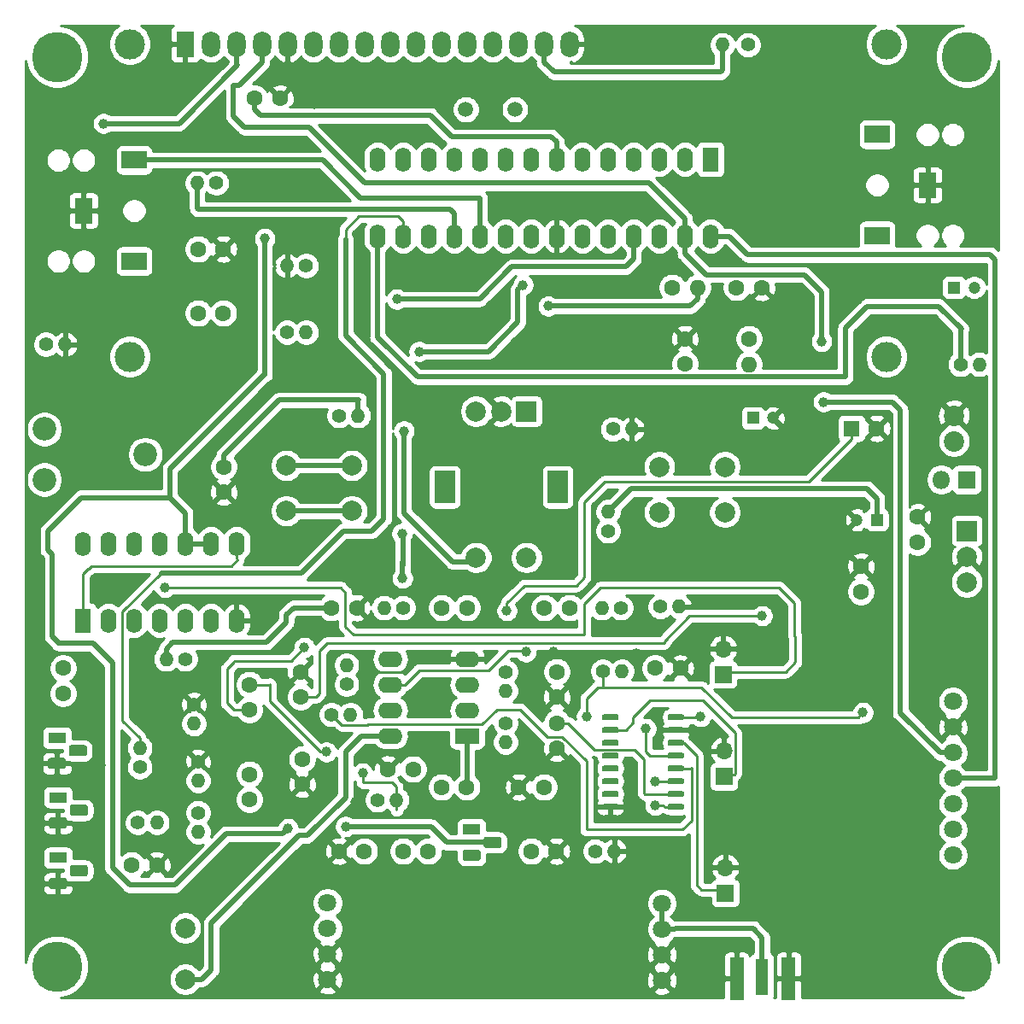
<source format=gtl>
G04 #@! TF.GenerationSoftware,KiCad,Pcbnew,(5.1.5)-3*
G04 #@! TF.CreationDate,2020-06-06T12:22:37-04:00*
G04 #@! TF.ProjectId,SDR_SSB,5344525f-5353-4422-9e6b-696361645f70,rev?*
G04 #@! TF.SameCoordinates,Original*
G04 #@! TF.FileFunction,Copper,L1,Top*
G04 #@! TF.FilePolarity,Positive*
%FSLAX46Y46*%
G04 Gerber Fmt 4.6, Leading zero omitted, Abs format (unit mm)*
G04 Created by KiCad (PCBNEW (5.1.5)-3) date 2020-06-06 12:22:37*
%MOMM*%
%LPD*%
G04 APERTURE LIST*
%ADD10R,2.000000X2.000000*%
%ADD11C,2.000000*%
%ADD12R,2.000000X3.200000*%
%ADD13R,1.800000X1.100000*%
%ADD14C,0.100000*%
%ADD15C,5.000000*%
%ADD16O,1.700000X1.700000*%
%ADD17R,1.700000X1.700000*%
%ADD18C,1.500000*%
%ADD19C,1.800000*%
%ADD20O,1.600000X2.400000*%
%ADD21R,1.600000X2.400000*%
%ADD22O,2.400000X1.600000*%
%ADD23R,2.400000X1.600000*%
%ADD24C,3.000000*%
%ADD25O,1.800000X2.600000*%
%ADD26R,1.800000X2.600000*%
%ADD27C,2.340000*%
%ADD28O,1.400000X1.400000*%
%ADD29C,1.400000*%
%ADD30O,1.600000X1.600000*%
%ADD31C,1.600000*%
%ADD32C,2.020000*%
%ADD33R,1.270000X3.600000*%
%ADD34R,1.350000X4.200000*%
%ADD35O,1.800000X1.800000*%
%ADD36R,1.800000X1.800000*%
%ADD37R,1.800000X2.500000*%
%ADD38R,2.500000X1.800000*%
%ADD39C,1.200000*%
%ADD40R,1.200000X1.200000*%
%ADD41R,1.600000X1.600000*%
%ADD42C,0.800000*%
%ADD43C,1.000000*%
%ADD44C,0.250000*%
%ADD45C,0.500000*%
%ADD46C,0.254000*%
G04 APERTURE END LIST*
D10*
X143040000Y248070000D03*
D11*
X140540000Y248070000D03*
X138040000Y248070000D03*
D12*
X146140000Y240570000D03*
X134940000Y240570000D03*
D11*
X143040000Y233570000D03*
X138040000Y233570000D03*
D13*
X96600000Y209800000D03*
G04 #@! TA.AperFunction,ComponentPad*
D14*
G36*
X97251955Y207808676D02*
G01*
X97278650Y207804716D01*
X97304828Y207798159D01*
X97330238Y207789067D01*
X97354634Y207777528D01*
X97377782Y207763654D01*
X97399458Y207747578D01*
X97419454Y207729454D01*
X97437578Y207709458D01*
X97453654Y207687782D01*
X97467528Y207664634D01*
X97479067Y207640238D01*
X97488159Y207614828D01*
X97494716Y207588650D01*
X97498676Y207561955D01*
X97500000Y207535000D01*
X97500000Y206985000D01*
X97498676Y206958045D01*
X97494716Y206931350D01*
X97488159Y206905172D01*
X97479067Y206879762D01*
X97467528Y206855366D01*
X97453654Y206832218D01*
X97437578Y206810542D01*
X97419454Y206790546D01*
X97399458Y206772422D01*
X97377782Y206756346D01*
X97354634Y206742472D01*
X97330238Y206730933D01*
X97304828Y206721841D01*
X97278650Y206715284D01*
X97251955Y206711324D01*
X97225000Y206710000D01*
X95975000Y206710000D01*
X95948045Y206711324D01*
X95921350Y206715284D01*
X95895172Y206721841D01*
X95869762Y206730933D01*
X95845366Y206742472D01*
X95822218Y206756346D01*
X95800542Y206772422D01*
X95780546Y206790546D01*
X95762422Y206810542D01*
X95746346Y206832218D01*
X95732472Y206855366D01*
X95720933Y206879762D01*
X95711841Y206905172D01*
X95705284Y206931350D01*
X95701324Y206958045D01*
X95700000Y206985000D01*
X95700000Y207535000D01*
X95701324Y207561955D01*
X95705284Y207588650D01*
X95711841Y207614828D01*
X95720933Y207640238D01*
X95732472Y207664634D01*
X95746346Y207687782D01*
X95762422Y207709458D01*
X95780546Y207729454D01*
X95800542Y207747578D01*
X95822218Y207763654D01*
X95845366Y207777528D01*
X95869762Y207789067D01*
X95895172Y207798159D01*
X95921350Y207804716D01*
X95948045Y207808676D01*
X95975000Y207810000D01*
X97225000Y207810000D01*
X97251955Y207808676D01*
G37*
G04 #@! TD.AperFunction*
G04 #@! TA.AperFunction,ComponentPad*
G36*
X99321955Y209078676D02*
G01*
X99348650Y209074716D01*
X99374828Y209068159D01*
X99400238Y209059067D01*
X99424634Y209047528D01*
X99447782Y209033654D01*
X99469458Y209017578D01*
X99489454Y208999454D01*
X99507578Y208979458D01*
X99523654Y208957782D01*
X99537528Y208934634D01*
X99549067Y208910238D01*
X99558159Y208884828D01*
X99564716Y208858650D01*
X99568676Y208831955D01*
X99570000Y208805000D01*
X99570000Y208255000D01*
X99568676Y208228045D01*
X99564716Y208201350D01*
X99558159Y208175172D01*
X99549067Y208149762D01*
X99537528Y208125366D01*
X99523654Y208102218D01*
X99507578Y208080542D01*
X99489454Y208060546D01*
X99469458Y208042422D01*
X99447782Y208026346D01*
X99424634Y208012472D01*
X99400238Y208000933D01*
X99374828Y207991841D01*
X99348650Y207985284D01*
X99321955Y207981324D01*
X99295000Y207980000D01*
X98045000Y207980000D01*
X98018045Y207981324D01*
X97991350Y207985284D01*
X97965172Y207991841D01*
X97939762Y208000933D01*
X97915366Y208012472D01*
X97892218Y208026346D01*
X97870542Y208042422D01*
X97850546Y208060546D01*
X97832422Y208080542D01*
X97816346Y208102218D01*
X97802472Y208125366D01*
X97790933Y208149762D01*
X97781841Y208175172D01*
X97775284Y208201350D01*
X97771324Y208228045D01*
X97770000Y208255000D01*
X97770000Y208805000D01*
X97771324Y208831955D01*
X97775284Y208858650D01*
X97781841Y208884828D01*
X97790933Y208910238D01*
X97802472Y208934634D01*
X97816346Y208957782D01*
X97832422Y208979458D01*
X97850546Y208999454D01*
X97870542Y209017578D01*
X97892218Y209033654D01*
X97915366Y209047528D01*
X97939762Y209059067D01*
X97965172Y209068159D01*
X97991350Y209074716D01*
X98018045Y209078676D01*
X98045000Y209080000D01*
X99295000Y209080000D01*
X99321955Y209078676D01*
G37*
G04 #@! TD.AperFunction*
G04 #@! TA.AperFunction,SMDPad,CuDef*
G36*
X158525977Y218019338D02*
G01*
X158539325Y218017358D01*
X158552414Y218014079D01*
X158565119Y218009533D01*
X158577317Y218003764D01*
X158588891Y217996827D01*
X158599729Y217988789D01*
X158609727Y217979727D01*
X158618789Y217969729D01*
X158626827Y217958891D01*
X158633764Y217947317D01*
X158639533Y217935119D01*
X158644079Y217922414D01*
X158647358Y217909325D01*
X158649338Y217895977D01*
X158650000Y217882500D01*
X158650000Y217607500D01*
X158649338Y217594023D01*
X158647358Y217580675D01*
X158644079Y217567586D01*
X158639533Y217554881D01*
X158633764Y217542683D01*
X158626827Y217531109D01*
X158618789Y217520271D01*
X158609727Y217510273D01*
X158599729Y217501211D01*
X158588891Y217493173D01*
X158577317Y217486236D01*
X158565119Y217480467D01*
X158552414Y217475921D01*
X158539325Y217472642D01*
X158525977Y217470662D01*
X158512500Y217470000D01*
X157187500Y217470000D01*
X157174023Y217470662D01*
X157160675Y217472642D01*
X157147586Y217475921D01*
X157134881Y217480467D01*
X157122683Y217486236D01*
X157111109Y217493173D01*
X157100271Y217501211D01*
X157090273Y217510273D01*
X157081211Y217520271D01*
X157073173Y217531109D01*
X157066236Y217542683D01*
X157060467Y217554881D01*
X157055921Y217567586D01*
X157052642Y217580675D01*
X157050662Y217594023D01*
X157050000Y217607500D01*
X157050000Y217882500D01*
X157050662Y217895977D01*
X157052642Y217909325D01*
X157055921Y217922414D01*
X157060467Y217935119D01*
X157066236Y217947317D01*
X157073173Y217958891D01*
X157081211Y217969729D01*
X157090273Y217979727D01*
X157100271Y217988789D01*
X157111109Y217996827D01*
X157122683Y218003764D01*
X157134881Y218009533D01*
X157147586Y218014079D01*
X157160675Y218017358D01*
X157174023Y218019338D01*
X157187500Y218020000D01*
X158512500Y218020000D01*
X158525977Y218019338D01*
G37*
G04 #@! TD.AperFunction*
G04 #@! TA.AperFunction,SMDPad,CuDef*
G36*
X158525977Y216749338D02*
G01*
X158539325Y216747358D01*
X158552414Y216744079D01*
X158565119Y216739533D01*
X158577317Y216733764D01*
X158588891Y216726827D01*
X158599729Y216718789D01*
X158609727Y216709727D01*
X158618789Y216699729D01*
X158626827Y216688891D01*
X158633764Y216677317D01*
X158639533Y216665119D01*
X158644079Y216652414D01*
X158647358Y216639325D01*
X158649338Y216625977D01*
X158650000Y216612500D01*
X158650000Y216337500D01*
X158649338Y216324023D01*
X158647358Y216310675D01*
X158644079Y216297586D01*
X158639533Y216284881D01*
X158633764Y216272683D01*
X158626827Y216261109D01*
X158618789Y216250271D01*
X158609727Y216240273D01*
X158599729Y216231211D01*
X158588891Y216223173D01*
X158577317Y216216236D01*
X158565119Y216210467D01*
X158552414Y216205921D01*
X158539325Y216202642D01*
X158525977Y216200662D01*
X158512500Y216200000D01*
X157187500Y216200000D01*
X157174023Y216200662D01*
X157160675Y216202642D01*
X157147586Y216205921D01*
X157134881Y216210467D01*
X157122683Y216216236D01*
X157111109Y216223173D01*
X157100271Y216231211D01*
X157090273Y216240273D01*
X157081211Y216250271D01*
X157073173Y216261109D01*
X157066236Y216272683D01*
X157060467Y216284881D01*
X157055921Y216297586D01*
X157052642Y216310675D01*
X157050662Y216324023D01*
X157050000Y216337500D01*
X157050000Y216612500D01*
X157050662Y216625977D01*
X157052642Y216639325D01*
X157055921Y216652414D01*
X157060467Y216665119D01*
X157066236Y216677317D01*
X157073173Y216688891D01*
X157081211Y216699729D01*
X157090273Y216709727D01*
X157100271Y216718789D01*
X157111109Y216726827D01*
X157122683Y216733764D01*
X157134881Y216739533D01*
X157147586Y216744079D01*
X157160675Y216747358D01*
X157174023Y216749338D01*
X157187500Y216750000D01*
X158512500Y216750000D01*
X158525977Y216749338D01*
G37*
G04 #@! TD.AperFunction*
G04 #@! TA.AperFunction,SMDPad,CuDef*
G36*
X158525977Y215479338D02*
G01*
X158539325Y215477358D01*
X158552414Y215474079D01*
X158565119Y215469533D01*
X158577317Y215463764D01*
X158588891Y215456827D01*
X158599729Y215448789D01*
X158609727Y215439727D01*
X158618789Y215429729D01*
X158626827Y215418891D01*
X158633764Y215407317D01*
X158639533Y215395119D01*
X158644079Y215382414D01*
X158647358Y215369325D01*
X158649338Y215355977D01*
X158650000Y215342500D01*
X158650000Y215067500D01*
X158649338Y215054023D01*
X158647358Y215040675D01*
X158644079Y215027586D01*
X158639533Y215014881D01*
X158633764Y215002683D01*
X158626827Y214991109D01*
X158618789Y214980271D01*
X158609727Y214970273D01*
X158599729Y214961211D01*
X158588891Y214953173D01*
X158577317Y214946236D01*
X158565119Y214940467D01*
X158552414Y214935921D01*
X158539325Y214932642D01*
X158525977Y214930662D01*
X158512500Y214930000D01*
X157187500Y214930000D01*
X157174023Y214930662D01*
X157160675Y214932642D01*
X157147586Y214935921D01*
X157134881Y214940467D01*
X157122683Y214946236D01*
X157111109Y214953173D01*
X157100271Y214961211D01*
X157090273Y214970273D01*
X157081211Y214980271D01*
X157073173Y214991109D01*
X157066236Y215002683D01*
X157060467Y215014881D01*
X157055921Y215027586D01*
X157052642Y215040675D01*
X157050662Y215054023D01*
X157050000Y215067500D01*
X157050000Y215342500D01*
X157050662Y215355977D01*
X157052642Y215369325D01*
X157055921Y215382414D01*
X157060467Y215395119D01*
X157066236Y215407317D01*
X157073173Y215418891D01*
X157081211Y215429729D01*
X157090273Y215439727D01*
X157100271Y215448789D01*
X157111109Y215456827D01*
X157122683Y215463764D01*
X157134881Y215469533D01*
X157147586Y215474079D01*
X157160675Y215477358D01*
X157174023Y215479338D01*
X157187500Y215480000D01*
X158512500Y215480000D01*
X158525977Y215479338D01*
G37*
G04 #@! TD.AperFunction*
G04 #@! TA.AperFunction,SMDPad,CuDef*
G36*
X158525977Y214209338D02*
G01*
X158539325Y214207358D01*
X158552414Y214204079D01*
X158565119Y214199533D01*
X158577317Y214193764D01*
X158588891Y214186827D01*
X158599729Y214178789D01*
X158609727Y214169727D01*
X158618789Y214159729D01*
X158626827Y214148891D01*
X158633764Y214137317D01*
X158639533Y214125119D01*
X158644079Y214112414D01*
X158647358Y214099325D01*
X158649338Y214085977D01*
X158650000Y214072500D01*
X158650000Y213797500D01*
X158649338Y213784023D01*
X158647358Y213770675D01*
X158644079Y213757586D01*
X158639533Y213744881D01*
X158633764Y213732683D01*
X158626827Y213721109D01*
X158618789Y213710271D01*
X158609727Y213700273D01*
X158599729Y213691211D01*
X158588891Y213683173D01*
X158577317Y213676236D01*
X158565119Y213670467D01*
X158552414Y213665921D01*
X158539325Y213662642D01*
X158525977Y213660662D01*
X158512500Y213660000D01*
X157187500Y213660000D01*
X157174023Y213660662D01*
X157160675Y213662642D01*
X157147586Y213665921D01*
X157134881Y213670467D01*
X157122683Y213676236D01*
X157111109Y213683173D01*
X157100271Y213691211D01*
X157090273Y213700273D01*
X157081211Y213710271D01*
X157073173Y213721109D01*
X157066236Y213732683D01*
X157060467Y213744881D01*
X157055921Y213757586D01*
X157052642Y213770675D01*
X157050662Y213784023D01*
X157050000Y213797500D01*
X157050000Y214072500D01*
X157050662Y214085977D01*
X157052642Y214099325D01*
X157055921Y214112414D01*
X157060467Y214125119D01*
X157066236Y214137317D01*
X157073173Y214148891D01*
X157081211Y214159729D01*
X157090273Y214169727D01*
X157100271Y214178789D01*
X157111109Y214186827D01*
X157122683Y214193764D01*
X157134881Y214199533D01*
X157147586Y214204079D01*
X157160675Y214207358D01*
X157174023Y214209338D01*
X157187500Y214210000D01*
X158512500Y214210000D01*
X158525977Y214209338D01*
G37*
G04 #@! TD.AperFunction*
G04 #@! TA.AperFunction,SMDPad,CuDef*
G36*
X158525977Y212939338D02*
G01*
X158539325Y212937358D01*
X158552414Y212934079D01*
X158565119Y212929533D01*
X158577317Y212923764D01*
X158588891Y212916827D01*
X158599729Y212908789D01*
X158609727Y212899727D01*
X158618789Y212889729D01*
X158626827Y212878891D01*
X158633764Y212867317D01*
X158639533Y212855119D01*
X158644079Y212842414D01*
X158647358Y212829325D01*
X158649338Y212815977D01*
X158650000Y212802500D01*
X158650000Y212527500D01*
X158649338Y212514023D01*
X158647358Y212500675D01*
X158644079Y212487586D01*
X158639533Y212474881D01*
X158633764Y212462683D01*
X158626827Y212451109D01*
X158618789Y212440271D01*
X158609727Y212430273D01*
X158599729Y212421211D01*
X158588891Y212413173D01*
X158577317Y212406236D01*
X158565119Y212400467D01*
X158552414Y212395921D01*
X158539325Y212392642D01*
X158525977Y212390662D01*
X158512500Y212390000D01*
X157187500Y212390000D01*
X157174023Y212390662D01*
X157160675Y212392642D01*
X157147586Y212395921D01*
X157134881Y212400467D01*
X157122683Y212406236D01*
X157111109Y212413173D01*
X157100271Y212421211D01*
X157090273Y212430273D01*
X157081211Y212440271D01*
X157073173Y212451109D01*
X157066236Y212462683D01*
X157060467Y212474881D01*
X157055921Y212487586D01*
X157052642Y212500675D01*
X157050662Y212514023D01*
X157050000Y212527500D01*
X157050000Y212802500D01*
X157050662Y212815977D01*
X157052642Y212829325D01*
X157055921Y212842414D01*
X157060467Y212855119D01*
X157066236Y212867317D01*
X157073173Y212878891D01*
X157081211Y212889729D01*
X157090273Y212899727D01*
X157100271Y212908789D01*
X157111109Y212916827D01*
X157122683Y212923764D01*
X157134881Y212929533D01*
X157147586Y212934079D01*
X157160675Y212937358D01*
X157174023Y212939338D01*
X157187500Y212940000D01*
X158512500Y212940000D01*
X158525977Y212939338D01*
G37*
G04 #@! TD.AperFunction*
G04 #@! TA.AperFunction,SMDPad,CuDef*
G36*
X158525977Y211669338D02*
G01*
X158539325Y211667358D01*
X158552414Y211664079D01*
X158565119Y211659533D01*
X158577317Y211653764D01*
X158588891Y211646827D01*
X158599729Y211638789D01*
X158609727Y211629727D01*
X158618789Y211619729D01*
X158626827Y211608891D01*
X158633764Y211597317D01*
X158639533Y211585119D01*
X158644079Y211572414D01*
X158647358Y211559325D01*
X158649338Y211545977D01*
X158650000Y211532500D01*
X158650000Y211257500D01*
X158649338Y211244023D01*
X158647358Y211230675D01*
X158644079Y211217586D01*
X158639533Y211204881D01*
X158633764Y211192683D01*
X158626827Y211181109D01*
X158618789Y211170271D01*
X158609727Y211160273D01*
X158599729Y211151211D01*
X158588891Y211143173D01*
X158577317Y211136236D01*
X158565119Y211130467D01*
X158552414Y211125921D01*
X158539325Y211122642D01*
X158525977Y211120662D01*
X158512500Y211120000D01*
X157187500Y211120000D01*
X157174023Y211120662D01*
X157160675Y211122642D01*
X157147586Y211125921D01*
X157134881Y211130467D01*
X157122683Y211136236D01*
X157111109Y211143173D01*
X157100271Y211151211D01*
X157090273Y211160273D01*
X157081211Y211170271D01*
X157073173Y211181109D01*
X157066236Y211192683D01*
X157060467Y211204881D01*
X157055921Y211217586D01*
X157052642Y211230675D01*
X157050662Y211244023D01*
X157050000Y211257500D01*
X157050000Y211532500D01*
X157050662Y211545977D01*
X157052642Y211559325D01*
X157055921Y211572414D01*
X157060467Y211585119D01*
X157066236Y211597317D01*
X157073173Y211608891D01*
X157081211Y211619729D01*
X157090273Y211629727D01*
X157100271Y211638789D01*
X157111109Y211646827D01*
X157122683Y211653764D01*
X157134881Y211659533D01*
X157147586Y211664079D01*
X157160675Y211667358D01*
X157174023Y211669338D01*
X157187500Y211670000D01*
X158512500Y211670000D01*
X158525977Y211669338D01*
G37*
G04 #@! TD.AperFunction*
G04 #@! TA.AperFunction,SMDPad,CuDef*
G36*
X158525977Y210399338D02*
G01*
X158539325Y210397358D01*
X158552414Y210394079D01*
X158565119Y210389533D01*
X158577317Y210383764D01*
X158588891Y210376827D01*
X158599729Y210368789D01*
X158609727Y210359727D01*
X158618789Y210349729D01*
X158626827Y210338891D01*
X158633764Y210327317D01*
X158639533Y210315119D01*
X158644079Y210302414D01*
X158647358Y210289325D01*
X158649338Y210275977D01*
X158650000Y210262500D01*
X158650000Y209987500D01*
X158649338Y209974023D01*
X158647358Y209960675D01*
X158644079Y209947586D01*
X158639533Y209934881D01*
X158633764Y209922683D01*
X158626827Y209911109D01*
X158618789Y209900271D01*
X158609727Y209890273D01*
X158599729Y209881211D01*
X158588891Y209873173D01*
X158577317Y209866236D01*
X158565119Y209860467D01*
X158552414Y209855921D01*
X158539325Y209852642D01*
X158525977Y209850662D01*
X158512500Y209850000D01*
X157187500Y209850000D01*
X157174023Y209850662D01*
X157160675Y209852642D01*
X157147586Y209855921D01*
X157134881Y209860467D01*
X157122683Y209866236D01*
X157111109Y209873173D01*
X157100271Y209881211D01*
X157090273Y209890273D01*
X157081211Y209900271D01*
X157073173Y209911109D01*
X157066236Y209922683D01*
X157060467Y209934881D01*
X157055921Y209947586D01*
X157052642Y209960675D01*
X157050662Y209974023D01*
X157050000Y209987500D01*
X157050000Y210262500D01*
X157050662Y210275977D01*
X157052642Y210289325D01*
X157055921Y210302414D01*
X157060467Y210315119D01*
X157066236Y210327317D01*
X157073173Y210338891D01*
X157081211Y210349729D01*
X157090273Y210359727D01*
X157100271Y210368789D01*
X157111109Y210376827D01*
X157122683Y210383764D01*
X157134881Y210389533D01*
X157147586Y210394079D01*
X157160675Y210397358D01*
X157174023Y210399338D01*
X157187500Y210400000D01*
X158512500Y210400000D01*
X158525977Y210399338D01*
G37*
G04 #@! TD.AperFunction*
G04 #@! TA.AperFunction,SMDPad,CuDef*
G36*
X158525977Y209129338D02*
G01*
X158539325Y209127358D01*
X158552414Y209124079D01*
X158565119Y209119533D01*
X158577317Y209113764D01*
X158588891Y209106827D01*
X158599729Y209098789D01*
X158609727Y209089727D01*
X158618789Y209079729D01*
X158626827Y209068891D01*
X158633764Y209057317D01*
X158639533Y209045119D01*
X158644079Y209032414D01*
X158647358Y209019325D01*
X158649338Y209005977D01*
X158650000Y208992500D01*
X158650000Y208717500D01*
X158649338Y208704023D01*
X158647358Y208690675D01*
X158644079Y208677586D01*
X158639533Y208664881D01*
X158633764Y208652683D01*
X158626827Y208641109D01*
X158618789Y208630271D01*
X158609727Y208620273D01*
X158599729Y208611211D01*
X158588891Y208603173D01*
X158577317Y208596236D01*
X158565119Y208590467D01*
X158552414Y208585921D01*
X158539325Y208582642D01*
X158525977Y208580662D01*
X158512500Y208580000D01*
X157187500Y208580000D01*
X157174023Y208580662D01*
X157160675Y208582642D01*
X157147586Y208585921D01*
X157134881Y208590467D01*
X157122683Y208596236D01*
X157111109Y208603173D01*
X157100271Y208611211D01*
X157090273Y208620273D01*
X157081211Y208630271D01*
X157073173Y208641109D01*
X157066236Y208652683D01*
X157060467Y208664881D01*
X157055921Y208677586D01*
X157052642Y208690675D01*
X157050662Y208704023D01*
X157050000Y208717500D01*
X157050000Y208992500D01*
X157050662Y209005977D01*
X157052642Y209019325D01*
X157055921Y209032414D01*
X157060467Y209045119D01*
X157066236Y209057317D01*
X157073173Y209068891D01*
X157081211Y209079729D01*
X157090273Y209089727D01*
X157100271Y209098789D01*
X157111109Y209106827D01*
X157122683Y209113764D01*
X157134881Y209119533D01*
X157147586Y209124079D01*
X157160675Y209127358D01*
X157174023Y209129338D01*
X157187500Y209130000D01*
X158512500Y209130000D01*
X158525977Y209129338D01*
G37*
G04 #@! TD.AperFunction*
G04 #@! TA.AperFunction,SMDPad,CuDef*
G36*
X152025977Y209129338D02*
G01*
X152039325Y209127358D01*
X152052414Y209124079D01*
X152065119Y209119533D01*
X152077317Y209113764D01*
X152088891Y209106827D01*
X152099729Y209098789D01*
X152109727Y209089727D01*
X152118789Y209079729D01*
X152126827Y209068891D01*
X152133764Y209057317D01*
X152139533Y209045119D01*
X152144079Y209032414D01*
X152147358Y209019325D01*
X152149338Y209005977D01*
X152150000Y208992500D01*
X152150000Y208717500D01*
X152149338Y208704023D01*
X152147358Y208690675D01*
X152144079Y208677586D01*
X152139533Y208664881D01*
X152133764Y208652683D01*
X152126827Y208641109D01*
X152118789Y208630271D01*
X152109727Y208620273D01*
X152099729Y208611211D01*
X152088891Y208603173D01*
X152077317Y208596236D01*
X152065119Y208590467D01*
X152052414Y208585921D01*
X152039325Y208582642D01*
X152025977Y208580662D01*
X152012500Y208580000D01*
X150687500Y208580000D01*
X150674023Y208580662D01*
X150660675Y208582642D01*
X150647586Y208585921D01*
X150634881Y208590467D01*
X150622683Y208596236D01*
X150611109Y208603173D01*
X150600271Y208611211D01*
X150590273Y208620273D01*
X150581211Y208630271D01*
X150573173Y208641109D01*
X150566236Y208652683D01*
X150560467Y208664881D01*
X150555921Y208677586D01*
X150552642Y208690675D01*
X150550662Y208704023D01*
X150550000Y208717500D01*
X150550000Y208992500D01*
X150550662Y209005977D01*
X150552642Y209019325D01*
X150555921Y209032414D01*
X150560467Y209045119D01*
X150566236Y209057317D01*
X150573173Y209068891D01*
X150581211Y209079729D01*
X150590273Y209089727D01*
X150600271Y209098789D01*
X150611109Y209106827D01*
X150622683Y209113764D01*
X150634881Y209119533D01*
X150647586Y209124079D01*
X150660675Y209127358D01*
X150674023Y209129338D01*
X150687500Y209130000D01*
X152012500Y209130000D01*
X152025977Y209129338D01*
G37*
G04 #@! TD.AperFunction*
G04 #@! TA.AperFunction,SMDPad,CuDef*
G36*
X152025977Y210399338D02*
G01*
X152039325Y210397358D01*
X152052414Y210394079D01*
X152065119Y210389533D01*
X152077317Y210383764D01*
X152088891Y210376827D01*
X152099729Y210368789D01*
X152109727Y210359727D01*
X152118789Y210349729D01*
X152126827Y210338891D01*
X152133764Y210327317D01*
X152139533Y210315119D01*
X152144079Y210302414D01*
X152147358Y210289325D01*
X152149338Y210275977D01*
X152150000Y210262500D01*
X152150000Y209987500D01*
X152149338Y209974023D01*
X152147358Y209960675D01*
X152144079Y209947586D01*
X152139533Y209934881D01*
X152133764Y209922683D01*
X152126827Y209911109D01*
X152118789Y209900271D01*
X152109727Y209890273D01*
X152099729Y209881211D01*
X152088891Y209873173D01*
X152077317Y209866236D01*
X152065119Y209860467D01*
X152052414Y209855921D01*
X152039325Y209852642D01*
X152025977Y209850662D01*
X152012500Y209850000D01*
X150687500Y209850000D01*
X150674023Y209850662D01*
X150660675Y209852642D01*
X150647586Y209855921D01*
X150634881Y209860467D01*
X150622683Y209866236D01*
X150611109Y209873173D01*
X150600271Y209881211D01*
X150590273Y209890273D01*
X150581211Y209900271D01*
X150573173Y209911109D01*
X150566236Y209922683D01*
X150560467Y209934881D01*
X150555921Y209947586D01*
X150552642Y209960675D01*
X150550662Y209974023D01*
X150550000Y209987500D01*
X150550000Y210262500D01*
X150550662Y210275977D01*
X150552642Y210289325D01*
X150555921Y210302414D01*
X150560467Y210315119D01*
X150566236Y210327317D01*
X150573173Y210338891D01*
X150581211Y210349729D01*
X150590273Y210359727D01*
X150600271Y210368789D01*
X150611109Y210376827D01*
X150622683Y210383764D01*
X150634881Y210389533D01*
X150647586Y210394079D01*
X150660675Y210397358D01*
X150674023Y210399338D01*
X150687500Y210400000D01*
X152012500Y210400000D01*
X152025977Y210399338D01*
G37*
G04 #@! TD.AperFunction*
G04 #@! TA.AperFunction,SMDPad,CuDef*
G36*
X152025977Y211669338D02*
G01*
X152039325Y211667358D01*
X152052414Y211664079D01*
X152065119Y211659533D01*
X152077317Y211653764D01*
X152088891Y211646827D01*
X152099729Y211638789D01*
X152109727Y211629727D01*
X152118789Y211619729D01*
X152126827Y211608891D01*
X152133764Y211597317D01*
X152139533Y211585119D01*
X152144079Y211572414D01*
X152147358Y211559325D01*
X152149338Y211545977D01*
X152150000Y211532500D01*
X152150000Y211257500D01*
X152149338Y211244023D01*
X152147358Y211230675D01*
X152144079Y211217586D01*
X152139533Y211204881D01*
X152133764Y211192683D01*
X152126827Y211181109D01*
X152118789Y211170271D01*
X152109727Y211160273D01*
X152099729Y211151211D01*
X152088891Y211143173D01*
X152077317Y211136236D01*
X152065119Y211130467D01*
X152052414Y211125921D01*
X152039325Y211122642D01*
X152025977Y211120662D01*
X152012500Y211120000D01*
X150687500Y211120000D01*
X150674023Y211120662D01*
X150660675Y211122642D01*
X150647586Y211125921D01*
X150634881Y211130467D01*
X150622683Y211136236D01*
X150611109Y211143173D01*
X150600271Y211151211D01*
X150590273Y211160273D01*
X150581211Y211170271D01*
X150573173Y211181109D01*
X150566236Y211192683D01*
X150560467Y211204881D01*
X150555921Y211217586D01*
X150552642Y211230675D01*
X150550662Y211244023D01*
X150550000Y211257500D01*
X150550000Y211532500D01*
X150550662Y211545977D01*
X150552642Y211559325D01*
X150555921Y211572414D01*
X150560467Y211585119D01*
X150566236Y211597317D01*
X150573173Y211608891D01*
X150581211Y211619729D01*
X150590273Y211629727D01*
X150600271Y211638789D01*
X150611109Y211646827D01*
X150622683Y211653764D01*
X150634881Y211659533D01*
X150647586Y211664079D01*
X150660675Y211667358D01*
X150674023Y211669338D01*
X150687500Y211670000D01*
X152012500Y211670000D01*
X152025977Y211669338D01*
G37*
G04 #@! TD.AperFunction*
G04 #@! TA.AperFunction,SMDPad,CuDef*
G36*
X152025977Y212939338D02*
G01*
X152039325Y212937358D01*
X152052414Y212934079D01*
X152065119Y212929533D01*
X152077317Y212923764D01*
X152088891Y212916827D01*
X152099729Y212908789D01*
X152109727Y212899727D01*
X152118789Y212889729D01*
X152126827Y212878891D01*
X152133764Y212867317D01*
X152139533Y212855119D01*
X152144079Y212842414D01*
X152147358Y212829325D01*
X152149338Y212815977D01*
X152150000Y212802500D01*
X152150000Y212527500D01*
X152149338Y212514023D01*
X152147358Y212500675D01*
X152144079Y212487586D01*
X152139533Y212474881D01*
X152133764Y212462683D01*
X152126827Y212451109D01*
X152118789Y212440271D01*
X152109727Y212430273D01*
X152099729Y212421211D01*
X152088891Y212413173D01*
X152077317Y212406236D01*
X152065119Y212400467D01*
X152052414Y212395921D01*
X152039325Y212392642D01*
X152025977Y212390662D01*
X152012500Y212390000D01*
X150687500Y212390000D01*
X150674023Y212390662D01*
X150660675Y212392642D01*
X150647586Y212395921D01*
X150634881Y212400467D01*
X150622683Y212406236D01*
X150611109Y212413173D01*
X150600271Y212421211D01*
X150590273Y212430273D01*
X150581211Y212440271D01*
X150573173Y212451109D01*
X150566236Y212462683D01*
X150560467Y212474881D01*
X150555921Y212487586D01*
X150552642Y212500675D01*
X150550662Y212514023D01*
X150550000Y212527500D01*
X150550000Y212802500D01*
X150550662Y212815977D01*
X150552642Y212829325D01*
X150555921Y212842414D01*
X150560467Y212855119D01*
X150566236Y212867317D01*
X150573173Y212878891D01*
X150581211Y212889729D01*
X150590273Y212899727D01*
X150600271Y212908789D01*
X150611109Y212916827D01*
X150622683Y212923764D01*
X150634881Y212929533D01*
X150647586Y212934079D01*
X150660675Y212937358D01*
X150674023Y212939338D01*
X150687500Y212940000D01*
X152012500Y212940000D01*
X152025977Y212939338D01*
G37*
G04 #@! TD.AperFunction*
G04 #@! TA.AperFunction,SMDPad,CuDef*
G36*
X152025977Y214209338D02*
G01*
X152039325Y214207358D01*
X152052414Y214204079D01*
X152065119Y214199533D01*
X152077317Y214193764D01*
X152088891Y214186827D01*
X152099729Y214178789D01*
X152109727Y214169727D01*
X152118789Y214159729D01*
X152126827Y214148891D01*
X152133764Y214137317D01*
X152139533Y214125119D01*
X152144079Y214112414D01*
X152147358Y214099325D01*
X152149338Y214085977D01*
X152150000Y214072500D01*
X152150000Y213797500D01*
X152149338Y213784023D01*
X152147358Y213770675D01*
X152144079Y213757586D01*
X152139533Y213744881D01*
X152133764Y213732683D01*
X152126827Y213721109D01*
X152118789Y213710271D01*
X152109727Y213700273D01*
X152099729Y213691211D01*
X152088891Y213683173D01*
X152077317Y213676236D01*
X152065119Y213670467D01*
X152052414Y213665921D01*
X152039325Y213662642D01*
X152025977Y213660662D01*
X152012500Y213660000D01*
X150687500Y213660000D01*
X150674023Y213660662D01*
X150660675Y213662642D01*
X150647586Y213665921D01*
X150634881Y213670467D01*
X150622683Y213676236D01*
X150611109Y213683173D01*
X150600271Y213691211D01*
X150590273Y213700273D01*
X150581211Y213710271D01*
X150573173Y213721109D01*
X150566236Y213732683D01*
X150560467Y213744881D01*
X150555921Y213757586D01*
X150552642Y213770675D01*
X150550662Y213784023D01*
X150550000Y213797500D01*
X150550000Y214072500D01*
X150550662Y214085977D01*
X150552642Y214099325D01*
X150555921Y214112414D01*
X150560467Y214125119D01*
X150566236Y214137317D01*
X150573173Y214148891D01*
X150581211Y214159729D01*
X150590273Y214169727D01*
X150600271Y214178789D01*
X150611109Y214186827D01*
X150622683Y214193764D01*
X150634881Y214199533D01*
X150647586Y214204079D01*
X150660675Y214207358D01*
X150674023Y214209338D01*
X150687500Y214210000D01*
X152012500Y214210000D01*
X152025977Y214209338D01*
G37*
G04 #@! TD.AperFunction*
G04 #@! TA.AperFunction,SMDPad,CuDef*
G36*
X152025977Y215479338D02*
G01*
X152039325Y215477358D01*
X152052414Y215474079D01*
X152065119Y215469533D01*
X152077317Y215463764D01*
X152088891Y215456827D01*
X152099729Y215448789D01*
X152109727Y215439727D01*
X152118789Y215429729D01*
X152126827Y215418891D01*
X152133764Y215407317D01*
X152139533Y215395119D01*
X152144079Y215382414D01*
X152147358Y215369325D01*
X152149338Y215355977D01*
X152150000Y215342500D01*
X152150000Y215067500D01*
X152149338Y215054023D01*
X152147358Y215040675D01*
X152144079Y215027586D01*
X152139533Y215014881D01*
X152133764Y215002683D01*
X152126827Y214991109D01*
X152118789Y214980271D01*
X152109727Y214970273D01*
X152099729Y214961211D01*
X152088891Y214953173D01*
X152077317Y214946236D01*
X152065119Y214940467D01*
X152052414Y214935921D01*
X152039325Y214932642D01*
X152025977Y214930662D01*
X152012500Y214930000D01*
X150687500Y214930000D01*
X150674023Y214930662D01*
X150660675Y214932642D01*
X150647586Y214935921D01*
X150634881Y214940467D01*
X150622683Y214946236D01*
X150611109Y214953173D01*
X150600271Y214961211D01*
X150590273Y214970273D01*
X150581211Y214980271D01*
X150573173Y214991109D01*
X150566236Y215002683D01*
X150560467Y215014881D01*
X150555921Y215027586D01*
X150552642Y215040675D01*
X150550662Y215054023D01*
X150550000Y215067500D01*
X150550000Y215342500D01*
X150550662Y215355977D01*
X150552642Y215369325D01*
X150555921Y215382414D01*
X150560467Y215395119D01*
X150566236Y215407317D01*
X150573173Y215418891D01*
X150581211Y215429729D01*
X150590273Y215439727D01*
X150600271Y215448789D01*
X150611109Y215456827D01*
X150622683Y215463764D01*
X150634881Y215469533D01*
X150647586Y215474079D01*
X150660675Y215477358D01*
X150674023Y215479338D01*
X150687500Y215480000D01*
X152012500Y215480000D01*
X152025977Y215479338D01*
G37*
G04 #@! TD.AperFunction*
G04 #@! TA.AperFunction,SMDPad,CuDef*
G36*
X152025977Y216749338D02*
G01*
X152039325Y216747358D01*
X152052414Y216744079D01*
X152065119Y216739533D01*
X152077317Y216733764D01*
X152088891Y216726827D01*
X152099729Y216718789D01*
X152109727Y216709727D01*
X152118789Y216699729D01*
X152126827Y216688891D01*
X152133764Y216677317D01*
X152139533Y216665119D01*
X152144079Y216652414D01*
X152147358Y216639325D01*
X152149338Y216625977D01*
X152150000Y216612500D01*
X152150000Y216337500D01*
X152149338Y216324023D01*
X152147358Y216310675D01*
X152144079Y216297586D01*
X152139533Y216284881D01*
X152133764Y216272683D01*
X152126827Y216261109D01*
X152118789Y216250271D01*
X152109727Y216240273D01*
X152099729Y216231211D01*
X152088891Y216223173D01*
X152077317Y216216236D01*
X152065119Y216210467D01*
X152052414Y216205921D01*
X152039325Y216202642D01*
X152025977Y216200662D01*
X152012500Y216200000D01*
X150687500Y216200000D01*
X150674023Y216200662D01*
X150660675Y216202642D01*
X150647586Y216205921D01*
X150634881Y216210467D01*
X150622683Y216216236D01*
X150611109Y216223173D01*
X150600271Y216231211D01*
X150590273Y216240273D01*
X150581211Y216250271D01*
X150573173Y216261109D01*
X150566236Y216272683D01*
X150560467Y216284881D01*
X150555921Y216297586D01*
X150552642Y216310675D01*
X150550662Y216324023D01*
X150550000Y216337500D01*
X150550000Y216612500D01*
X150550662Y216625977D01*
X150552642Y216639325D01*
X150555921Y216652414D01*
X150560467Y216665119D01*
X150566236Y216677317D01*
X150573173Y216688891D01*
X150581211Y216699729D01*
X150590273Y216709727D01*
X150600271Y216718789D01*
X150611109Y216726827D01*
X150622683Y216733764D01*
X150634881Y216739533D01*
X150647586Y216744079D01*
X150660675Y216747358D01*
X150674023Y216749338D01*
X150687500Y216750000D01*
X152012500Y216750000D01*
X152025977Y216749338D01*
G37*
G04 #@! TD.AperFunction*
G04 #@! TA.AperFunction,SMDPad,CuDef*
G36*
X152025977Y218019338D02*
G01*
X152039325Y218017358D01*
X152052414Y218014079D01*
X152065119Y218009533D01*
X152077317Y218003764D01*
X152088891Y217996827D01*
X152099729Y217988789D01*
X152109727Y217979727D01*
X152118789Y217969729D01*
X152126827Y217958891D01*
X152133764Y217947317D01*
X152139533Y217935119D01*
X152144079Y217922414D01*
X152147358Y217909325D01*
X152149338Y217895977D01*
X152150000Y217882500D01*
X152150000Y217607500D01*
X152149338Y217594023D01*
X152147358Y217580675D01*
X152144079Y217567586D01*
X152139533Y217554881D01*
X152133764Y217542683D01*
X152126827Y217531109D01*
X152118789Y217520271D01*
X152109727Y217510273D01*
X152099729Y217501211D01*
X152088891Y217493173D01*
X152077317Y217486236D01*
X152065119Y217480467D01*
X152052414Y217475921D01*
X152039325Y217472642D01*
X152025977Y217470662D01*
X152012500Y217470000D01*
X150687500Y217470000D01*
X150674023Y217470662D01*
X150660675Y217472642D01*
X150647586Y217475921D01*
X150634881Y217480467D01*
X150622683Y217486236D01*
X150611109Y217493173D01*
X150600271Y217501211D01*
X150590273Y217510273D01*
X150581211Y217520271D01*
X150573173Y217531109D01*
X150566236Y217542683D01*
X150560467Y217554881D01*
X150555921Y217567586D01*
X150552642Y217580675D01*
X150550662Y217594023D01*
X150550000Y217607500D01*
X150550000Y217882500D01*
X150550662Y217895977D01*
X150552642Y217909325D01*
X150555921Y217922414D01*
X150560467Y217935119D01*
X150566236Y217947317D01*
X150573173Y217958891D01*
X150581211Y217969729D01*
X150590273Y217979727D01*
X150600271Y217988789D01*
X150611109Y217996827D01*
X150622683Y218003764D01*
X150634881Y218009533D01*
X150647586Y218014079D01*
X150660675Y218017358D01*
X150674023Y218019338D01*
X150687500Y218020000D01*
X152012500Y218020000D01*
X152025977Y218019338D01*
G37*
G04 #@! TD.AperFunction*
D15*
X96520000Y193040000D03*
X186690000Y193040000D03*
X96520000Y283210000D03*
X186690000Y283210000D03*
D16*
X162540000Y224530000D03*
D17*
X162540000Y221990000D03*
D16*
X162620000Y214400000D03*
D17*
X162620000Y211860000D03*
D16*
X162750000Y202850000D03*
D17*
X162750000Y200310000D03*
D18*
X137020000Y278000000D03*
X141900000Y278000000D03*
D19*
X156464000Y196748400D03*
X156464000Y194208400D03*
X156464000Y199288400D03*
X156464000Y191668400D03*
X123317000Y191719200D03*
X123317000Y194259200D03*
X123317000Y196799200D03*
X123317000Y199339200D03*
D20*
X99060000Y234950000D03*
X114300000Y227330000D03*
X101600000Y234950000D03*
X111760000Y227330000D03*
X104140000Y234950000D03*
X109220000Y227330000D03*
X106680000Y234950000D03*
X106680000Y227330000D03*
X109220000Y234950000D03*
X104140000Y227330000D03*
X111760000Y234950000D03*
X101600000Y227330000D03*
X114300000Y234950000D03*
D21*
X99060000Y227330000D03*
D19*
X185318400Y204063600D03*
X185318400Y206603600D03*
X185318400Y209143600D03*
X185318400Y211683600D03*
X185318400Y214223600D03*
X185318400Y216763600D03*
X185318400Y219303600D03*
D22*
X129540000Y215900000D03*
X137160000Y223520000D03*
X129540000Y218440000D03*
X137160000Y220980000D03*
X129540000Y220980000D03*
X137160000Y218440000D03*
X129540000Y223520000D03*
D23*
X137160000Y215900000D03*
D24*
X178720000Y284480000D03*
X178719480Y253479300D03*
X103720900Y253479300D03*
X103720900Y284480000D03*
D25*
X147320000Y284480000D03*
X144780000Y284480000D03*
X142240000Y284480000D03*
X139700000Y284480000D03*
X137160000Y284480000D03*
X134620000Y284480000D03*
X132080000Y284480000D03*
X129540000Y284480000D03*
X127000000Y284480000D03*
X124460000Y284480000D03*
X121920000Y284480000D03*
X119380000Y284480000D03*
X116840000Y284480000D03*
X114300000Y284480000D03*
X111760000Y284480000D03*
D26*
X109220000Y284480000D03*
D20*
X161290000Y265430000D03*
X128270000Y273050000D03*
X158750000Y265430000D03*
X130810000Y273050000D03*
X156210000Y265430000D03*
X133350000Y273050000D03*
X153670000Y265430000D03*
X135890000Y273050000D03*
X151130000Y265430000D03*
X138430000Y273050000D03*
X148590000Y265430000D03*
X140970000Y273050000D03*
X146050000Y265430000D03*
X143510000Y273050000D03*
X143510000Y265430000D03*
X146050000Y273050000D03*
X140970000Y265430000D03*
X148590000Y273050000D03*
X138430000Y265430000D03*
X151130000Y273050000D03*
X135890000Y265430000D03*
X153670000Y273050000D03*
X133350000Y265430000D03*
X156210000Y273050000D03*
X130810000Y265430000D03*
X158750000Y273050000D03*
X128270000Y265430000D03*
D21*
X161290000Y273050000D03*
D11*
X186690000Y231140000D03*
X186690000Y233680000D03*
D10*
X186690000Y236220000D03*
D11*
X162710000Y242570000D03*
X162710000Y238070000D03*
X156210000Y242570000D03*
X156210000Y238070000D03*
X119240000Y238200000D03*
X119240000Y242700000D03*
X125740000Y238200000D03*
X125740000Y242700000D03*
D27*
X95250000Y241300000D03*
X105250000Y243800000D03*
X95250000Y246300000D03*
D28*
X151760000Y204470000D03*
D29*
X149860000Y204470000D03*
D28*
X110400000Y270700000D03*
D29*
X112300000Y270700000D03*
D28*
X187960000Y252730000D03*
D29*
X186060000Y252730000D03*
D28*
X162460000Y284400000D03*
D29*
X165000000Y284400000D03*
D28*
X97300000Y254700000D03*
D29*
X95400000Y254700000D03*
D28*
X121200000Y255900000D03*
D29*
X119300000Y255900000D03*
D28*
X119300000Y262500000D03*
D29*
X121200000Y262500000D03*
D28*
X153500000Y246300000D03*
D29*
X151600000Y246300000D03*
D28*
X151130000Y238120000D03*
D29*
X151130000Y236220000D03*
D28*
X126360000Y247650000D03*
D29*
X124460000Y247650000D03*
D28*
X104700000Y214700000D03*
D29*
X104700000Y212800000D03*
D28*
X106400000Y207300000D03*
D29*
X104500000Y207300000D03*
D28*
X110074999Y217094999D03*
D29*
X110074999Y218994999D03*
D28*
X107320000Y223520000D03*
D29*
X109220000Y223520000D03*
D28*
X110490000Y211460000D03*
D29*
X110490000Y213360000D03*
D28*
X110490000Y206380000D03*
D29*
X110490000Y208280000D03*
D28*
X140970000Y220350000D03*
D29*
X140970000Y222250000D03*
D28*
X140970000Y215270000D03*
D29*
X140970000Y217170000D03*
D28*
X130170000Y209550000D03*
D29*
X128270000Y209550000D03*
D28*
X128910000Y228600000D03*
D29*
X130810000Y228600000D03*
D28*
X125200000Y222900000D03*
D29*
X125200000Y221000000D03*
D28*
X125600000Y218000000D03*
D29*
X123700000Y218000000D03*
D28*
X158200000Y228700000D03*
D29*
X156300000Y228700000D03*
D28*
X150500000Y228600000D03*
D29*
X152400000Y228600000D03*
D28*
X152500000Y222300000D03*
D29*
X150600000Y222300000D03*
D13*
X96600000Y203800000D03*
G04 #@! TA.AperFunction,ComponentPad*
D14*
G36*
X97251955Y201808676D02*
G01*
X97278650Y201804716D01*
X97304828Y201798159D01*
X97330238Y201789067D01*
X97354634Y201777528D01*
X97377782Y201763654D01*
X97399458Y201747578D01*
X97419454Y201729454D01*
X97437578Y201709458D01*
X97453654Y201687782D01*
X97467528Y201664634D01*
X97479067Y201640238D01*
X97488159Y201614828D01*
X97494716Y201588650D01*
X97498676Y201561955D01*
X97500000Y201535000D01*
X97500000Y200985000D01*
X97498676Y200958045D01*
X97494716Y200931350D01*
X97488159Y200905172D01*
X97479067Y200879762D01*
X97467528Y200855366D01*
X97453654Y200832218D01*
X97437578Y200810542D01*
X97419454Y200790546D01*
X97399458Y200772422D01*
X97377782Y200756346D01*
X97354634Y200742472D01*
X97330238Y200730933D01*
X97304828Y200721841D01*
X97278650Y200715284D01*
X97251955Y200711324D01*
X97225000Y200710000D01*
X95975000Y200710000D01*
X95948045Y200711324D01*
X95921350Y200715284D01*
X95895172Y200721841D01*
X95869762Y200730933D01*
X95845366Y200742472D01*
X95822218Y200756346D01*
X95800542Y200772422D01*
X95780546Y200790546D01*
X95762422Y200810542D01*
X95746346Y200832218D01*
X95732472Y200855366D01*
X95720933Y200879762D01*
X95711841Y200905172D01*
X95705284Y200931350D01*
X95701324Y200958045D01*
X95700000Y200985000D01*
X95700000Y201535000D01*
X95701324Y201561955D01*
X95705284Y201588650D01*
X95711841Y201614828D01*
X95720933Y201640238D01*
X95732472Y201664634D01*
X95746346Y201687782D01*
X95762422Y201709458D01*
X95780546Y201729454D01*
X95800542Y201747578D01*
X95822218Y201763654D01*
X95845366Y201777528D01*
X95869762Y201789067D01*
X95895172Y201798159D01*
X95921350Y201804716D01*
X95948045Y201808676D01*
X95975000Y201810000D01*
X97225000Y201810000D01*
X97251955Y201808676D01*
G37*
G04 #@! TD.AperFunction*
G04 #@! TA.AperFunction,ComponentPad*
G36*
X99321955Y203078676D02*
G01*
X99348650Y203074716D01*
X99374828Y203068159D01*
X99400238Y203059067D01*
X99424634Y203047528D01*
X99447782Y203033654D01*
X99469458Y203017578D01*
X99489454Y202999454D01*
X99507578Y202979458D01*
X99523654Y202957782D01*
X99537528Y202934634D01*
X99549067Y202910238D01*
X99558159Y202884828D01*
X99564716Y202858650D01*
X99568676Y202831955D01*
X99570000Y202805000D01*
X99570000Y202255000D01*
X99568676Y202228045D01*
X99564716Y202201350D01*
X99558159Y202175172D01*
X99549067Y202149762D01*
X99537528Y202125366D01*
X99523654Y202102218D01*
X99507578Y202080542D01*
X99489454Y202060546D01*
X99469458Y202042422D01*
X99447782Y202026346D01*
X99424634Y202012472D01*
X99400238Y202000933D01*
X99374828Y201991841D01*
X99348650Y201985284D01*
X99321955Y201981324D01*
X99295000Y201980000D01*
X98045000Y201980000D01*
X98018045Y201981324D01*
X97991350Y201985284D01*
X97965172Y201991841D01*
X97939762Y202000933D01*
X97915366Y202012472D01*
X97892218Y202026346D01*
X97870542Y202042422D01*
X97850546Y202060546D01*
X97832422Y202080542D01*
X97816346Y202102218D01*
X97802472Y202125366D01*
X97790933Y202149762D01*
X97781841Y202175172D01*
X97775284Y202201350D01*
X97771324Y202228045D01*
X97770000Y202255000D01*
X97770000Y202805000D01*
X97771324Y202831955D01*
X97775284Y202858650D01*
X97781841Y202884828D01*
X97790933Y202910238D01*
X97802472Y202934634D01*
X97816346Y202957782D01*
X97832422Y202979458D01*
X97850546Y202999454D01*
X97870542Y203017578D01*
X97892218Y203033654D01*
X97915366Y203047528D01*
X97939762Y203059067D01*
X97965172Y203068159D01*
X97991350Y203074716D01*
X98018045Y203078676D01*
X98045000Y203080000D01*
X99295000Y203080000D01*
X99321955Y203078676D01*
G37*
G04 #@! TD.AperFunction*
D13*
X96500000Y215700000D03*
G04 #@! TA.AperFunction,ComponentPad*
D14*
G36*
X97151955Y213708676D02*
G01*
X97178650Y213704716D01*
X97204828Y213698159D01*
X97230238Y213689067D01*
X97254634Y213677528D01*
X97277782Y213663654D01*
X97299458Y213647578D01*
X97319454Y213629454D01*
X97337578Y213609458D01*
X97353654Y213587782D01*
X97367528Y213564634D01*
X97379067Y213540238D01*
X97388159Y213514828D01*
X97394716Y213488650D01*
X97398676Y213461955D01*
X97400000Y213435000D01*
X97400000Y212885000D01*
X97398676Y212858045D01*
X97394716Y212831350D01*
X97388159Y212805172D01*
X97379067Y212779762D01*
X97367528Y212755366D01*
X97353654Y212732218D01*
X97337578Y212710542D01*
X97319454Y212690546D01*
X97299458Y212672422D01*
X97277782Y212656346D01*
X97254634Y212642472D01*
X97230238Y212630933D01*
X97204828Y212621841D01*
X97178650Y212615284D01*
X97151955Y212611324D01*
X97125000Y212610000D01*
X95875000Y212610000D01*
X95848045Y212611324D01*
X95821350Y212615284D01*
X95795172Y212621841D01*
X95769762Y212630933D01*
X95745366Y212642472D01*
X95722218Y212656346D01*
X95700542Y212672422D01*
X95680546Y212690546D01*
X95662422Y212710542D01*
X95646346Y212732218D01*
X95632472Y212755366D01*
X95620933Y212779762D01*
X95611841Y212805172D01*
X95605284Y212831350D01*
X95601324Y212858045D01*
X95600000Y212885000D01*
X95600000Y213435000D01*
X95601324Y213461955D01*
X95605284Y213488650D01*
X95611841Y213514828D01*
X95620933Y213540238D01*
X95632472Y213564634D01*
X95646346Y213587782D01*
X95662422Y213609458D01*
X95680546Y213629454D01*
X95700542Y213647578D01*
X95722218Y213663654D01*
X95745366Y213677528D01*
X95769762Y213689067D01*
X95795172Y213698159D01*
X95821350Y213704716D01*
X95848045Y213708676D01*
X95875000Y213710000D01*
X97125000Y213710000D01*
X97151955Y213708676D01*
G37*
G04 #@! TD.AperFunction*
G04 #@! TA.AperFunction,ComponentPad*
G36*
X99221955Y214978676D02*
G01*
X99248650Y214974716D01*
X99274828Y214968159D01*
X99300238Y214959067D01*
X99324634Y214947528D01*
X99347782Y214933654D01*
X99369458Y214917578D01*
X99389454Y214899454D01*
X99407578Y214879458D01*
X99423654Y214857782D01*
X99437528Y214834634D01*
X99449067Y214810238D01*
X99458159Y214784828D01*
X99464716Y214758650D01*
X99468676Y214731955D01*
X99470000Y214705000D01*
X99470000Y214155000D01*
X99468676Y214128045D01*
X99464716Y214101350D01*
X99458159Y214075172D01*
X99449067Y214049762D01*
X99437528Y214025366D01*
X99423654Y214002218D01*
X99407578Y213980542D01*
X99389454Y213960546D01*
X99369458Y213942422D01*
X99347782Y213926346D01*
X99324634Y213912472D01*
X99300238Y213900933D01*
X99274828Y213891841D01*
X99248650Y213885284D01*
X99221955Y213881324D01*
X99195000Y213880000D01*
X97945000Y213880000D01*
X97918045Y213881324D01*
X97891350Y213885284D01*
X97865172Y213891841D01*
X97839762Y213900933D01*
X97815366Y213912472D01*
X97792218Y213926346D01*
X97770542Y213942422D01*
X97750546Y213960546D01*
X97732422Y213980542D01*
X97716346Y214002218D01*
X97702472Y214025366D01*
X97690933Y214049762D01*
X97681841Y214075172D01*
X97675284Y214101350D01*
X97671324Y214128045D01*
X97670000Y214155000D01*
X97670000Y214705000D01*
X97671324Y214731955D01*
X97675284Y214758650D01*
X97681841Y214784828D01*
X97690933Y214810238D01*
X97702472Y214834634D01*
X97716346Y214857782D01*
X97732422Y214879458D01*
X97750546Y214899454D01*
X97770542Y214917578D01*
X97792218Y214933654D01*
X97815366Y214947528D01*
X97839762Y214959067D01*
X97865172Y214968159D01*
X97891350Y214974716D01*
X97918045Y214978676D01*
X97945000Y214980000D01*
X99195000Y214980000D01*
X99221955Y214978676D01*
G37*
G04 #@! TD.AperFunction*
D13*
X137600000Y206600000D03*
G04 #@! TA.AperFunction,ComponentPad*
D14*
G36*
X138251955Y204608676D02*
G01*
X138278650Y204604716D01*
X138304828Y204598159D01*
X138330238Y204589067D01*
X138354634Y204577528D01*
X138377782Y204563654D01*
X138399458Y204547578D01*
X138419454Y204529454D01*
X138437578Y204509458D01*
X138453654Y204487782D01*
X138467528Y204464634D01*
X138479067Y204440238D01*
X138488159Y204414828D01*
X138494716Y204388650D01*
X138498676Y204361955D01*
X138500000Y204335000D01*
X138500000Y203785000D01*
X138498676Y203758045D01*
X138494716Y203731350D01*
X138488159Y203705172D01*
X138479067Y203679762D01*
X138467528Y203655366D01*
X138453654Y203632218D01*
X138437578Y203610542D01*
X138419454Y203590546D01*
X138399458Y203572422D01*
X138377782Y203556346D01*
X138354634Y203542472D01*
X138330238Y203530933D01*
X138304828Y203521841D01*
X138278650Y203515284D01*
X138251955Y203511324D01*
X138225000Y203510000D01*
X136975000Y203510000D01*
X136948045Y203511324D01*
X136921350Y203515284D01*
X136895172Y203521841D01*
X136869762Y203530933D01*
X136845366Y203542472D01*
X136822218Y203556346D01*
X136800542Y203572422D01*
X136780546Y203590546D01*
X136762422Y203610542D01*
X136746346Y203632218D01*
X136732472Y203655366D01*
X136720933Y203679762D01*
X136711841Y203705172D01*
X136705284Y203731350D01*
X136701324Y203758045D01*
X136700000Y203785000D01*
X136700000Y204335000D01*
X136701324Y204361955D01*
X136705284Y204388650D01*
X136711841Y204414828D01*
X136720933Y204440238D01*
X136732472Y204464634D01*
X136746346Y204487782D01*
X136762422Y204509458D01*
X136780546Y204529454D01*
X136800542Y204547578D01*
X136822218Y204563654D01*
X136845366Y204577528D01*
X136869762Y204589067D01*
X136895172Y204598159D01*
X136921350Y204604716D01*
X136948045Y204608676D01*
X136975000Y204610000D01*
X138225000Y204610000D01*
X138251955Y204608676D01*
G37*
G04 #@! TD.AperFunction*
G04 #@! TA.AperFunction,ComponentPad*
G36*
X140321955Y205878676D02*
G01*
X140348650Y205874716D01*
X140374828Y205868159D01*
X140400238Y205859067D01*
X140424634Y205847528D01*
X140447782Y205833654D01*
X140469458Y205817578D01*
X140489454Y205799454D01*
X140507578Y205779458D01*
X140523654Y205757782D01*
X140537528Y205734634D01*
X140549067Y205710238D01*
X140558159Y205684828D01*
X140564716Y205658650D01*
X140568676Y205631955D01*
X140570000Y205605000D01*
X140570000Y205055000D01*
X140568676Y205028045D01*
X140564716Y205001350D01*
X140558159Y204975172D01*
X140549067Y204949762D01*
X140537528Y204925366D01*
X140523654Y204902218D01*
X140507578Y204880542D01*
X140489454Y204860546D01*
X140469458Y204842422D01*
X140447782Y204826346D01*
X140424634Y204812472D01*
X140400238Y204800933D01*
X140374828Y204791841D01*
X140348650Y204785284D01*
X140321955Y204781324D01*
X140295000Y204780000D01*
X139045000Y204780000D01*
X139018045Y204781324D01*
X138991350Y204785284D01*
X138965172Y204791841D01*
X138939762Y204800933D01*
X138915366Y204812472D01*
X138892218Y204826346D01*
X138870542Y204842422D01*
X138850546Y204860546D01*
X138832422Y204880542D01*
X138816346Y204902218D01*
X138802472Y204925366D01*
X138790933Y204949762D01*
X138781841Y204975172D01*
X138775284Y205001350D01*
X138771324Y205028045D01*
X138770000Y205055000D01*
X138770000Y205605000D01*
X138771324Y205631955D01*
X138775284Y205658650D01*
X138781841Y205684828D01*
X138790933Y205710238D01*
X138802472Y205734634D01*
X138816346Y205757782D01*
X138832422Y205779458D01*
X138850546Y205799454D01*
X138870542Y205817578D01*
X138892218Y205833654D01*
X138915366Y205847528D01*
X138939762Y205859067D01*
X138965172Y205868159D01*
X138991350Y205874716D01*
X139018045Y205878676D01*
X139045000Y205880000D01*
X140295000Y205880000D01*
X140321955Y205878676D01*
G37*
G04 #@! TD.AperFunction*
D11*
X109220000Y196850000D03*
X109220000Y191770000D03*
D30*
X160020000Y260350000D03*
D31*
X157480000Y260350000D03*
D30*
X165100000Y252730000D03*
D31*
X165100000Y255270000D03*
D32*
X185420000Y247650000D03*
X185420000Y245110000D03*
D33*
X166395400Y192024000D03*
D34*
X169037000Y191846200D03*
X163880800Y191846200D03*
D35*
X184150000Y241300000D03*
D36*
X186690000Y241300000D03*
D37*
X99140000Y267970000D03*
D38*
X104140000Y262970000D03*
X104140000Y272970000D03*
D37*
X182800000Y270510000D03*
D38*
X177800000Y275510000D03*
X177800000Y265510000D03*
D31*
X129300000Y212600000D03*
X131800000Y212600000D03*
X113030000Y240070000D03*
X113030000Y242570000D03*
X126960000Y204470000D03*
X124460000Y204470000D03*
X133310000Y204470000D03*
X130810000Y204470000D03*
X106400000Y203100000D03*
X103900000Y203100000D03*
X146010000Y204470000D03*
X143510000Y204470000D03*
X97100000Y222600000D03*
X97100000Y220100000D03*
X146050000Y219750000D03*
X146050000Y222250000D03*
X146050000Y214670000D03*
X146050000Y217170000D03*
X144820000Y228600000D03*
X147320000Y228600000D03*
X158300000Y222600000D03*
X155800000Y222600000D03*
X142280000Y210820000D03*
X144780000Y210820000D03*
X120650000Y219750000D03*
X120650000Y222250000D03*
X120800000Y213600000D03*
X120800000Y211100000D03*
X137120000Y210820000D03*
X134620000Y210820000D03*
X134660000Y228600000D03*
X137160000Y228600000D03*
X123700000Y228600000D03*
X126200000Y228600000D03*
X115570000Y218480000D03*
X115570000Y220980000D03*
X115570000Y209590000D03*
X115570000Y212090000D03*
X112990000Y264160000D03*
X110490000Y264160000D03*
X112990000Y257810000D03*
X110490000Y257810000D03*
D39*
X187420000Y260350000D03*
D40*
X185420000Y260350000D03*
D31*
X118600000Y279100000D03*
X116100000Y279100000D03*
X166370000Y260350000D03*
X163870000Y260350000D03*
X158750000Y255270000D03*
X158750000Y252770000D03*
D39*
X167500000Y247400000D03*
D40*
X165500000Y247400000D03*
D39*
X175800000Y237300000D03*
D40*
X177800000Y237300000D03*
D31*
X176200000Y232700000D03*
X176200000Y230200000D03*
X181800000Y237600000D03*
X181800000Y235100000D03*
X177760000Y246380000D03*
D41*
X175260000Y246380000D03*
D42*
X115800000Y190800000D03*
D43*
X127000000Y221700000D03*
X126100000Y209300000D03*
X134100000Y215400000D03*
X168500000Y220200000D03*
X173800000Y221300000D03*
X144600000Y195600000D03*
X106500000Y211100000D03*
X120780000Y246820000D03*
X145700000Y224200000D03*
X168900000Y214800000D03*
X169000000Y208600000D03*
X169000000Y199900000D03*
X168100000Y226200000D03*
X110800000Y237800000D03*
X100210000Y243910000D03*
X104500000Y223600000D03*
X100600000Y231300000D03*
X108900000Y204100000D03*
X100800000Y213000000D03*
X100700000Y205700000D03*
X143500000Y220100000D03*
X143200000Y214700000D03*
X139400000Y227000000D03*
X103500000Y210100000D03*
X101900000Y200400000D03*
X94500000Y218600000D03*
X95000000Y197400000D03*
X101700000Y191800000D03*
X118400000Y193100000D03*
X111100000Y200600000D03*
X141400000Y207400000D03*
X134700000Y219900000D03*
X100100000Y218000000D03*
X94200000Y231100000D03*
X96600000Y276400000D03*
X97800000Y258500000D03*
X179300000Y259900000D03*
X183000000Y279800000D03*
X149000000Y278400000D03*
X131200000Y278700000D03*
X122000000Y278500000D03*
X162100000Y278700000D03*
X174200000Y279500000D03*
X113800000Y203500000D03*
X117200000Y196900000D03*
X118000000Y201000000D03*
X129000000Y191900000D03*
X141100000Y191800000D03*
X140800000Y198700000D03*
X129000000Y198100000D03*
X135000000Y195000000D03*
X148800000Y194800000D03*
X152700000Y200200000D03*
X153200000Y191500000D03*
X156600000Y204400000D03*
X160900000Y193200000D03*
X176400000Y191500000D03*
X176100000Y201800000D03*
X176300000Y213900000D03*
X176500000Y225500000D03*
X170600000Y234000000D03*
X159500000Y248000000D03*
X101000000Y196600000D03*
X94370000Y224310000D03*
X119800000Y235000000D03*
X109600000Y248100000D03*
X147100000Y208600000D03*
X144600000Y254100000D03*
X170600000Y269700000D03*
X170700000Y283600000D03*
X112400000Y253000000D03*
X106500000Y259200000D03*
X117370000Y227320000D03*
X112700000Y215200000D03*
X111970000Y220750000D03*
X167600000Y233200000D03*
X168700000Y239000000D03*
X112000000Y223700000D03*
X117600000Y214600000D03*
X118000000Y208000000D03*
X139900000Y211100000D03*
X148300000Y223700000D03*
X154300000Y226600000D03*
X153900000Y224100000D03*
X104900000Y220000000D03*
X123360000Y231730000D03*
X153200000Y213100000D03*
X159800000Y225300000D03*
X158200000Y235300000D03*
X128900000Y201800000D03*
X95000000Y211600000D03*
X113000000Y210000000D03*
X113000000Y210000000D03*
X123100000Y257500000D03*
X152600000Y284600000D03*
X154600000Y255300000D03*
X138600000Y257400000D03*
X130200000Y256700000D03*
X142600000Y269400000D03*
X123800000Y276000000D03*
X141100000Y228300000D03*
X130900000Y246100000D03*
X149000000Y217800000D03*
X176400000Y218200000D03*
X160300000Y217800000D03*
X145200000Y258500000D03*
X130200000Y259200000D03*
X121020000Y224670000D03*
X126800000Y212200000D03*
X123200000Y214300000D03*
X132400000Y254000000D03*
X142700000Y260600000D03*
X142990000Y224230000D03*
X155800000Y211400000D03*
X166400000Y227800000D03*
X155800000Y209000000D03*
X154900000Y216600000D03*
X125100000Y206900000D03*
X119400000Y206700000D03*
X117100000Y265200000D03*
X107200000Y230600000D03*
X130740000Y231520000D03*
X130700000Y235950000D03*
X101100000Y276600000D03*
X172500000Y249000000D03*
X172300000Y255000000D03*
D44*
X130900000Y222200000D02*
X130100000Y222200000D01*
X130100000Y222200000D02*
X128768996Y222200000D01*
X128768996Y222200000D02*
X128100000Y222200000D01*
D45*
X126700000Y215900000D02*
X129540000Y215900000D01*
X125100000Y214300000D02*
X126700000Y215900000D01*
X121300000Y206000000D02*
X125100000Y209800000D01*
X125100000Y209800000D02*
X125100000Y214300000D01*
D44*
X142800000Y230800000D02*
X141100000Y229100000D01*
X148800000Y231600000D02*
X148000000Y230800000D01*
X175260000Y245330000D02*
X171030000Y241100000D01*
X150800000Y241100000D02*
X148800000Y239100000D01*
X175260000Y246380000D02*
X175260000Y245330000D01*
X148000000Y230800000D02*
X142800000Y230800000D01*
X148800000Y239100000D02*
X148800000Y231600000D01*
X171030000Y241100000D02*
X150800000Y241100000D01*
X141100000Y229100000D02*
X141100000Y228300000D01*
D45*
X121300000Y206000000D02*
X120500000Y206000000D01*
X120500000Y206000000D02*
X111800000Y197300000D01*
X111800000Y197300000D02*
X111800000Y192700000D01*
X110870000Y191770000D02*
X109220000Y191770000D01*
X111800000Y192700000D02*
X110870000Y191770000D01*
X177800000Y239400000D02*
X177800000Y237300000D01*
X151829999Y238819999D02*
X151829999Y238829999D01*
X153400000Y240400000D02*
X176800000Y240400000D01*
X151130000Y238120000D02*
X151829999Y238819999D01*
X176800000Y240400000D02*
X177800000Y239400000D01*
X151829999Y238829999D02*
X153400000Y240400000D01*
D44*
X160245000Y217745000D02*
X160300000Y217800000D01*
X157850000Y217745000D02*
X160245000Y217745000D01*
X150600000Y220800000D02*
X150600000Y222300000D01*
X175900001Y217700001D02*
X163399999Y217700001D01*
X176400000Y218200000D02*
X175900001Y217700001D01*
X163399999Y217700001D02*
X160400000Y220700000D01*
X150700000Y220700000D02*
X150600000Y220800000D01*
X160400000Y220700000D02*
X150700000Y220700000D01*
X150700000Y220700000D02*
X150100000Y220700000D01*
X149000000Y219600000D02*
X149000000Y217800000D01*
X150100000Y220700000D02*
X149000000Y219600000D01*
D45*
X126400000Y249200000D02*
X126360000Y249160000D01*
X118528630Y249200000D02*
X126400000Y249200000D01*
X113030000Y242570000D02*
X113030000Y243701370D01*
X126360000Y249160000D02*
X126360000Y247650000D01*
X113030000Y243701370D02*
X118528630Y249200000D01*
X138510000Y233150000D02*
X135750000Y233150000D01*
X130900000Y238000000D02*
X130900000Y246100000D01*
X135750000Y233150000D02*
X130900000Y238000000D01*
X145500000Y275300000D02*
X146050000Y274750000D01*
X116100000Y279100000D02*
X116100000Y277968630D01*
X146050000Y274750000D02*
X146050000Y273050000D01*
X116100000Y277968630D02*
X116668630Y277400000D01*
X116668630Y277400000D02*
X133500000Y277400000D01*
X133500000Y277400000D02*
X135600000Y275300000D01*
X135600000Y275300000D02*
X145500000Y275300000D01*
X140970000Y265430000D02*
X140970000Y265030000D01*
X145907106Y258500000D02*
X145200000Y258500000D01*
X159301370Y258500000D02*
X145907106Y258500000D01*
X160020000Y259218630D02*
X159301370Y258500000D01*
X160020000Y260350000D02*
X160020000Y259218630D01*
X130200000Y259200000D02*
X138400000Y259200000D01*
X138400000Y259200000D02*
X141600000Y262400000D01*
X141600000Y262400000D02*
X152900000Y262400000D01*
X153670000Y263170000D02*
X153670000Y265430000D01*
X152900000Y262400000D02*
X153670000Y263170000D01*
X135890000Y265830000D02*
X135900000Y265840000D01*
X135890000Y265430000D02*
X135890000Y265830000D01*
X135900000Y265840000D02*
X135900000Y267700000D01*
X135900000Y267700000D02*
X135500000Y268100000D01*
X110400000Y268200000D02*
X110400000Y270700000D01*
X110500000Y268100000D02*
X110400000Y268200000D01*
X135500000Y268100000D02*
X110500000Y268100000D01*
D44*
X121020000Y224670000D02*
X119700000Y223350000D01*
X119700000Y223350000D02*
X114050000Y223350000D01*
X114050000Y223350000D02*
X114050000Y223230000D01*
X114050000Y223230000D02*
X113350000Y222530000D01*
X113350000Y222530000D02*
X113350000Y219150000D01*
X114020000Y218480000D02*
X115570000Y218480000D01*
X113350000Y219150000D02*
X114020000Y218480000D01*
D45*
X137160000Y210860000D02*
X137120000Y210820000D01*
X137160000Y215900000D02*
X137160000Y210860000D01*
D44*
X130170000Y209550000D02*
X130170000Y208560051D01*
X126800000Y211300000D02*
X126800000Y212200000D01*
X130170000Y209550000D02*
X130170000Y210830000D01*
X129700000Y211300000D02*
X126800000Y211300000D01*
X130170000Y210830000D02*
X129700000Y211300000D01*
X117600000Y221000000D02*
X117580000Y220980000D01*
X117580000Y220980000D02*
X115570000Y220980000D01*
X117600000Y219292894D02*
X117600000Y221000000D01*
X123300000Y214300000D02*
X122592894Y214300000D01*
X122592894Y214300000D02*
X117600000Y219292894D01*
D45*
X142200001Y260100001D02*
X142200001Y256900001D01*
X142700000Y260600000D02*
X142200001Y260100001D01*
X139300000Y254000000D02*
X132400000Y254000000D01*
X142200001Y256900001D02*
X139300000Y254000000D01*
D44*
X120590000Y228600000D02*
X123700000Y228600000D01*
D45*
X119220000Y227870000D02*
X119950000Y228600000D01*
X107320000Y224509949D02*
X107980051Y225170000D01*
X107320000Y223520000D02*
X107320000Y224509949D01*
X107980051Y225170000D02*
X117250000Y225170000D01*
X117250000Y225170000D02*
X119220000Y227140000D01*
X119950000Y228600000D02*
X123700000Y228600000D01*
X119220000Y227140000D02*
X119220000Y227870000D01*
D44*
X141200000Y224300000D02*
X143000000Y224300000D01*
X139294990Y222394990D02*
X141200000Y224300000D01*
X132404990Y222394990D02*
X139294990Y222394990D01*
X129540000Y220980000D02*
X130990000Y220980000D01*
X130990000Y220980000D02*
X132404990Y222394990D01*
X159365000Y212665000D02*
X157850000Y212665000D01*
X159400000Y212700000D02*
X159365000Y212665000D01*
X138625010Y217025010D02*
X140100000Y218500000D01*
X149000000Y206600000D02*
X158500000Y206600000D01*
X127325010Y217025010D02*
X138625010Y217025010D01*
X127274999Y216974999D02*
X127325010Y217025010D01*
X140100000Y218500000D02*
X142400000Y218500000D01*
X123700000Y218000000D02*
X124725001Y216974999D01*
X142400000Y218500000D02*
X145104999Y215795001D01*
X158500000Y206600000D02*
X159400000Y207500000D01*
X124725001Y216974999D02*
X127274999Y216974999D01*
X145104999Y215795001D02*
X146590001Y215795001D01*
X159400000Y207500000D02*
X159400000Y212700000D01*
X146590001Y215795001D02*
X149000000Y213385002D01*
X149000000Y213385002D02*
X149000000Y206600000D01*
X157845000Y211400000D02*
X157850000Y211395000D01*
X155800000Y211400000D02*
X157845000Y211400000D01*
X156700000Y225300000D02*
X159200000Y227800000D01*
X156700000Y225100000D02*
X156700000Y225300000D01*
X159200000Y227800000D02*
X166400000Y227800000D01*
X122150000Y219750000D02*
X122500000Y220100000D01*
X120650000Y219750000D02*
X122150000Y219750000D01*
X122500000Y220100000D02*
X122500000Y224300000D01*
X123300000Y225100000D02*
X156700000Y225100000D01*
X122500000Y224300000D02*
X123300000Y225100000D01*
X155800000Y209000000D02*
X156600000Y209000000D01*
X156745000Y208855000D02*
X157850000Y208855000D01*
X156600000Y209000000D02*
X156745000Y208855000D01*
X146050000Y217170000D02*
X147181370Y217170000D01*
X149816360Y214535010D02*
X153764990Y214535010D01*
X147181370Y217170000D02*
X149816360Y214535010D01*
X153764990Y214535010D02*
X154700000Y213600000D01*
X154700000Y213600000D02*
X154700000Y210200000D01*
X154775000Y210125000D02*
X157850000Y210125000D01*
X154700000Y210200000D02*
X154775000Y210125000D01*
X154900000Y215100000D02*
X154900000Y214300000D01*
X154900000Y215100000D02*
X154900000Y214700000D01*
X154900000Y216600000D02*
X154900000Y215100000D01*
X155265000Y213935000D02*
X157850000Y213935000D01*
X154900000Y214300000D02*
X155265000Y213935000D01*
D45*
X117100000Y265200000D02*
X117100000Y251700000D01*
X104900000Y239500000D02*
X98900000Y239500000D01*
X98900000Y239500000D02*
X95600000Y236200000D01*
X139270000Y205330000D02*
X135170000Y205330000D01*
X133600000Y206900000D02*
X125100000Y206900000D01*
X135170000Y205330000D02*
X133600000Y206900000D01*
X118900001Y206200001D02*
X113300001Y206200001D01*
X119400000Y206700000D02*
X118900001Y206200001D01*
X102000000Y202800000D02*
X103700000Y201100000D01*
X108200000Y201100000D02*
X113300001Y206200001D01*
X103700000Y201100000D02*
X108200000Y201100000D01*
X104900000Y239500000D02*
X107700000Y239500000D01*
X109220000Y237980000D02*
X109220000Y234950000D01*
X107700000Y239500000D02*
X109220000Y237980000D01*
X109220000Y234950000D02*
X111760000Y234950000D01*
X102000000Y222330000D02*
X102000000Y223120000D01*
X102000000Y222330000D02*
X102000000Y202800000D01*
X102000000Y222690000D02*
X102000000Y222330000D01*
X102000000Y223120000D02*
X100040000Y225080000D01*
X100040000Y225080000D02*
X96640000Y225080000D01*
X96640000Y225166002D02*
X96030000Y225776002D01*
X96640000Y225080000D02*
X96640000Y225166002D01*
X96030000Y225776002D02*
X96030000Y233910000D01*
X95600000Y234340000D02*
X95600000Y236200000D01*
X96030000Y233910000D02*
X95600000Y234340000D01*
X117100000Y251700000D02*
X117010000Y251700000D01*
X107700000Y242390000D02*
X107700000Y239500000D01*
X117010000Y251700000D02*
X107700000Y242390000D01*
X104140000Y272970000D02*
X122830000Y272970000D01*
X122830000Y272970000D02*
X126600000Y269200000D01*
X126600000Y269200000D02*
X138400000Y269200000D01*
X138430000Y269170000D02*
X138430000Y265430000D01*
X138400000Y269200000D02*
X138430000Y269170000D01*
D44*
X158650000Y215205000D02*
X159900000Y213955000D01*
X157850000Y215205000D02*
X158650000Y215205000D01*
X159900000Y213955000D02*
X159900000Y201100000D01*
X160340000Y200660000D02*
X162560000Y200660000D01*
X159900000Y201100000D02*
X160340000Y200660000D01*
X163735001Y212165001D02*
X163735001Y216164999D01*
X162560000Y212090000D02*
X163660000Y212090000D01*
X163660000Y212090000D02*
X163735001Y212165001D01*
X163735001Y216164999D02*
X160500000Y219400000D01*
X160500000Y219400000D02*
X155300000Y219400000D01*
X155300000Y219400000D02*
X153600000Y217700000D01*
X153600000Y217700000D02*
X153600000Y217200000D01*
X152875000Y216475000D02*
X151350000Y216475000D01*
X153600000Y217200000D02*
X152875000Y216475000D01*
X162560000Y222250000D02*
X168750000Y222250000D01*
X168750000Y222250000D02*
X169700000Y223200000D01*
X169700000Y225721002D02*
X169600000Y225821002D01*
X169700000Y223200000D02*
X169700000Y225721002D01*
X169600000Y225821002D02*
X169600000Y229100000D01*
X169600000Y229100000D02*
X168100000Y230600000D01*
X168100000Y230600000D02*
X150400000Y230600000D01*
X150400000Y230600000D02*
X148800000Y229000000D01*
X148800000Y229000000D02*
X148800000Y225900000D01*
X148800000Y225900000D02*
X125900000Y225900000D01*
X125074999Y226725001D02*
X125074999Y230125001D01*
X125900000Y225900000D02*
X125074999Y226725001D01*
X125074999Y230125001D02*
X124600000Y230600000D01*
X124600000Y230600000D02*
X107200000Y230600000D01*
X107200000Y230600000D02*
X107200000Y230600000D01*
D45*
X156464000Y199288400D02*
X156464000Y196748400D01*
X166395400Y195904600D02*
X166395400Y192024000D01*
X165500000Y196800000D02*
X166395400Y195904600D01*
X156464000Y196748400D02*
X157736792Y196748400D01*
X157788392Y196800000D02*
X165500000Y196800000D01*
X157736792Y196748400D02*
X157788392Y196800000D01*
D44*
X104700000Y215689949D02*
X103000000Y217389949D01*
X104700000Y214700000D02*
X104700000Y215689949D01*
X103000000Y228181004D02*
X106818996Y232000000D01*
X103000000Y217389949D02*
X103000000Y228181004D01*
X125100000Y265100000D02*
X125100000Y266100000D01*
X125100000Y266100000D02*
X126400000Y267400000D01*
X130810000Y266880000D02*
X130810000Y265430000D01*
X130290000Y267400000D02*
X130810000Y266880000D01*
X126400000Y267400000D02*
X130290000Y267400000D01*
D45*
X125100000Y255600000D02*
X125100000Y264427781D01*
X128900000Y251800000D02*
X125100000Y255600000D01*
X120700000Y232000000D02*
X124900000Y236200000D01*
X106818996Y232000000D02*
X120700000Y232000000D01*
X124900000Y236200000D02*
X127700000Y236200000D01*
X125100000Y264427781D02*
X125100000Y265100000D01*
X128900000Y237400000D02*
X128900000Y251800000D01*
X127700000Y236200000D02*
X128900000Y237400000D01*
X119240000Y242700000D02*
X125740000Y242700000D01*
X119140000Y238200000D02*
X125640000Y238200000D01*
X130740000Y233120000D02*
X130740000Y231520000D01*
X130800000Y233180000D02*
X130800000Y232800000D01*
X130800000Y233180000D02*
X130740000Y233120000D01*
X130800000Y236000000D02*
X130800000Y233180000D01*
X144780000Y282680000D02*
X145760000Y281700000D01*
X144780000Y284480000D02*
X144780000Y282680000D01*
X160400000Y281700000D02*
X162300000Y281700000D01*
X160400000Y281700000D02*
X160700000Y281700000D01*
X145760000Y281700000D02*
X160400000Y281700000D01*
X162460000Y281860000D02*
X162460000Y284400000D01*
X162300000Y281700000D02*
X162460000Y281860000D01*
X128270000Y265430000D02*
X128270000Y255430000D01*
X128270000Y255430000D02*
X132220001Y251479999D01*
X132220001Y251479999D02*
X174660001Y251479999D01*
X174660001Y251479999D02*
X174660001Y256320001D01*
X174660001Y256320001D02*
X176810000Y258470000D01*
X176810000Y258470000D02*
X183890000Y258470000D01*
X183890000Y258470000D02*
X186150000Y256210000D01*
X186060000Y256120000D02*
X186060000Y252730000D01*
X186150000Y256210000D02*
X186060000Y256120000D01*
X101100000Y276600000D02*
X108600000Y276600000D01*
X108600000Y276600000D02*
X114400000Y282400000D01*
X114300000Y282500000D02*
X114300000Y284480000D01*
X114400000Y282400000D02*
X114300000Y282500000D01*
X189483600Y211683600D02*
X185318400Y211683600D01*
X163140002Y265430000D02*
X164970002Y263600000D01*
X189500000Y263100000D02*
X189500000Y211700000D01*
X161290000Y265430000D02*
X163140002Y265430000D01*
X189000000Y263600000D02*
X189500000Y263100000D01*
X189500000Y211700000D02*
X189483600Y211683600D01*
X164970002Y263600000D02*
X189000000Y263600000D01*
X116840000Y282680000D02*
X116840000Y284480000D01*
X114560000Y280400000D02*
X116840000Y282680000D01*
X114000000Y280400000D02*
X114560000Y280400000D01*
X114000000Y277300000D02*
X114000000Y280400000D01*
X158750000Y265430000D02*
X158750000Y267130000D01*
X115100000Y276200000D02*
X114000000Y277300000D01*
X127000000Y270700000D02*
X121500000Y276200000D01*
X158750000Y267130000D02*
X155180000Y270700000D01*
X155180000Y270700000D02*
X127000000Y270700000D01*
X121500000Y276200000D02*
X115100000Y276200000D01*
X160879999Y261600001D02*
X170599999Y261600001D01*
X158750000Y265430000D02*
X158750000Y263730000D01*
X158750000Y263730000D02*
X160879999Y261600001D01*
X170599999Y261600001D02*
X172300000Y259900000D01*
X172300000Y259900000D02*
X172300000Y255000000D01*
X180100000Y248200000D02*
X179300000Y249000000D01*
X180100000Y218169208D02*
X180100000Y248200000D01*
X179300000Y249000000D02*
X172500000Y249000000D01*
X185318400Y214223600D02*
X184045608Y214223600D01*
X184045608Y214223600D02*
X180100000Y218169208D01*
D44*
X114300000Y233500000D02*
X114420000Y233380000D01*
X114300000Y234950000D02*
X114300000Y233500000D01*
X99930009Y232713599D02*
X99666401Y232449991D01*
X114420000Y233380000D02*
X113753599Y232713599D01*
X113753599Y232713599D02*
X99930009Y232713599D01*
X99666401Y232449991D02*
X99559991Y232449991D01*
X99060000Y231950000D02*
X99060000Y227330000D01*
X99559991Y232449991D02*
X99060000Y231950000D01*
D46*
G36*
X102359917Y286138363D02*
G01*
X102062537Y285840983D01*
X101828888Y285491302D01*
X101667947Y285102756D01*
X101585900Y284690279D01*
X101585900Y284269721D01*
X101667947Y283857244D01*
X101828888Y283468698D01*
X102062537Y283119017D01*
X102359917Y282821637D01*
X102709598Y282587988D01*
X103098144Y282427047D01*
X103510621Y282345000D01*
X103931179Y282345000D01*
X104343656Y282427047D01*
X104732202Y282587988D01*
X105081883Y282821637D01*
X105379263Y283119017D01*
X105420010Y283180000D01*
X107681928Y283180000D01*
X107694188Y283055518D01*
X107730498Y282935820D01*
X107789463Y282825506D01*
X107868815Y282728815D01*
X107965506Y282649463D01*
X108075820Y282590498D01*
X108195518Y282554188D01*
X108320000Y282541928D01*
X108934250Y282545000D01*
X109093000Y282703750D01*
X109093000Y284353000D01*
X107843750Y284353000D01*
X107685000Y284194250D01*
X107681928Y283180000D01*
X105420010Y283180000D01*
X105612912Y283468698D01*
X105773853Y283857244D01*
X105855900Y284269721D01*
X105855900Y284690279D01*
X105773853Y285102756D01*
X105612912Y285491302D01*
X105379263Y285840983D01*
X105081883Y286138363D01*
X104787594Y286335000D01*
X108011272Y286335000D01*
X107965506Y286310537D01*
X107868815Y286231185D01*
X107789463Y286134494D01*
X107730498Y286024180D01*
X107694188Y285904482D01*
X107681928Y285780000D01*
X107685000Y284765750D01*
X107843750Y284607000D01*
X109093000Y284607000D01*
X109093000Y284627000D01*
X109347000Y284627000D01*
X109347000Y284607000D01*
X109367000Y284607000D01*
X109367000Y284353000D01*
X109347000Y284353000D01*
X109347000Y282703750D01*
X109505750Y282545000D01*
X110120000Y282541928D01*
X110244482Y282554188D01*
X110364180Y282590498D01*
X110474494Y282649463D01*
X110571185Y282728815D01*
X110650537Y282825506D01*
X110709502Y282935820D01*
X110714495Y282952280D01*
X110903074Y282797519D01*
X111169740Y282654983D01*
X111459088Y282567210D01*
X111760000Y282537573D01*
X112060913Y282567210D01*
X112350261Y282654983D01*
X112616927Y282797519D01*
X112850661Y282989339D01*
X113030000Y283207865D01*
X113209339Y282989339D01*
X113415000Y282820558D01*
X113415000Y282666579D01*
X108233422Y277485000D01*
X101818450Y277485000D01*
X101637624Y277605824D01*
X101431067Y277691383D01*
X101211788Y277735000D01*
X100988212Y277735000D01*
X100768933Y277691383D01*
X100562376Y277605824D01*
X100376480Y277481612D01*
X100218388Y277323520D01*
X100094176Y277137624D01*
X100008617Y276931067D01*
X99965000Y276711788D01*
X99965000Y276488212D01*
X100008617Y276268933D01*
X100094176Y276062376D01*
X100218388Y275876480D01*
X100376480Y275718388D01*
X100562376Y275594176D01*
X100768933Y275508617D01*
X100988212Y275465000D01*
X101211788Y275465000D01*
X101431067Y275508617D01*
X101637624Y275594176D01*
X101818450Y275715000D01*
X108556531Y275715000D01*
X108600000Y275710719D01*
X108643469Y275715000D01*
X108643477Y275715000D01*
X108773490Y275727805D01*
X108940313Y275778411D01*
X109094059Y275860589D01*
X109228817Y275971183D01*
X109256534Y276004956D01*
X113115001Y279863422D01*
X113115000Y277343469D01*
X113110719Y277300000D01*
X113115000Y277256531D01*
X113115000Y277256524D01*
X113121055Y277195046D01*
X113127805Y277126510D01*
X113137649Y277094059D01*
X113178411Y276959688D01*
X113260589Y276805942D01*
X113371183Y276671183D01*
X113404956Y276643466D01*
X114443470Y275604951D01*
X114471183Y275571183D01*
X114504951Y275543470D01*
X114504953Y275543468D01*
X114590220Y275473491D01*
X114605941Y275460589D01*
X114759687Y275378411D01*
X114869675Y275345046D01*
X114926509Y275327805D01*
X114941306Y275326348D01*
X115056523Y275315000D01*
X115056531Y275315000D01*
X115100000Y275310719D01*
X115143469Y275315000D01*
X121133422Y275315000D01*
X122593422Y273855000D01*
X106028072Y273855000D01*
X106028072Y273870000D01*
X106015812Y273994482D01*
X105979502Y274114180D01*
X105920537Y274224494D01*
X105841185Y274321185D01*
X105744494Y274400537D01*
X105634180Y274459502D01*
X105514482Y274495812D01*
X105390000Y274508072D01*
X102890000Y274508072D01*
X102765518Y274495812D01*
X102645820Y274459502D01*
X102535506Y274400537D01*
X102438815Y274321185D01*
X102359463Y274224494D01*
X102300498Y274114180D01*
X102264188Y273994482D01*
X102251928Y273870000D01*
X102251928Y272070000D01*
X102264188Y271945518D01*
X102300498Y271825820D01*
X102359463Y271715506D01*
X102438815Y271618815D01*
X102535506Y271539463D01*
X102645820Y271480498D01*
X102765518Y271444188D01*
X102890000Y271431928D01*
X105390000Y271431928D01*
X105514482Y271444188D01*
X105634180Y271480498D01*
X105744494Y271539463D01*
X105841185Y271618815D01*
X105920537Y271715506D01*
X105979502Y271825820D01*
X106015812Y271945518D01*
X106028072Y272070000D01*
X106028072Y272085000D01*
X122463422Y272085000D01*
X125563421Y268985000D01*
X111285000Y268985000D01*
X111285000Y269697025D01*
X111350000Y269762025D01*
X111448987Y269663038D01*
X111667641Y269516939D01*
X111910595Y269416304D01*
X112168514Y269365000D01*
X112431486Y269365000D01*
X112689405Y269416304D01*
X112932359Y269516939D01*
X113151013Y269663038D01*
X113336962Y269848987D01*
X113483061Y270067641D01*
X113583696Y270310595D01*
X113635000Y270568514D01*
X113635000Y270831486D01*
X113583696Y271089405D01*
X113483061Y271332359D01*
X113336962Y271551013D01*
X113151013Y271736962D01*
X112932359Y271883061D01*
X112689405Y271983696D01*
X112431486Y272035000D01*
X112168514Y272035000D01*
X111910595Y271983696D01*
X111667641Y271883061D01*
X111448987Y271736962D01*
X111350000Y271637975D01*
X111251013Y271736962D01*
X111032359Y271883061D01*
X110789405Y271983696D01*
X110531486Y272035000D01*
X110268514Y272035000D01*
X110010595Y271983696D01*
X109767641Y271883061D01*
X109548987Y271736962D01*
X109363038Y271551013D01*
X109216939Y271332359D01*
X109116304Y271089405D01*
X109065000Y270831486D01*
X109065000Y270568514D01*
X109116304Y270310595D01*
X109216939Y270067641D01*
X109363038Y269848987D01*
X109515001Y269697024D01*
X109515000Y268243469D01*
X109510719Y268200000D01*
X109515000Y268156531D01*
X109515000Y268156524D01*
X109527805Y268026511D01*
X109578411Y267859688D01*
X109660589Y267705942D01*
X109771183Y267571183D01*
X109804956Y267543466D01*
X109843466Y267504956D01*
X109871183Y267471183D01*
X110005941Y267360589D01*
X110159687Y267278411D01*
X110326510Y267227805D01*
X110456523Y267215000D01*
X110456533Y267215000D01*
X110499999Y267210719D01*
X110543465Y267215000D01*
X125140199Y267215000D01*
X124588998Y266663799D01*
X124560000Y266640001D01*
X124536202Y266611003D01*
X124536201Y266611002D01*
X124465026Y266524276D01*
X124394454Y266392246D01*
X124376804Y266334058D01*
X124350998Y266248986D01*
X124343160Y266169410D01*
X124336324Y266100000D01*
X124340001Y266062668D01*
X124340000Y265555538D01*
X124278412Y265440313D01*
X124227805Y265273490D01*
X124215000Y265143477D01*
X124215000Y264384305D01*
X124215001Y264384295D01*
X124215000Y255643469D01*
X124210719Y255600000D01*
X124215000Y255556531D01*
X124215000Y255556524D01*
X124225708Y255447806D01*
X124227805Y255426510D01*
X124239363Y255388411D01*
X124278411Y255259688D01*
X124360589Y255105942D01*
X124471183Y254971183D01*
X124504956Y254943466D01*
X128015001Y251433420D01*
X128015000Y237766579D01*
X127333422Y237085000D01*
X126937239Y237085000D01*
X127009987Y237157748D01*
X127188918Y237425537D01*
X127312168Y237723088D01*
X127375000Y238038967D01*
X127375000Y238361033D01*
X127312168Y238676912D01*
X127188918Y238974463D01*
X127009987Y239242252D01*
X126782252Y239469987D01*
X126514463Y239648918D01*
X126216912Y239772168D01*
X125901033Y239835000D01*
X125578967Y239835000D01*
X125263088Y239772168D01*
X124965537Y239648918D01*
X124697748Y239469987D01*
X124470013Y239242252D01*
X124364941Y239085000D01*
X120615059Y239085000D01*
X120509987Y239242252D01*
X120282252Y239469987D01*
X120014463Y239648918D01*
X119716912Y239772168D01*
X119401033Y239835000D01*
X119078967Y239835000D01*
X118763088Y239772168D01*
X118465537Y239648918D01*
X118197748Y239469987D01*
X117970013Y239242252D01*
X117791082Y238974463D01*
X117667832Y238676912D01*
X117605000Y238361033D01*
X117605000Y238038967D01*
X117667832Y237723088D01*
X117791082Y237425537D01*
X117970013Y237157748D01*
X118197748Y236930013D01*
X118465537Y236751082D01*
X118763088Y236627832D01*
X119078967Y236565000D01*
X119401033Y236565000D01*
X119716912Y236627832D01*
X120014463Y236751082D01*
X120282252Y236930013D01*
X120509987Y237157748D01*
X120615059Y237315000D01*
X124364941Y237315000D01*
X124470013Y237157748D01*
X124595353Y237032408D01*
X124559687Y237021589D01*
X124405941Y236939411D01*
X124405939Y236939410D01*
X124405940Y236939410D01*
X124304953Y236856532D01*
X124304951Y236856530D01*
X124271183Y236828817D01*
X124243470Y236795049D01*
X120333422Y232885000D01*
X114996932Y232885000D01*
X115054974Y232955724D01*
X115125546Y233087754D01*
X115169003Y233231014D01*
X115183677Y233380000D01*
X115180138Y233415932D01*
X115319608Y233530392D01*
X115498932Y233748899D01*
X115632182Y233998192D01*
X115714236Y234268691D01*
X115735000Y234479509D01*
X115735000Y235420492D01*
X115714236Y235631309D01*
X115632182Y235901808D01*
X115498932Y236151101D01*
X115319607Y236369608D01*
X115101100Y236548932D01*
X114851807Y236682182D01*
X114581308Y236764236D01*
X114300000Y236791943D01*
X114018691Y236764236D01*
X113748192Y236682182D01*
X113498899Y236548932D01*
X113280392Y236369607D01*
X113101068Y236151100D01*
X113030000Y236018142D01*
X112958932Y236151101D01*
X112779607Y236369608D01*
X112561100Y236548932D01*
X112311807Y236682182D01*
X112041308Y236764236D01*
X111760000Y236791943D01*
X111478691Y236764236D01*
X111208192Y236682182D01*
X110958899Y236548932D01*
X110740392Y236369607D01*
X110561068Y236151100D01*
X110490000Y236018142D01*
X110418932Y236151101D01*
X110239607Y236369608D01*
X110105000Y236480077D01*
X110105000Y237936531D01*
X110109281Y237980000D01*
X110105000Y238023469D01*
X110105000Y238023477D01*
X110092195Y238153490D01*
X110049726Y238293490D01*
X110041589Y238320314D01*
X109959411Y238474059D01*
X109876532Y238575047D01*
X109876530Y238575049D01*
X109848817Y238608817D01*
X109815050Y238636529D01*
X109374281Y239077298D01*
X112216903Y239077298D01*
X112288486Y238833329D01*
X112543996Y238712429D01*
X112818184Y238643700D01*
X113100512Y238629783D01*
X113380130Y238671213D01*
X113646292Y238766397D01*
X113771514Y238833329D01*
X113843097Y239077298D01*
X113030000Y239890395D01*
X112216903Y239077298D01*
X109374281Y239077298D01*
X108585000Y239866578D01*
X108585000Y239999488D01*
X111589783Y239999488D01*
X111631213Y239719870D01*
X111726397Y239453708D01*
X111793329Y239328486D01*
X112037298Y239256903D01*
X112850395Y240070000D01*
X113209605Y240070000D01*
X114022702Y239256903D01*
X114266671Y239328486D01*
X114387571Y239583996D01*
X114456300Y239858184D01*
X114470217Y240140512D01*
X114428787Y240420130D01*
X114333603Y240686292D01*
X114266671Y240811514D01*
X114022702Y240883097D01*
X113209605Y240070000D01*
X112850395Y240070000D01*
X112037298Y240883097D01*
X111793329Y240811514D01*
X111672429Y240556004D01*
X111603700Y240281816D01*
X111589783Y239999488D01*
X108585000Y239999488D01*
X108585000Y242023422D01*
X109272913Y242711335D01*
X111595000Y242711335D01*
X111595000Y242428665D01*
X111650147Y242151426D01*
X111758320Y241890273D01*
X111915363Y241655241D01*
X112115241Y241455363D01*
X112315869Y241321308D01*
X112288486Y241306671D01*
X112216903Y241062702D01*
X113030000Y240249605D01*
X113843097Y241062702D01*
X113771514Y241306671D01*
X113742659Y241320324D01*
X113944759Y241455363D01*
X114144637Y241655241D01*
X114301680Y241890273D01*
X114409853Y242151426D01*
X114465000Y242428665D01*
X114465000Y242711335D01*
X114435223Y242861033D01*
X117605000Y242861033D01*
X117605000Y242538967D01*
X117667832Y242223088D01*
X117791082Y241925537D01*
X117970013Y241657748D01*
X118197748Y241430013D01*
X118465537Y241251082D01*
X118763088Y241127832D01*
X119078967Y241065000D01*
X119401033Y241065000D01*
X119716912Y241127832D01*
X120014463Y241251082D01*
X120282252Y241430013D01*
X120509987Y241657748D01*
X120615059Y241815000D01*
X124364941Y241815000D01*
X124470013Y241657748D01*
X124697748Y241430013D01*
X124965537Y241251082D01*
X125263088Y241127832D01*
X125578967Y241065000D01*
X125901033Y241065000D01*
X126216912Y241127832D01*
X126514463Y241251082D01*
X126782252Y241430013D01*
X127009987Y241657748D01*
X127188918Y241925537D01*
X127312168Y242223088D01*
X127375000Y242538967D01*
X127375000Y242861033D01*
X127312168Y243176912D01*
X127188918Y243474463D01*
X127009987Y243742252D01*
X126782252Y243969987D01*
X126514463Y244148918D01*
X126216912Y244272168D01*
X125901033Y244335000D01*
X125578967Y244335000D01*
X125263088Y244272168D01*
X124965537Y244148918D01*
X124697748Y243969987D01*
X124470013Y243742252D01*
X124364941Y243585000D01*
X120615059Y243585000D01*
X120509987Y243742252D01*
X120282252Y243969987D01*
X120014463Y244148918D01*
X119716912Y244272168D01*
X119401033Y244335000D01*
X119078967Y244335000D01*
X118763088Y244272168D01*
X118465537Y244148918D01*
X118197748Y243969987D01*
X117970013Y243742252D01*
X117791082Y243474463D01*
X117667832Y243176912D01*
X117605000Y242861033D01*
X114435223Y242861033D01*
X114409853Y242988574D01*
X114301680Y243249727D01*
X114144637Y243484759D01*
X114104802Y243524594D01*
X118895209Y248315000D01*
X123298749Y248315000D01*
X123276939Y248282359D01*
X123176304Y248039405D01*
X123125000Y247781486D01*
X123125000Y247518514D01*
X123176304Y247260595D01*
X123276939Y247017641D01*
X123423038Y246798987D01*
X123608987Y246613038D01*
X123827641Y246466939D01*
X124070595Y246366304D01*
X124328514Y246315000D01*
X124591486Y246315000D01*
X124849405Y246366304D01*
X125092359Y246466939D01*
X125311013Y246613038D01*
X125410000Y246712025D01*
X125508987Y246613038D01*
X125727641Y246466939D01*
X125970595Y246366304D01*
X126228514Y246315000D01*
X126491486Y246315000D01*
X126749405Y246366304D01*
X126992359Y246466939D01*
X127211013Y246613038D01*
X127396962Y246798987D01*
X127543061Y247017641D01*
X127643696Y247260595D01*
X127695000Y247518514D01*
X127695000Y247781486D01*
X127643696Y248039405D01*
X127543061Y248282359D01*
X127396962Y248501013D01*
X127245000Y248652975D01*
X127245000Y248936862D01*
X127272195Y249026510D01*
X127289282Y249200000D01*
X127272195Y249373490D01*
X127221589Y249540313D01*
X127139411Y249694059D01*
X127028817Y249828817D01*
X126894059Y249939411D01*
X126740313Y250021589D01*
X126573490Y250072195D01*
X126443477Y250085000D01*
X126443469Y250085000D01*
X126400000Y250089281D01*
X126356531Y250085000D01*
X118572095Y250085000D01*
X118528629Y250089281D01*
X118485163Y250085000D01*
X118485153Y250085000D01*
X118355140Y250072195D01*
X118188317Y250021589D01*
X118034571Y249939411D01*
X118034569Y249939410D01*
X118034570Y249939410D01*
X117933583Y249856532D01*
X117933581Y249856530D01*
X117899813Y249828817D01*
X117872100Y249795049D01*
X112434952Y244357900D01*
X112401184Y244330187D01*
X112373471Y244296419D01*
X112373468Y244296416D01*
X112290590Y244195429D01*
X112208412Y244041683D01*
X112157805Y243874860D01*
X112140750Y243701681D01*
X112115241Y243684637D01*
X111915363Y243484759D01*
X111758320Y243249727D01*
X111650147Y242988574D01*
X111595000Y242711335D01*
X109272913Y242711335D01*
X117439849Y250878270D01*
X117440313Y250878411D01*
X117594059Y250960589D01*
X117728817Y251071183D01*
X117839411Y251205941D01*
X117921589Y251359687D01*
X117972195Y251526510D01*
X117985000Y251656523D01*
X117989282Y251700000D01*
X117985000Y251743477D01*
X117985000Y255667969D01*
X118016304Y255510595D01*
X118116939Y255267641D01*
X118263038Y255048987D01*
X118448987Y254863038D01*
X118667641Y254716939D01*
X118910595Y254616304D01*
X119168514Y254565000D01*
X119431486Y254565000D01*
X119689405Y254616304D01*
X119932359Y254716939D01*
X120151013Y254863038D01*
X120250000Y254962025D01*
X120348987Y254863038D01*
X120567641Y254716939D01*
X120810595Y254616304D01*
X121068514Y254565000D01*
X121331486Y254565000D01*
X121589405Y254616304D01*
X121832359Y254716939D01*
X122051013Y254863038D01*
X122236962Y255048987D01*
X122383061Y255267641D01*
X122483696Y255510595D01*
X122535000Y255768514D01*
X122535000Y256031486D01*
X122483696Y256289405D01*
X122383061Y256532359D01*
X122236962Y256751013D01*
X122051013Y256936962D01*
X121832359Y257083061D01*
X121589405Y257183696D01*
X121331486Y257235000D01*
X121068514Y257235000D01*
X120810595Y257183696D01*
X120567641Y257083061D01*
X120348987Y256936962D01*
X120250000Y256837975D01*
X120151013Y256936962D01*
X119932359Y257083061D01*
X119689405Y257183696D01*
X119431486Y257235000D01*
X119168514Y257235000D01*
X118910595Y257183696D01*
X118667641Y257083061D01*
X118448987Y256936962D01*
X118263038Y256751013D01*
X118116939Y256532359D01*
X118016304Y256289405D01*
X117985000Y256132031D01*
X117985000Y262372998D01*
X118130625Y262372998D01*
X118007284Y262166671D01*
X118039953Y262058956D01*
X118150208Y261821608D01*
X118304649Y261610330D01*
X118497340Y261433241D01*
X118720877Y261297147D01*
X118966670Y261207278D01*
X119173000Y261329799D01*
X119173000Y262373000D01*
X119153000Y262373000D01*
X119153000Y262627000D01*
X119173000Y262627000D01*
X119173000Y263670201D01*
X119427000Y263670201D01*
X119427000Y262627000D01*
X119447000Y262627000D01*
X119447000Y262373000D01*
X119427000Y262373000D01*
X119427000Y261329799D01*
X119633330Y261207278D01*
X119879123Y261297147D01*
X120102660Y261433241D01*
X120246547Y261565478D01*
X120348987Y261463038D01*
X120567641Y261316939D01*
X120810595Y261216304D01*
X121068514Y261165000D01*
X121331486Y261165000D01*
X121589405Y261216304D01*
X121832359Y261316939D01*
X122051013Y261463038D01*
X122236962Y261648987D01*
X122383061Y261867641D01*
X122483696Y262110595D01*
X122535000Y262368514D01*
X122535000Y262631486D01*
X122483696Y262889405D01*
X122383061Y263132359D01*
X122236962Y263351013D01*
X122051013Y263536962D01*
X121832359Y263683061D01*
X121589405Y263783696D01*
X121331486Y263835000D01*
X121068514Y263835000D01*
X120810595Y263783696D01*
X120567641Y263683061D01*
X120348987Y263536962D01*
X120246547Y263434522D01*
X120102660Y263566759D01*
X119879123Y263702853D01*
X119633330Y263792722D01*
X119427000Y263670201D01*
X119173000Y263670201D01*
X118966670Y263792722D01*
X118720877Y263702853D01*
X118497340Y263566759D01*
X118304649Y263389670D01*
X118150208Y263178392D01*
X118039953Y262941044D01*
X118007284Y262833329D01*
X118130625Y262627002D01*
X117985000Y262627002D01*
X117985000Y264481550D01*
X118105824Y264662376D01*
X118191383Y264868933D01*
X118235000Y265088212D01*
X118235000Y265311788D01*
X118191383Y265531067D01*
X118105824Y265737624D01*
X117981612Y265923520D01*
X117823520Y266081612D01*
X117637624Y266205824D01*
X117431067Y266291383D01*
X117211788Y266335000D01*
X116988212Y266335000D01*
X116768933Y266291383D01*
X116562376Y266205824D01*
X116376480Y266081612D01*
X116218388Y265923520D01*
X116094176Y265737624D01*
X116008617Y265531067D01*
X115965000Y265311788D01*
X115965000Y265088212D01*
X116008617Y264868933D01*
X116094176Y264662376D01*
X116215000Y264481550D01*
X116215001Y252156580D01*
X107104956Y243046534D01*
X107071183Y243018817D01*
X106960589Y242884058D01*
X106878411Y242730312D01*
X106827805Y242563489D01*
X106815000Y242433476D01*
X106815000Y242433469D01*
X106810719Y242390000D01*
X106815000Y242346531D01*
X106815001Y240385000D01*
X98943469Y240385000D01*
X98900000Y240389281D01*
X98856531Y240385000D01*
X98856523Y240385000D01*
X98726510Y240372195D01*
X98559687Y240321589D01*
X98425013Y240249605D01*
X98405941Y240239411D01*
X98304953Y240156532D01*
X98304951Y240156530D01*
X98271183Y240128817D01*
X98243470Y240095049D01*
X95004951Y236856529D01*
X94971184Y236828817D01*
X94943471Y236795049D01*
X94943468Y236795046D01*
X94860590Y236694059D01*
X94778412Y236540313D01*
X94727805Y236373490D01*
X94710719Y236200000D01*
X94715001Y236156521D01*
X94715000Y234383469D01*
X94710719Y234340000D01*
X94715000Y234296531D01*
X94715000Y234296524D01*
X94727805Y234166511D01*
X94778411Y233999688D01*
X94860589Y233845942D01*
X94971183Y233711183D01*
X95004956Y233683466D01*
X95145001Y233543421D01*
X95145000Y225819471D01*
X95140719Y225776002D01*
X95145000Y225732533D01*
X95145000Y225732526D01*
X95151769Y225663799D01*
X95157805Y225602512D01*
X95167056Y225572017D01*
X95208411Y225435690D01*
X95290589Y225281944D01*
X95401183Y225147185D01*
X95434956Y225119468D01*
X95822630Y224731793D01*
X95900589Y224585941D01*
X95941309Y224536324D01*
X96011183Y224451183D01*
X96145941Y224340589D01*
X96299687Y224258411D01*
X96466510Y224207805D01*
X96640000Y224190718D01*
X96683476Y224195000D01*
X99673422Y224195000D01*
X101115000Y222753421D01*
X101115000Y222373476D01*
X101115001Y202843479D01*
X101110719Y202800000D01*
X101127805Y202626510D01*
X101178412Y202459687D01*
X101260590Y202305941D01*
X101343468Y202204954D01*
X101343471Y202204951D01*
X101371184Y202171183D01*
X101404951Y202143471D01*
X103043470Y200504951D01*
X103071183Y200471183D01*
X103104951Y200443470D01*
X103104953Y200443468D01*
X103164677Y200394454D01*
X103205941Y200360589D01*
X103359687Y200278411D01*
X103526510Y200227805D01*
X103656523Y200215000D01*
X103656533Y200215000D01*
X103699999Y200210719D01*
X103743466Y200215000D01*
X108156531Y200215000D01*
X108200000Y200210719D01*
X108243469Y200215000D01*
X108243477Y200215000D01*
X108373490Y200227805D01*
X108540313Y200278411D01*
X108694059Y200360589D01*
X108828817Y200471183D01*
X108856534Y200504956D01*
X113666580Y205315001D01*
X118563422Y205315001D01*
X111204956Y197956534D01*
X111171183Y197928817D01*
X111060589Y197794058D01*
X110978411Y197640312D01*
X110947803Y197539411D01*
X110928414Y197475495D01*
X110927805Y197473489D01*
X110915000Y197343476D01*
X110915000Y197343469D01*
X110910719Y197300000D01*
X110915000Y197256531D01*
X110915001Y193066580D01*
X110558355Y192709933D01*
X110489987Y192812252D01*
X110262252Y193039987D01*
X109994463Y193218918D01*
X109696912Y193342168D01*
X109381033Y193405000D01*
X109058967Y193405000D01*
X108743088Y193342168D01*
X108445537Y193218918D01*
X108177748Y193039987D01*
X107950013Y192812252D01*
X107771082Y192544463D01*
X107647832Y192246912D01*
X107585000Y191931033D01*
X107585000Y191608967D01*
X107647832Y191293088D01*
X107771082Y190995537D01*
X107950013Y190727748D01*
X108177748Y190500013D01*
X108445537Y190321082D01*
X108743088Y190197832D01*
X109058967Y190135000D01*
X109381033Y190135000D01*
X109696912Y190197832D01*
X109994463Y190321082D01*
X110262252Y190500013D01*
X110417359Y190655120D01*
X122432525Y190655120D01*
X122516208Y190400939D01*
X122788775Y190270042D01*
X123081642Y190194835D01*
X123383553Y190178209D01*
X123682907Y190220803D01*
X123968199Y190320978D01*
X124117792Y190400939D01*
X124184750Y190604320D01*
X155579525Y190604320D01*
X155663208Y190350139D01*
X155935775Y190219242D01*
X156228642Y190144035D01*
X156530553Y190127409D01*
X156829907Y190170003D01*
X157115199Y190270178D01*
X157264792Y190350139D01*
X157348475Y190604320D01*
X156464000Y191488795D01*
X155579525Y190604320D01*
X124184750Y190604320D01*
X124201475Y190655120D01*
X123317000Y191539595D01*
X122432525Y190655120D01*
X110417359Y190655120D01*
X110489987Y190727748D01*
X110595059Y190885000D01*
X110826531Y190885000D01*
X110870000Y190880719D01*
X110913469Y190885000D01*
X110913477Y190885000D01*
X111043490Y190897805D01*
X111210313Y190948411D01*
X111364059Y191030589D01*
X111498817Y191141183D01*
X111526534Y191174956D01*
X112004225Y191652647D01*
X121776009Y191652647D01*
X121818603Y191353293D01*
X121918778Y191068001D01*
X121998739Y190918408D01*
X122252920Y190834725D01*
X123137395Y191719200D01*
X123496605Y191719200D01*
X124381080Y190834725D01*
X124635261Y190918408D01*
X124766158Y191190975D01*
X124841365Y191483842D01*
X124847863Y191601847D01*
X154923009Y191601847D01*
X154965603Y191302493D01*
X155065778Y191017201D01*
X155145739Y190867608D01*
X155399920Y190783925D01*
X156284395Y191668400D01*
X156643605Y191668400D01*
X157528080Y190783925D01*
X157782261Y190867608D01*
X157913158Y191140175D01*
X157988365Y191433042D01*
X158004991Y191734953D01*
X157962397Y192034307D01*
X157862222Y192319599D01*
X157782261Y192469192D01*
X157528080Y192552875D01*
X156643605Y191668400D01*
X156284395Y191668400D01*
X155399920Y192552875D01*
X155145739Y192469192D01*
X155014842Y192196625D01*
X154939635Y191903758D01*
X154923009Y191601847D01*
X124847863Y191601847D01*
X124857991Y191785753D01*
X124815397Y192085107D01*
X124715222Y192370399D01*
X124635261Y192519992D01*
X124381080Y192603675D01*
X123496605Y191719200D01*
X123137395Y191719200D01*
X122252920Y192603675D01*
X121998739Y192519992D01*
X121867842Y192247425D01*
X121792635Y191954558D01*
X121776009Y191652647D01*
X112004225Y191652647D01*
X112395049Y192043470D01*
X112428817Y192071183D01*
X112460931Y192110313D01*
X112539411Y192205941D01*
X112621589Y192359686D01*
X112672195Y192526510D01*
X112674792Y192552875D01*
X112685000Y192656523D01*
X112685000Y192656531D01*
X112689281Y192700000D01*
X112685000Y192743469D01*
X112685000Y193195120D01*
X122432525Y193195120D01*
X122500319Y192989200D01*
X122432525Y192783280D01*
X123317000Y191898805D01*
X124201475Y192783280D01*
X124133681Y192989200D01*
X124184750Y193144320D01*
X155579525Y193144320D01*
X155647319Y192938400D01*
X155579525Y192732480D01*
X156464000Y191848005D01*
X157348475Y192732480D01*
X157280681Y192938400D01*
X157348475Y193144320D01*
X156464000Y194028795D01*
X155579525Y193144320D01*
X124184750Y193144320D01*
X124201475Y193195120D01*
X123317000Y194079595D01*
X122432525Y193195120D01*
X112685000Y193195120D01*
X112685000Y194192647D01*
X121776009Y194192647D01*
X121818603Y193893293D01*
X121918778Y193608001D01*
X121998739Y193458408D01*
X122252920Y193374725D01*
X123137395Y194259200D01*
X123496605Y194259200D01*
X124381080Y193374725D01*
X124635261Y193458408D01*
X124766158Y193730975D01*
X124841365Y194023842D01*
X124847863Y194141847D01*
X154923009Y194141847D01*
X154965603Y193842493D01*
X155065778Y193557201D01*
X155145739Y193407608D01*
X155399920Y193323925D01*
X156284395Y194208400D01*
X156643605Y194208400D01*
X157528080Y193323925D01*
X157782261Y193407608D01*
X157913158Y193680175D01*
X157981472Y193946200D01*
X162567728Y193946200D01*
X162570800Y192131950D01*
X162729550Y191973200D01*
X163753800Y191973200D01*
X163753800Y194422450D01*
X163595050Y194581200D01*
X163205800Y194584272D01*
X163081318Y194572012D01*
X162961620Y194535702D01*
X162851306Y194476737D01*
X162754615Y194397385D01*
X162675263Y194300694D01*
X162616298Y194190380D01*
X162579988Y194070682D01*
X162567728Y193946200D01*
X157981472Y193946200D01*
X157988365Y193973042D01*
X158004991Y194274953D01*
X157962397Y194574307D01*
X157862222Y194859599D01*
X157782261Y195009192D01*
X157528080Y195092875D01*
X156643605Y194208400D01*
X156284395Y194208400D01*
X155399920Y195092875D01*
X155145739Y195009192D01*
X155014842Y194736625D01*
X154939635Y194443758D01*
X154923009Y194141847D01*
X124847863Y194141847D01*
X124857991Y194325753D01*
X124815397Y194625107D01*
X124715222Y194910399D01*
X124635261Y195059992D01*
X124381080Y195143675D01*
X123496605Y194259200D01*
X123137395Y194259200D01*
X122252920Y195143675D01*
X121998739Y195059992D01*
X121867842Y194787425D01*
X121792635Y194494558D01*
X121776009Y194192647D01*
X112685000Y194192647D01*
X112685000Y196933422D01*
X115241962Y199490384D01*
X121782000Y199490384D01*
X121782000Y199188016D01*
X121840989Y198891457D01*
X121956701Y198612105D01*
X122124688Y198360695D01*
X122338495Y198146888D01*
X122454763Y198069200D01*
X122338495Y197991512D01*
X122124688Y197777705D01*
X121956701Y197526295D01*
X121840989Y197246943D01*
X121782000Y196950384D01*
X121782000Y196648016D01*
X121840989Y196351457D01*
X121956701Y196072105D01*
X122124688Y195820695D01*
X122338495Y195606888D01*
X122492105Y195504249D01*
X122432525Y195323280D01*
X123317000Y194438805D01*
X124201475Y195323280D01*
X124141895Y195504249D01*
X124295505Y195606888D01*
X124509312Y195820695D01*
X124677299Y196072105D01*
X124793011Y196351457D01*
X124852000Y196648016D01*
X124852000Y196950384D01*
X124793011Y197246943D01*
X124677299Y197526295D01*
X124509312Y197777705D01*
X124295505Y197991512D01*
X124179237Y198069200D01*
X124295505Y198146888D01*
X124509312Y198360695D01*
X124677299Y198612105D01*
X124793011Y198891457D01*
X124852000Y199188016D01*
X124852000Y199490384D01*
X124793011Y199786943D01*
X124677299Y200066295D01*
X124509312Y200317705D01*
X124295505Y200531512D01*
X124044095Y200699499D01*
X123764743Y200815211D01*
X123468184Y200874200D01*
X123165816Y200874200D01*
X122869257Y200815211D01*
X122589905Y200699499D01*
X122338495Y200531512D01*
X122124688Y200317705D01*
X121956701Y200066295D01*
X121840989Y199786943D01*
X121782000Y199490384D01*
X115241962Y199490384D01*
X119228876Y203477298D01*
X123646903Y203477298D01*
X123718486Y203233329D01*
X123973996Y203112429D01*
X124248184Y203043700D01*
X124530512Y203029783D01*
X124810130Y203071213D01*
X125076292Y203166397D01*
X125201514Y203233329D01*
X125273097Y203477298D01*
X124460000Y204290395D01*
X123646903Y203477298D01*
X119228876Y203477298D01*
X120151066Y204399488D01*
X123019783Y204399488D01*
X123061213Y204119870D01*
X123156397Y203853708D01*
X123223329Y203728486D01*
X123467298Y203656903D01*
X124280395Y204470000D01*
X124639605Y204470000D01*
X125452702Y203656903D01*
X125696671Y203728486D01*
X125710324Y203757341D01*
X125845363Y203555241D01*
X126045241Y203355363D01*
X126280273Y203198320D01*
X126541426Y203090147D01*
X126818665Y203035000D01*
X127101335Y203035000D01*
X127378574Y203090147D01*
X127639727Y203198320D01*
X127874759Y203355363D01*
X128074637Y203555241D01*
X128231680Y203790273D01*
X128339853Y204051426D01*
X128395000Y204328665D01*
X128395000Y204611335D01*
X128339853Y204888574D01*
X128231680Y205149727D01*
X128074637Y205384759D01*
X127874759Y205584637D01*
X127639727Y205741680D01*
X127378574Y205849853D01*
X127101335Y205905000D01*
X126818665Y205905000D01*
X126541426Y205849853D01*
X126280273Y205741680D01*
X126045241Y205584637D01*
X125845363Y205384759D01*
X125711308Y205184131D01*
X125696671Y205211514D01*
X125452702Y205283097D01*
X124639605Y204470000D01*
X124280395Y204470000D01*
X123467298Y205283097D01*
X123223329Y205211514D01*
X123102429Y204956004D01*
X123033700Y204681816D01*
X123019783Y204399488D01*
X120151066Y204399488D01*
X120866579Y205115000D01*
X121256531Y205115000D01*
X121300000Y205110719D01*
X121343469Y205115000D01*
X121343477Y205115000D01*
X121473490Y205127805D01*
X121640313Y205178411D01*
X121794059Y205260589D01*
X121928817Y205371183D01*
X121956534Y205404956D01*
X122014280Y205462702D01*
X123646903Y205462702D01*
X124460000Y204649605D01*
X125273097Y205462702D01*
X125201514Y205706671D01*
X125078242Y205765000D01*
X125211788Y205765000D01*
X125431067Y205808617D01*
X125637624Y205894176D01*
X125818450Y206015000D01*
X133233422Y206015000D01*
X133343422Y205905000D01*
X133168665Y205905000D01*
X132891426Y205849853D01*
X132630273Y205741680D01*
X132395241Y205584637D01*
X132195363Y205384759D01*
X132060000Y205182173D01*
X131924637Y205384759D01*
X131724759Y205584637D01*
X131489727Y205741680D01*
X131228574Y205849853D01*
X130951335Y205905000D01*
X130668665Y205905000D01*
X130391426Y205849853D01*
X130130273Y205741680D01*
X129895241Y205584637D01*
X129695363Y205384759D01*
X129538320Y205149727D01*
X129430147Y204888574D01*
X129375000Y204611335D01*
X129375000Y204328665D01*
X129430147Y204051426D01*
X129538320Y203790273D01*
X129695363Y203555241D01*
X129895241Y203355363D01*
X130130273Y203198320D01*
X130391426Y203090147D01*
X130668665Y203035000D01*
X130951335Y203035000D01*
X131228574Y203090147D01*
X131489727Y203198320D01*
X131724759Y203355363D01*
X131924637Y203555241D01*
X132060000Y203757827D01*
X132195363Y203555241D01*
X132395241Y203355363D01*
X132630273Y203198320D01*
X132891426Y203090147D01*
X133168665Y203035000D01*
X133451335Y203035000D01*
X133728574Y203090147D01*
X133989727Y203198320D01*
X134224759Y203355363D01*
X134424637Y203555241D01*
X134581680Y203790273D01*
X134689853Y204051426D01*
X134745000Y204328665D01*
X134745000Y204553677D01*
X134829687Y204508411D01*
X134996510Y204457805D01*
X135126523Y204445000D01*
X135126533Y204445000D01*
X135169999Y204440719D01*
X135213465Y204445000D01*
X136072762Y204445000D01*
X136061928Y204335000D01*
X136061928Y203785000D01*
X136079472Y203606868D01*
X136131431Y203435582D01*
X136215808Y203277724D01*
X136329361Y203139361D01*
X136467724Y203025808D01*
X136625582Y202941431D01*
X136796868Y202889472D01*
X136975000Y202871928D01*
X138225000Y202871928D01*
X138403132Y202889472D01*
X138574418Y202941431D01*
X138732276Y203025808D01*
X138870639Y203139361D01*
X138984192Y203277724D01*
X139068569Y203435582D01*
X139120528Y203606868D01*
X139138072Y203785000D01*
X139138072Y204141928D01*
X140295000Y204141928D01*
X140473132Y204159472D01*
X140644418Y204211431D01*
X140802276Y204295808D01*
X140940639Y204409361D01*
X141054192Y204547724D01*
X141088192Y204611335D01*
X142075000Y204611335D01*
X142075000Y204328665D01*
X142130147Y204051426D01*
X142238320Y203790273D01*
X142395363Y203555241D01*
X142595241Y203355363D01*
X142830273Y203198320D01*
X143091426Y203090147D01*
X143368665Y203035000D01*
X143651335Y203035000D01*
X143928574Y203090147D01*
X144189727Y203198320D01*
X144424759Y203355363D01*
X144546694Y203477298D01*
X145196903Y203477298D01*
X145268486Y203233329D01*
X145523996Y203112429D01*
X145798184Y203043700D01*
X146080512Y203029783D01*
X146360130Y203071213D01*
X146626292Y203166397D01*
X146751514Y203233329D01*
X146823097Y203477298D01*
X146010000Y204290395D01*
X145196903Y203477298D01*
X144546694Y203477298D01*
X144624637Y203555241D01*
X144758692Y203755869D01*
X144773329Y203728486D01*
X145017298Y203656903D01*
X145830395Y204470000D01*
X146189605Y204470000D01*
X147002702Y203656903D01*
X147246671Y203728486D01*
X147367571Y203983996D01*
X147436300Y204258184D01*
X147450217Y204540512D01*
X147441183Y204601486D01*
X148525000Y204601486D01*
X148525000Y204338514D01*
X148576304Y204080595D01*
X148676939Y203837641D01*
X148823038Y203618987D01*
X149008987Y203433038D01*
X149227641Y203286939D01*
X149470595Y203186304D01*
X149728514Y203135000D01*
X149991486Y203135000D01*
X150249405Y203186304D01*
X150492359Y203286939D01*
X150711013Y203433038D01*
X150813453Y203535478D01*
X150957340Y203403241D01*
X151180877Y203267147D01*
X151426670Y203177278D01*
X151633000Y203299799D01*
X151633000Y204343000D01*
X151887000Y204343000D01*
X151887000Y203299799D01*
X152093330Y203177278D01*
X152339123Y203267147D01*
X152562660Y203403241D01*
X152755351Y203580330D01*
X152909792Y203791608D01*
X153020047Y204028956D01*
X153052716Y204136671D01*
X152929374Y204343000D01*
X151887000Y204343000D01*
X151633000Y204343000D01*
X151613000Y204343000D01*
X151613000Y204597000D01*
X151633000Y204597000D01*
X151633000Y205640201D01*
X151887000Y205640201D01*
X151887000Y204597000D01*
X152929374Y204597000D01*
X153052716Y204803329D01*
X153020047Y204911044D01*
X152909792Y205148392D01*
X152755351Y205359670D01*
X152562660Y205536759D01*
X152339123Y205672853D01*
X152093330Y205762722D01*
X151887000Y205640201D01*
X151633000Y205640201D01*
X151426670Y205762722D01*
X151180877Y205672853D01*
X150957340Y205536759D01*
X150813453Y205404522D01*
X150711013Y205506962D01*
X150492359Y205653061D01*
X150249405Y205753696D01*
X149991486Y205805000D01*
X149728514Y205805000D01*
X149470595Y205753696D01*
X149227641Y205653061D01*
X149008987Y205506962D01*
X148823038Y205321013D01*
X148676939Y205102359D01*
X148576304Y204859405D01*
X148525000Y204601486D01*
X147441183Y204601486D01*
X147408787Y204820130D01*
X147313603Y205086292D01*
X147246671Y205211514D01*
X147002702Y205283097D01*
X146189605Y204470000D01*
X145830395Y204470000D01*
X145017298Y205283097D01*
X144773329Y205211514D01*
X144759676Y205182659D01*
X144624637Y205384759D01*
X144546694Y205462702D01*
X145196903Y205462702D01*
X146010000Y204649605D01*
X146823097Y205462702D01*
X146751514Y205706671D01*
X146496004Y205827571D01*
X146221816Y205896300D01*
X145939488Y205910217D01*
X145659870Y205868787D01*
X145393708Y205773603D01*
X145268486Y205706671D01*
X145196903Y205462702D01*
X144546694Y205462702D01*
X144424759Y205584637D01*
X144189727Y205741680D01*
X143928574Y205849853D01*
X143651335Y205905000D01*
X143368665Y205905000D01*
X143091426Y205849853D01*
X142830273Y205741680D01*
X142595241Y205584637D01*
X142395363Y205384759D01*
X142238320Y205149727D01*
X142130147Y204888574D01*
X142075000Y204611335D01*
X141088192Y204611335D01*
X141138569Y204705582D01*
X141190528Y204876868D01*
X141208072Y205055000D01*
X141208072Y205605000D01*
X141190528Y205783132D01*
X141138569Y205954418D01*
X141054192Y206112276D01*
X140940639Y206250639D01*
X140802276Y206364192D01*
X140644418Y206448569D01*
X140473132Y206500528D01*
X140295000Y206518072D01*
X139138072Y206518072D01*
X139138072Y207150000D01*
X139125812Y207274482D01*
X139089502Y207394180D01*
X139030537Y207504494D01*
X138951185Y207601185D01*
X138854494Y207680537D01*
X138744180Y207739502D01*
X138624482Y207775812D01*
X138500000Y207788072D01*
X136700000Y207788072D01*
X136575518Y207775812D01*
X136455820Y207739502D01*
X136345506Y207680537D01*
X136248815Y207601185D01*
X136169463Y207504494D01*
X136110498Y207394180D01*
X136074188Y207274482D01*
X136061928Y207150000D01*
X136061928Y206215000D01*
X135536579Y206215000D01*
X134256534Y207495044D01*
X134228817Y207528817D01*
X134094059Y207639411D01*
X133940313Y207721589D01*
X133773490Y207772195D01*
X133643477Y207785000D01*
X133643469Y207785000D01*
X133600000Y207789281D01*
X133556531Y207785000D01*
X125818450Y207785000D01*
X125637624Y207905824D01*
X125431067Y207991383D01*
X125211788Y208035000D01*
X124988212Y208035000D01*
X124768933Y207991383D01*
X124562376Y207905824D01*
X124376480Y207781612D01*
X124218388Y207623520D01*
X124094176Y207437624D01*
X124008617Y207231067D01*
X123965000Y207011788D01*
X123965000Y206788212D01*
X124008617Y206568933D01*
X124094176Y206362376D01*
X124218388Y206176480D01*
X124376480Y206018388D01*
X124550227Y205902294D01*
X124389488Y205910217D01*
X124109870Y205868787D01*
X123843708Y205773603D01*
X123718486Y205706671D01*
X123646903Y205462702D01*
X122014280Y205462702D01*
X125695050Y209143471D01*
X125728817Y209171183D01*
X125817528Y209279276D01*
X125839411Y209305941D01*
X125921589Y209459686D01*
X125972195Y209626510D01*
X125973264Y209637365D01*
X125985000Y209756523D01*
X125985000Y209756531D01*
X125989281Y209800000D01*
X125985000Y209843469D01*
X125985000Y211409868D01*
X126040000Y211354868D01*
X126040000Y211337333D01*
X126036323Y211300000D01*
X126050997Y211151014D01*
X126094454Y211007753D01*
X126165026Y210875724D01*
X126236200Y210788998D01*
X126259999Y210759999D01*
X126375724Y210665026D01*
X126507753Y210594454D01*
X126651014Y210550997D01*
X126800000Y210536323D01*
X126837333Y210540000D01*
X127372025Y210540000D01*
X127233038Y210401013D01*
X127086939Y210182359D01*
X126986304Y209939405D01*
X126935000Y209681486D01*
X126935000Y209418514D01*
X126986304Y209160595D01*
X127086939Y208917641D01*
X127233038Y208698987D01*
X127418987Y208513038D01*
X127637641Y208366939D01*
X127880595Y208266304D01*
X128138514Y208215000D01*
X128401486Y208215000D01*
X128659405Y208266304D01*
X128902359Y208366939D01*
X129121013Y208513038D01*
X129220000Y208612025D01*
X129318987Y208513038D01*
X129417433Y208447259D01*
X129420998Y208411065D01*
X129464455Y208267804D01*
X129535027Y208135775D01*
X129630000Y208020050D01*
X129745725Y207925077D01*
X129877754Y207854505D01*
X130021015Y207811048D01*
X130170000Y207796374D01*
X130318986Y207811048D01*
X130462247Y207854505D01*
X130594276Y207925077D01*
X130710001Y208020050D01*
X130804974Y208135775D01*
X130875546Y208267804D01*
X130919003Y208411065D01*
X130922568Y208447260D01*
X131021013Y208513038D01*
X131206962Y208698987D01*
X131353061Y208917641D01*
X131453696Y209160595D01*
X131505000Y209418514D01*
X131505000Y209681486D01*
X131453696Y209939405D01*
X131353061Y210182359D01*
X131206962Y210401013D01*
X131021013Y210586962D01*
X130930000Y210647775D01*
X130930000Y210792678D01*
X130933676Y210830001D01*
X130930000Y210867324D01*
X130930000Y210867333D01*
X130919003Y210978986D01*
X130875546Y211122247D01*
X130804974Y211254276D01*
X130710001Y211370001D01*
X130681002Y211393800D01*
X130406574Y211668227D01*
X130408977Y211670630D01*
X130292704Y211786903D01*
X130536671Y211858486D01*
X130550324Y211887341D01*
X130685363Y211685241D01*
X130885241Y211485363D01*
X131120273Y211328320D01*
X131381426Y211220147D01*
X131658665Y211165000D01*
X131941335Y211165000D01*
X132218574Y211220147D01*
X132479727Y211328320D01*
X132714759Y211485363D01*
X132914637Y211685241D01*
X133071680Y211920273D01*
X133179853Y212181426D01*
X133235000Y212458665D01*
X133235000Y212741335D01*
X133179853Y213018574D01*
X133071680Y213279727D01*
X132914637Y213514759D01*
X132714759Y213714637D01*
X132479727Y213871680D01*
X132218574Y213979853D01*
X131941335Y214035000D01*
X131658665Y214035000D01*
X131381426Y213979853D01*
X131120273Y213871680D01*
X130885241Y213714637D01*
X130685363Y213514759D01*
X130551308Y213314131D01*
X130536671Y213341514D01*
X130292702Y213413097D01*
X129479605Y212600000D01*
X129493748Y212585858D01*
X129314143Y212406253D01*
X129300000Y212420395D01*
X129285858Y212406253D01*
X129106253Y212585858D01*
X129120395Y212600000D01*
X128307298Y213413097D01*
X128063329Y213341514D01*
X127942429Y213086004D01*
X127873700Y212811816D01*
X127863213Y212599075D01*
X127805824Y212737624D01*
X127681612Y212923520D01*
X127523520Y213081612D01*
X127337624Y213205824D01*
X127131067Y213291383D01*
X126911788Y213335000D01*
X126688212Y213335000D01*
X126468933Y213291383D01*
X126262376Y213205824D01*
X126076480Y213081612D01*
X125985000Y212990132D01*
X125985000Y213592702D01*
X128486903Y213592702D01*
X129300000Y212779605D01*
X130113097Y213592702D01*
X130041514Y213836671D01*
X129786004Y213957571D01*
X129511816Y214026300D01*
X129229488Y214040217D01*
X128949870Y213998787D01*
X128683708Y213903603D01*
X128558486Y213836671D01*
X128486903Y213592702D01*
X125985000Y213592702D01*
X125985000Y213933422D01*
X127066579Y215015000D01*
X128009922Y215015000D01*
X128120392Y214880392D01*
X128338899Y214701068D01*
X128588192Y214567818D01*
X128858691Y214485764D01*
X129069508Y214465000D01*
X130010492Y214465000D01*
X130221309Y214485764D01*
X130491808Y214567818D01*
X130741101Y214701068D01*
X130959608Y214880392D01*
X131138932Y215098899D01*
X131272182Y215348192D01*
X131354236Y215618691D01*
X131381943Y215900000D01*
X131354236Y216181309D01*
X131328846Y216265010D01*
X135321928Y216265010D01*
X135321928Y215100000D01*
X135334188Y214975518D01*
X135370498Y214855820D01*
X135429463Y214745506D01*
X135508815Y214648815D01*
X135605506Y214569463D01*
X135715820Y214510498D01*
X135835518Y214474188D01*
X135960000Y214461928D01*
X136275000Y214461928D01*
X136275001Y211981249D01*
X136205241Y211934637D01*
X136005363Y211734759D01*
X135870000Y211532173D01*
X135734637Y211734759D01*
X135534759Y211934637D01*
X135299727Y212091680D01*
X135038574Y212199853D01*
X134761335Y212255000D01*
X134478665Y212255000D01*
X134201426Y212199853D01*
X133940273Y212091680D01*
X133705241Y211934637D01*
X133505363Y211734759D01*
X133348320Y211499727D01*
X133240147Y211238574D01*
X133185000Y210961335D01*
X133185000Y210678665D01*
X133240147Y210401426D01*
X133348320Y210140273D01*
X133505363Y209905241D01*
X133705241Y209705363D01*
X133940273Y209548320D01*
X134201426Y209440147D01*
X134478665Y209385000D01*
X134761335Y209385000D01*
X135038574Y209440147D01*
X135299727Y209548320D01*
X135534759Y209705363D01*
X135734637Y209905241D01*
X135870000Y210107827D01*
X136005363Y209905241D01*
X136205241Y209705363D01*
X136440273Y209548320D01*
X136701426Y209440147D01*
X136978665Y209385000D01*
X137261335Y209385000D01*
X137538574Y209440147D01*
X137799727Y209548320D01*
X138034759Y209705363D01*
X138156694Y209827298D01*
X141466903Y209827298D01*
X141538486Y209583329D01*
X141793996Y209462429D01*
X142068184Y209393700D01*
X142350512Y209379783D01*
X142630130Y209421213D01*
X142896292Y209516397D01*
X143021514Y209583329D01*
X143093097Y209827298D01*
X142280000Y210640395D01*
X141466903Y209827298D01*
X138156694Y209827298D01*
X138234637Y209905241D01*
X138391680Y210140273D01*
X138499853Y210401426D01*
X138555000Y210678665D01*
X138555000Y210749488D01*
X140839783Y210749488D01*
X140881213Y210469870D01*
X140976397Y210203708D01*
X141043329Y210078486D01*
X141287298Y210006903D01*
X142100395Y210820000D01*
X142459605Y210820000D01*
X143272702Y210006903D01*
X143516671Y210078486D01*
X143530324Y210107341D01*
X143665363Y209905241D01*
X143865241Y209705363D01*
X144100273Y209548320D01*
X144361426Y209440147D01*
X144638665Y209385000D01*
X144921335Y209385000D01*
X145198574Y209440147D01*
X145459727Y209548320D01*
X145694759Y209705363D01*
X145894637Y209905241D01*
X146051680Y210140273D01*
X146159853Y210401426D01*
X146215000Y210678665D01*
X146215000Y210961335D01*
X146159853Y211238574D01*
X146051680Y211499727D01*
X145894637Y211734759D01*
X145694759Y211934637D01*
X145459727Y212091680D01*
X145198574Y212199853D01*
X144921335Y212255000D01*
X144638665Y212255000D01*
X144361426Y212199853D01*
X144100273Y212091680D01*
X143865241Y211934637D01*
X143665363Y211734759D01*
X143531308Y211534131D01*
X143516671Y211561514D01*
X143272702Y211633097D01*
X142459605Y210820000D01*
X142100395Y210820000D01*
X141287298Y211633097D01*
X141043329Y211561514D01*
X140922429Y211306004D01*
X140853700Y211031816D01*
X140839783Y210749488D01*
X138555000Y210749488D01*
X138555000Y210961335D01*
X138499853Y211238574D01*
X138391680Y211499727D01*
X138234637Y211734759D01*
X138156694Y211812702D01*
X141466903Y211812702D01*
X142280000Y210999605D01*
X143093097Y211812702D01*
X143021514Y212056671D01*
X142766004Y212177571D01*
X142491816Y212246300D01*
X142209488Y212260217D01*
X141929870Y212218787D01*
X141663708Y212123603D01*
X141538486Y212056671D01*
X141466903Y211812702D01*
X138156694Y211812702D01*
X138045000Y211924396D01*
X138045000Y213677298D01*
X145236903Y213677298D01*
X145308486Y213433329D01*
X145563996Y213312429D01*
X145838184Y213243700D01*
X146120512Y213229783D01*
X146400130Y213271213D01*
X146666292Y213366397D01*
X146791514Y213433329D01*
X146863097Y213677298D01*
X146050000Y214490395D01*
X145236903Y213677298D01*
X138045000Y213677298D01*
X138045000Y214461928D01*
X138360000Y214461928D01*
X138484482Y214474188D01*
X138604180Y214510498D01*
X138714494Y214569463D01*
X138811185Y214648815D01*
X138890537Y214745506D01*
X138949502Y214855820D01*
X138985812Y214975518D01*
X138998072Y215100000D01*
X138998072Y216362661D01*
X139049286Y216390036D01*
X139165011Y216485009D01*
X139188814Y216514013D01*
X139647994Y216973192D01*
X139686304Y216780595D01*
X139786939Y216537641D01*
X139933038Y216318987D01*
X140032025Y216220000D01*
X139933038Y216121013D01*
X139786939Y215902359D01*
X139686304Y215659405D01*
X139635000Y215401486D01*
X139635000Y215138514D01*
X139686304Y214880595D01*
X139786939Y214637641D01*
X139933038Y214418987D01*
X140118987Y214233038D01*
X140337641Y214086939D01*
X140580595Y213986304D01*
X140838514Y213935000D01*
X141101486Y213935000D01*
X141359405Y213986304D01*
X141602359Y214086939D01*
X141821013Y214233038D01*
X142006962Y214418987D01*
X142153061Y214637641D01*
X142253696Y214880595D01*
X142305000Y215138514D01*
X142305000Y215401486D01*
X142253696Y215659405D01*
X142153061Y215902359D01*
X142006962Y216121013D01*
X141907975Y216220000D01*
X142006962Y216318987D01*
X142153061Y216537641D01*
X142253696Y216780595D01*
X142305000Y217038514D01*
X142305000Y217301486D01*
X142253696Y217559405D01*
X142245142Y217580057D01*
X144541199Y215283999D01*
X144564998Y215255000D01*
X144680723Y215160027D01*
X144691935Y215154034D01*
X144623700Y214881816D01*
X144609783Y214599488D01*
X144651213Y214319870D01*
X144746397Y214053708D01*
X144813329Y213928486D01*
X145057298Y213856903D01*
X145870395Y214670000D01*
X145856253Y214684143D01*
X146035858Y214863748D01*
X146050000Y214849605D01*
X146064143Y214863748D01*
X146243748Y214684143D01*
X146229605Y214670000D01*
X147042702Y213856903D01*
X147286671Y213928486D01*
X147317198Y213993002D01*
X148240000Y213070200D01*
X148240001Y206637343D01*
X148236323Y206600000D01*
X148250997Y206451014D01*
X148294454Y206307753D01*
X148365026Y206175724D01*
X148459999Y206059999D01*
X148575724Y205965026D01*
X148707753Y205894454D01*
X148851014Y205850997D01*
X148962667Y205840000D01*
X149000000Y205836323D01*
X149037333Y205840000D01*
X158462678Y205840000D01*
X158500000Y205836324D01*
X158537322Y205840000D01*
X158537333Y205840000D01*
X158648986Y205850997D01*
X158792247Y205894454D01*
X158924276Y205965026D01*
X159040001Y206059999D01*
X159063803Y206089002D01*
X159140001Y206165199D01*
X159140001Y201137332D01*
X159136324Y201100000D01*
X159140001Y201062667D01*
X159148710Y200974250D01*
X159150998Y200951015D01*
X159194454Y200807754D01*
X159265026Y200675724D01*
X159322296Y200605941D01*
X159360000Y200559999D01*
X159388998Y200536201D01*
X159776196Y200149003D01*
X159799999Y200119999D01*
X159858574Y200071928D01*
X159915723Y200025026D01*
X160047753Y199954454D01*
X160191014Y199910997D01*
X160302667Y199900000D01*
X160302677Y199900000D01*
X160340000Y199896324D01*
X160377323Y199900000D01*
X161261928Y199900000D01*
X161261928Y199460000D01*
X161274188Y199335518D01*
X161310498Y199215820D01*
X161369463Y199105506D01*
X161448815Y199008815D01*
X161545506Y198929463D01*
X161655820Y198870498D01*
X161775518Y198834188D01*
X161900000Y198821928D01*
X163600000Y198821928D01*
X163724482Y198834188D01*
X163844180Y198870498D01*
X163954494Y198929463D01*
X164051185Y199008815D01*
X164130537Y199105506D01*
X164189502Y199215820D01*
X164225812Y199335518D01*
X164238072Y199460000D01*
X164238072Y201160000D01*
X164225812Y201284482D01*
X164189502Y201404180D01*
X164130537Y201514494D01*
X164051185Y201611185D01*
X163954494Y201690537D01*
X163844180Y201749502D01*
X163763534Y201773966D01*
X163847588Y201849731D01*
X164021641Y202083080D01*
X164146825Y202345901D01*
X164191476Y202493110D01*
X164070155Y202723000D01*
X162877000Y202723000D01*
X162877000Y202703000D01*
X162623000Y202703000D01*
X162623000Y202723000D01*
X161429845Y202723000D01*
X161308524Y202493110D01*
X161353175Y202345901D01*
X161478359Y202083080D01*
X161652412Y201849731D01*
X161736466Y201773966D01*
X161655820Y201749502D01*
X161545506Y201690537D01*
X161448815Y201611185D01*
X161369463Y201514494D01*
X161318954Y201420000D01*
X160660000Y201420000D01*
X160660000Y203206890D01*
X161308524Y203206890D01*
X161429845Y202977000D01*
X162623000Y202977000D01*
X162623000Y204170814D01*
X162877000Y204170814D01*
X162877000Y202977000D01*
X164070155Y202977000D01*
X164191476Y203206890D01*
X164146825Y203354099D01*
X164021641Y203616920D01*
X163847588Y203850269D01*
X163631355Y204045178D01*
X163381252Y204194157D01*
X163106891Y204291481D01*
X162877000Y204170814D01*
X162623000Y204170814D01*
X162393109Y204291481D01*
X162118748Y204194157D01*
X161868645Y204045178D01*
X161652412Y203850269D01*
X161478359Y203616920D01*
X161353175Y203354099D01*
X161308524Y203206890D01*
X160660000Y203206890D01*
X160660000Y213917677D01*
X160663676Y213955000D01*
X160660000Y213992323D01*
X160660000Y213992333D01*
X160649003Y214103986D01*
X160605546Y214247247D01*
X160573698Y214306830D01*
X160534974Y214379277D01*
X160463799Y214466003D01*
X160440001Y214495001D01*
X160411004Y214518798D01*
X160172912Y214756890D01*
X161178524Y214756890D01*
X161299845Y214527000D01*
X162493000Y214527000D01*
X162493000Y215720814D01*
X162263109Y215841481D01*
X161988748Y215744157D01*
X161738645Y215595178D01*
X161522412Y215400269D01*
X161348359Y215166920D01*
X161223175Y214904099D01*
X161178524Y214756890D01*
X160172912Y214756890D01*
X159213804Y215715997D01*
X159190001Y215745001D01*
X159158889Y215770534D01*
X159157365Y215773385D01*
X159139354Y215795331D01*
X159178826Y215842959D01*
X159238320Y215952988D01*
X159275206Y216072510D01*
X159285000Y216189250D01*
X159126250Y216348000D01*
X157977000Y216348000D01*
X157977000Y216328000D01*
X157723000Y216328000D01*
X157723000Y216348000D01*
X156573750Y216348000D01*
X156415000Y216189250D01*
X156424794Y216072510D01*
X156461680Y215952988D01*
X156521174Y215842959D01*
X156560646Y215795331D01*
X156542635Y215773385D01*
X156470965Y215639299D01*
X156426830Y215493807D01*
X156411928Y215342500D01*
X156411928Y215067500D01*
X156426830Y214916193D01*
X156470965Y214770701D01*
X156511428Y214695000D01*
X155660000Y214695000D01*
X155660000Y215754868D01*
X155781612Y215876480D01*
X155905824Y216062376D01*
X155991383Y216268933D01*
X156035000Y216488212D01*
X156035000Y216711788D01*
X155991383Y216931067D01*
X155905824Y217137624D01*
X155781612Y217323520D01*
X155623520Y217481612D01*
X155437624Y217605824D01*
X155231067Y217691383D01*
X155011788Y217735000D01*
X154788212Y217735000D01*
X154690332Y217715531D01*
X155614802Y218640000D01*
X157025743Y218640000D01*
X156890701Y218599035D01*
X156756615Y218527365D01*
X156639088Y218430912D01*
X156542635Y218313385D01*
X156470965Y218179299D01*
X156426830Y218033807D01*
X156411928Y217882500D01*
X156411928Y217607500D01*
X156426830Y217456193D01*
X156470965Y217310701D01*
X156542635Y217176615D01*
X156560646Y217154669D01*
X156521174Y217107041D01*
X156461680Y216997012D01*
X156424794Y216877490D01*
X156415000Y216760750D01*
X156573750Y216602000D01*
X157723000Y216602000D01*
X157723000Y216622000D01*
X157977000Y216622000D01*
X157977000Y216602000D01*
X159126250Y216602000D01*
X159285000Y216760750D01*
X159275206Y216877490D01*
X159242027Y216985000D01*
X159509868Y216985000D01*
X159576480Y216918388D01*
X159762376Y216794176D01*
X159968933Y216708617D01*
X160188212Y216665000D01*
X160411788Y216665000D01*
X160631067Y216708617D01*
X160837624Y216794176D01*
X161023520Y216918388D01*
X161181612Y217076480D01*
X161305824Y217262376D01*
X161381097Y217444101D01*
X162975002Y215850196D01*
X162975002Y215840489D01*
X162747000Y215720814D01*
X162747000Y214527000D01*
X162767000Y214527000D01*
X162767000Y214273000D01*
X162747000Y214273000D01*
X162747000Y214253000D01*
X162493000Y214253000D01*
X162493000Y214273000D01*
X161299845Y214273000D01*
X161178524Y214043110D01*
X161223175Y213895901D01*
X161348359Y213633080D01*
X161522412Y213399731D01*
X161606466Y213323966D01*
X161525820Y213299502D01*
X161415506Y213240537D01*
X161318815Y213161185D01*
X161239463Y213064494D01*
X161180498Y212954180D01*
X161144188Y212834482D01*
X161131928Y212710000D01*
X161131928Y211010000D01*
X161144188Y210885518D01*
X161180498Y210765820D01*
X161239463Y210655506D01*
X161318815Y210558815D01*
X161415506Y210479463D01*
X161525820Y210420498D01*
X161645518Y210384188D01*
X161770000Y210371928D01*
X163470000Y210371928D01*
X163594482Y210384188D01*
X163714180Y210420498D01*
X163824494Y210479463D01*
X163921185Y210558815D01*
X164000537Y210655506D01*
X164059502Y210765820D01*
X164095812Y210885518D01*
X164108072Y211010000D01*
X164108072Y211474555D01*
X164200001Y211549999D01*
X164223804Y211579003D01*
X164246003Y211601201D01*
X164275002Y211625000D01*
X164369975Y211740725D01*
X164440547Y211872754D01*
X164484004Y212016015D01*
X164495001Y212127668D01*
X164495001Y212127678D01*
X164498677Y212165000D01*
X164495001Y212202323D01*
X164495001Y216127677D01*
X164498677Y216165000D01*
X164495001Y216202323D01*
X164495001Y216202332D01*
X164484004Y216313985D01*
X164440547Y216457246D01*
X164369975Y216589275D01*
X164275002Y216705000D01*
X164246004Y216728798D01*
X164034801Y216940001D01*
X175862679Y216940001D01*
X175900001Y216936325D01*
X175937323Y216940001D01*
X175937334Y216940001D01*
X176048987Y216950998D01*
X176192248Y216994455D01*
X176324226Y217065000D01*
X176511788Y217065000D01*
X176731067Y217108617D01*
X176937624Y217194176D01*
X177123520Y217318388D01*
X177281612Y217476480D01*
X177405824Y217662376D01*
X177491383Y217868933D01*
X177535000Y218088212D01*
X177535000Y218311788D01*
X177491383Y218531067D01*
X177405824Y218737624D01*
X177281612Y218923520D01*
X177123520Y219081612D01*
X176937624Y219205824D01*
X176731067Y219291383D01*
X176511788Y219335000D01*
X176288212Y219335000D01*
X176068933Y219291383D01*
X175862376Y219205824D01*
X175676480Y219081612D01*
X175518388Y218923520D01*
X175394176Y218737624D01*
X175308617Y218531067D01*
X175294481Y218460001D01*
X163714801Y218460001D01*
X161671002Y220503799D01*
X161690000Y220501928D01*
X163390000Y220501928D01*
X163514482Y220514188D01*
X163634180Y220550498D01*
X163744494Y220609463D01*
X163841185Y220688815D01*
X163920537Y220785506D01*
X163979502Y220895820D01*
X164015812Y221015518D01*
X164028072Y221140000D01*
X164028072Y221490000D01*
X168712678Y221490000D01*
X168750000Y221486324D01*
X168787322Y221490000D01*
X168787333Y221490000D01*
X168898986Y221500997D01*
X169042247Y221544454D01*
X169174276Y221615026D01*
X169290001Y221709999D01*
X169313804Y221739002D01*
X170211004Y222636202D01*
X170240001Y222659999D01*
X170271525Y222698411D01*
X170334974Y222775723D01*
X170405546Y222907753D01*
X170410997Y222925724D01*
X170449003Y223051014D01*
X170460000Y223162667D01*
X170460000Y223162677D01*
X170463676Y223200000D01*
X170460000Y223237323D01*
X170460000Y225683680D01*
X170463676Y225721003D01*
X170460000Y225758325D01*
X170460000Y225758335D01*
X170449003Y225869988D01*
X170405546Y226013249D01*
X170360000Y226098458D01*
X170360000Y229062678D01*
X170363676Y229100001D01*
X170360000Y229137324D01*
X170360000Y229137333D01*
X170349003Y229248986D01*
X170305546Y229392247D01*
X170234974Y229524276D01*
X170140001Y229640001D01*
X170111003Y229663799D01*
X169433467Y230341335D01*
X174765000Y230341335D01*
X174765000Y230058665D01*
X174820147Y229781426D01*
X174928320Y229520273D01*
X175085363Y229285241D01*
X175285241Y229085363D01*
X175520273Y228928320D01*
X175781426Y228820147D01*
X176058665Y228765000D01*
X176341335Y228765000D01*
X176618574Y228820147D01*
X176879727Y228928320D01*
X177114759Y229085363D01*
X177314637Y229285241D01*
X177471680Y229520273D01*
X177579853Y229781426D01*
X177635000Y230058665D01*
X177635000Y230341335D01*
X177579853Y230618574D01*
X177471680Y230879727D01*
X177314637Y231114759D01*
X177114759Y231314637D01*
X176914131Y231448692D01*
X176941514Y231463329D01*
X177013097Y231707298D01*
X176200000Y232520395D01*
X175386903Y231707298D01*
X175458486Y231463329D01*
X175487341Y231449676D01*
X175285241Y231314637D01*
X175085363Y231114759D01*
X174928320Y230879727D01*
X174820147Y230618574D01*
X174765000Y230341335D01*
X169433467Y230341335D01*
X168663804Y231110997D01*
X168640001Y231140001D01*
X168524276Y231234974D01*
X168392247Y231305546D01*
X168248986Y231349003D01*
X168137333Y231360000D01*
X168137322Y231360000D01*
X168100000Y231363676D01*
X168062678Y231360000D01*
X150437325Y231360000D01*
X150400000Y231363676D01*
X150362675Y231360000D01*
X150362667Y231360000D01*
X150251014Y231349003D01*
X150107753Y231305546D01*
X149975724Y231234974D01*
X149859999Y231140001D01*
X149836201Y231111003D01*
X148337297Y229612099D01*
X148234759Y229714637D01*
X147999727Y229871680D01*
X147738574Y229979853D01*
X147461335Y230035000D01*
X147178665Y230035000D01*
X146901426Y229979853D01*
X146640273Y229871680D01*
X146405241Y229714637D01*
X146205363Y229514759D01*
X146070000Y229312173D01*
X145934637Y229514759D01*
X145734759Y229714637D01*
X145499727Y229871680D01*
X145238574Y229979853D01*
X144961335Y230035000D01*
X144678665Y230035000D01*
X144401426Y229979853D01*
X144140273Y229871680D01*
X143905241Y229714637D01*
X143705363Y229514759D01*
X143548320Y229279727D01*
X143440147Y229018574D01*
X143385000Y228741335D01*
X143385000Y228458665D01*
X143440147Y228181426D01*
X143548320Y227920273D01*
X143705363Y227685241D01*
X143905241Y227485363D01*
X144140273Y227328320D01*
X144401426Y227220147D01*
X144678665Y227165000D01*
X144961335Y227165000D01*
X145238574Y227220147D01*
X145499727Y227328320D01*
X145734759Y227485363D01*
X145934637Y227685241D01*
X146070000Y227887827D01*
X146205363Y227685241D01*
X146405241Y227485363D01*
X146640273Y227328320D01*
X146901426Y227220147D01*
X147178665Y227165000D01*
X147461335Y227165000D01*
X147738574Y227220147D01*
X147999727Y227328320D01*
X148040001Y227355230D01*
X148040001Y226660000D01*
X126214802Y226660000D01*
X125834999Y227039802D01*
X125834999Y227212098D01*
X125988184Y227173700D01*
X126270512Y227159783D01*
X126550130Y227201213D01*
X126816292Y227296397D01*
X126941514Y227363329D01*
X127013097Y227607298D01*
X126200000Y228420395D01*
X126185858Y228406253D01*
X126006253Y228585858D01*
X126020395Y228600000D01*
X126379605Y228600000D01*
X127192702Y227786903D01*
X127436671Y227858486D01*
X127557571Y228113996D01*
X127606607Y228309619D01*
X127626304Y228210595D01*
X127726939Y227967641D01*
X127873038Y227748987D01*
X128058987Y227563038D01*
X128277641Y227416939D01*
X128520595Y227316304D01*
X128778514Y227265000D01*
X129041486Y227265000D01*
X129299405Y227316304D01*
X129542359Y227416939D01*
X129761013Y227563038D01*
X129860000Y227662025D01*
X129958987Y227563038D01*
X130177641Y227416939D01*
X130420595Y227316304D01*
X130678514Y227265000D01*
X130941486Y227265000D01*
X131199405Y227316304D01*
X131442359Y227416939D01*
X131661013Y227563038D01*
X131846962Y227748987D01*
X131993061Y227967641D01*
X132093696Y228210595D01*
X132145000Y228468514D01*
X132145000Y228731486D01*
X132143041Y228741335D01*
X133225000Y228741335D01*
X133225000Y228458665D01*
X133280147Y228181426D01*
X133388320Y227920273D01*
X133545363Y227685241D01*
X133745241Y227485363D01*
X133980273Y227328320D01*
X134241426Y227220147D01*
X134518665Y227165000D01*
X134801335Y227165000D01*
X135078574Y227220147D01*
X135339727Y227328320D01*
X135574759Y227485363D01*
X135774637Y227685241D01*
X135910000Y227887827D01*
X136045363Y227685241D01*
X136245241Y227485363D01*
X136480273Y227328320D01*
X136741426Y227220147D01*
X137018665Y227165000D01*
X137301335Y227165000D01*
X137578574Y227220147D01*
X137839727Y227328320D01*
X138074759Y227485363D01*
X138274637Y227685241D01*
X138431680Y227920273D01*
X138539853Y228181426D01*
X138585675Y228411788D01*
X139965000Y228411788D01*
X139965000Y228188212D01*
X140008617Y227968933D01*
X140094176Y227762376D01*
X140218388Y227576480D01*
X140376480Y227418388D01*
X140562376Y227294176D01*
X140768933Y227208617D01*
X140988212Y227165000D01*
X141211788Y227165000D01*
X141431067Y227208617D01*
X141637624Y227294176D01*
X141823520Y227418388D01*
X141981612Y227576480D01*
X142105824Y227762376D01*
X142191383Y227968933D01*
X142235000Y228188212D01*
X142235000Y228411788D01*
X142191383Y228631067D01*
X142105824Y228837624D01*
X142028359Y228953558D01*
X143114802Y230040000D01*
X147962678Y230040000D01*
X148000000Y230036324D01*
X148037322Y230040000D01*
X148037333Y230040000D01*
X148148986Y230050997D01*
X148292247Y230094454D01*
X148424276Y230165026D01*
X148540001Y230259999D01*
X148563803Y230289002D01*
X149311002Y231036201D01*
X149340001Y231059999D01*
X149434974Y231175724D01*
X149505546Y231307753D01*
X149549003Y231451014D01*
X149560000Y231562667D01*
X149560000Y231562677D01*
X149563676Y231600000D01*
X149560000Y231637323D01*
X149560000Y232629488D01*
X174759783Y232629488D01*
X174801213Y232349870D01*
X174896397Y232083708D01*
X174963329Y231958486D01*
X175207298Y231886903D01*
X176020395Y232700000D01*
X176379605Y232700000D01*
X177192702Y231886903D01*
X177436671Y231958486D01*
X177557571Y232213996D01*
X177626300Y232488184D01*
X177640217Y232770512D01*
X177598787Y233050130D01*
X177503603Y233316292D01*
X177436671Y233441514D01*
X177192702Y233513097D01*
X176379605Y232700000D01*
X176020395Y232700000D01*
X175207298Y233513097D01*
X174963329Y233441514D01*
X174842429Y233186004D01*
X174773700Y232911816D01*
X174759783Y232629488D01*
X149560000Y232629488D01*
X149560000Y233692702D01*
X175386903Y233692702D01*
X176200000Y232879605D01*
X177013097Y233692702D01*
X176941514Y233936671D01*
X176686004Y234057571D01*
X176411816Y234126300D01*
X176129488Y234140217D01*
X175849870Y234098787D01*
X175583708Y234003603D01*
X175458486Y233936671D01*
X175386903Y233692702D01*
X149560000Y233692702D01*
X149560000Y238785199D01*
X151114802Y240340000D01*
X152088421Y240340000D01*
X151234954Y239486532D01*
X151201182Y239458816D01*
X151198050Y239455000D01*
X150998514Y239455000D01*
X150740595Y239403696D01*
X150497641Y239303061D01*
X150278987Y239156962D01*
X150093038Y238971013D01*
X149946939Y238752359D01*
X149846304Y238509405D01*
X149795000Y238251486D01*
X149795000Y237988514D01*
X149846304Y237730595D01*
X149946939Y237487641D01*
X150093038Y237268987D01*
X150192025Y237170000D01*
X150093038Y237071013D01*
X149946939Y236852359D01*
X149846304Y236609405D01*
X149795000Y236351486D01*
X149795000Y236088514D01*
X149846304Y235830595D01*
X149946939Y235587641D01*
X150093038Y235368987D01*
X150278987Y235183038D01*
X150497641Y235036939D01*
X150740595Y234936304D01*
X150998514Y234885000D01*
X151261486Y234885000D01*
X151519405Y234936304D01*
X151762359Y235036939D01*
X151981013Y235183038D01*
X152166962Y235368987D01*
X152313061Y235587641D01*
X152413696Y235830595D01*
X152465000Y236088514D01*
X152465000Y236351486D01*
X152413696Y236609405D01*
X152313061Y236852359D01*
X152166962Y237071013D01*
X152067975Y237170000D01*
X152166962Y237268987D01*
X152313061Y237487641D01*
X152413696Y237730595D01*
X152465000Y237988514D01*
X152465000Y238198717D01*
X152491522Y238231033D01*
X152532301Y238280723D01*
X153766579Y239515000D01*
X155429673Y239515000D01*
X155167748Y239339987D01*
X154940013Y239112252D01*
X154761082Y238844463D01*
X154637832Y238546912D01*
X154575000Y238231033D01*
X154575000Y237908967D01*
X154637832Y237593088D01*
X154761082Y237295537D01*
X154940013Y237027748D01*
X155167748Y236800013D01*
X155435537Y236621082D01*
X155733088Y236497832D01*
X156048967Y236435000D01*
X156371033Y236435000D01*
X156686912Y236497832D01*
X156984463Y236621082D01*
X157252252Y236800013D01*
X157479987Y237027748D01*
X157658918Y237295537D01*
X157782168Y237593088D01*
X157845000Y237908967D01*
X157845000Y238231033D01*
X157782168Y238546912D01*
X157658918Y238844463D01*
X157479987Y239112252D01*
X157252252Y239339987D01*
X156990327Y239515000D01*
X161929673Y239515000D01*
X161667748Y239339987D01*
X161440013Y239112252D01*
X161261082Y238844463D01*
X161137832Y238546912D01*
X161075000Y238231033D01*
X161075000Y237908967D01*
X161137832Y237593088D01*
X161261082Y237295537D01*
X161440013Y237027748D01*
X161667748Y236800013D01*
X161935537Y236621082D01*
X162233088Y236497832D01*
X162548967Y236435000D01*
X162871033Y236435000D01*
X163186912Y236497832D01*
X163484463Y236621082D01*
X163752252Y236800013D01*
X163979987Y237027748D01*
X164109489Y237221562D01*
X174561505Y237221562D01*
X174600605Y236981451D01*
X174685798Y236753582D01*
X174726652Y236677148D01*
X174950236Y236629841D01*
X175620395Y237300000D01*
X174950236Y237970159D01*
X174726652Y237922852D01*
X174625763Y237701484D01*
X174570000Y237464687D01*
X174561505Y237221562D01*
X164109489Y237221562D01*
X164158918Y237295537D01*
X164282168Y237593088D01*
X164345000Y237908967D01*
X164345000Y238231033D01*
X164282168Y238546912D01*
X164158918Y238844463D01*
X163979987Y239112252D01*
X163752252Y239339987D01*
X163490327Y239515000D01*
X176433422Y239515000D01*
X176915000Y239033421D01*
X176915000Y238467683D01*
X176845506Y238430537D01*
X176748815Y238351185D01*
X176669463Y238254494D01*
X176645142Y238208994D01*
X176587264Y238266872D01*
X176470158Y238149766D01*
X176422852Y238373348D01*
X176201484Y238474237D01*
X175964687Y238530000D01*
X175721562Y238538495D01*
X175481451Y238499395D01*
X175253582Y238414202D01*
X175177148Y238373348D01*
X175129841Y238149764D01*
X175800000Y237479605D01*
X175814143Y237493748D01*
X175993748Y237314143D01*
X175979605Y237300000D01*
X175993748Y237285858D01*
X175814143Y237106253D01*
X175800000Y237120395D01*
X175129841Y236450236D01*
X175177148Y236226652D01*
X175398516Y236125763D01*
X175635313Y236070000D01*
X175878438Y236061505D01*
X176118549Y236100605D01*
X176346418Y236185798D01*
X176422852Y236226652D01*
X176470158Y236450234D01*
X176587264Y236333128D01*
X176645142Y236391006D01*
X176669463Y236345506D01*
X176748815Y236248815D01*
X176845506Y236169463D01*
X176955820Y236110498D01*
X177075518Y236074188D01*
X177200000Y236061928D01*
X178400000Y236061928D01*
X178524482Y236074188D01*
X178644180Y236110498D01*
X178754494Y236169463D01*
X178851185Y236248815D01*
X178930537Y236345506D01*
X178989502Y236455820D01*
X179025812Y236575518D01*
X179038072Y236700000D01*
X179038072Y237900000D01*
X179025812Y238024482D01*
X178989502Y238144180D01*
X178930537Y238254494D01*
X178851185Y238351185D01*
X178754494Y238430537D01*
X178685000Y238467683D01*
X178685000Y239356531D01*
X178689281Y239400000D01*
X178685000Y239443469D01*
X178685000Y239443477D01*
X178672195Y239573490D01*
X178651538Y239641587D01*
X178621589Y239740314D01*
X178539411Y239894059D01*
X178456532Y239995047D01*
X178456530Y239995049D01*
X178428817Y240028817D01*
X178395050Y240056529D01*
X177456534Y240995044D01*
X177428817Y241028817D01*
X177294059Y241139411D01*
X177140313Y241221589D01*
X176973490Y241272195D01*
X176843477Y241285000D01*
X176843469Y241285000D01*
X176800000Y241289281D01*
X176756531Y241285000D01*
X172289801Y241285000D01*
X175771003Y244766201D01*
X175800001Y244789999D01*
X175894974Y244905724D01*
X175914326Y244941928D01*
X176060000Y244941928D01*
X176184482Y244954188D01*
X176304180Y244990498D01*
X176414494Y245049463D01*
X176511185Y245128815D01*
X176590537Y245225506D01*
X176649502Y245335820D01*
X176665117Y245387298D01*
X176946903Y245387298D01*
X177018486Y245143329D01*
X177273996Y245022429D01*
X177548184Y244953700D01*
X177830512Y244939783D01*
X178110130Y244981213D01*
X178376292Y245076397D01*
X178501514Y245143329D01*
X178573097Y245387298D01*
X177760000Y246200395D01*
X176946903Y245387298D01*
X176665117Y245387298D01*
X176685812Y245455518D01*
X176698072Y245580000D01*
X176698072Y245587215D01*
X176767298Y245566903D01*
X177580395Y246380000D01*
X177939605Y246380000D01*
X178752702Y245566903D01*
X178996671Y245638486D01*
X179117571Y245893996D01*
X179186300Y246168184D01*
X179200217Y246450512D01*
X179158787Y246730130D01*
X179063603Y246996292D01*
X178996671Y247121514D01*
X178752702Y247193097D01*
X177939605Y246380000D01*
X177580395Y246380000D01*
X176767298Y247193097D01*
X176698072Y247172785D01*
X176698072Y247180000D01*
X176685812Y247304482D01*
X176665118Y247372702D01*
X176946903Y247372702D01*
X177760000Y246559605D01*
X178573097Y247372702D01*
X178501514Y247616671D01*
X178246004Y247737571D01*
X177971816Y247806300D01*
X177689488Y247820217D01*
X177409870Y247778787D01*
X177143708Y247683603D01*
X177018486Y247616671D01*
X176946903Y247372702D01*
X176665118Y247372702D01*
X176649502Y247424180D01*
X176590537Y247534494D01*
X176511185Y247631185D01*
X176414494Y247710537D01*
X176304180Y247769502D01*
X176184482Y247805812D01*
X176060000Y247818072D01*
X174460000Y247818072D01*
X174335518Y247805812D01*
X174215820Y247769502D01*
X174105506Y247710537D01*
X174008815Y247631185D01*
X173929463Y247534494D01*
X173870498Y247424180D01*
X173834188Y247304482D01*
X173821928Y247180000D01*
X173821928Y245580000D01*
X173834188Y245455518D01*
X173870498Y245335820D01*
X173929463Y245225506D01*
X173997635Y245142437D01*
X170715199Y241860000D01*
X164185620Y241860000D01*
X164282168Y242093088D01*
X164345000Y242408967D01*
X164345000Y242731033D01*
X164282168Y243046912D01*
X164158918Y243344463D01*
X163979987Y243612252D01*
X163752252Y243839987D01*
X163484463Y244018918D01*
X163186912Y244142168D01*
X162871033Y244205000D01*
X162548967Y244205000D01*
X162233088Y244142168D01*
X161935537Y244018918D01*
X161667748Y243839987D01*
X161440013Y243612252D01*
X161261082Y243344463D01*
X161137832Y243046912D01*
X161075000Y242731033D01*
X161075000Y242408967D01*
X161137832Y242093088D01*
X161234380Y241860000D01*
X157685620Y241860000D01*
X157782168Y242093088D01*
X157845000Y242408967D01*
X157845000Y242731033D01*
X157782168Y243046912D01*
X157658918Y243344463D01*
X157479987Y243612252D01*
X157252252Y243839987D01*
X156984463Y244018918D01*
X156686912Y244142168D01*
X156371033Y244205000D01*
X156048967Y244205000D01*
X155733088Y244142168D01*
X155435537Y244018918D01*
X155167748Y243839987D01*
X154940013Y243612252D01*
X154761082Y243344463D01*
X154637832Y243046912D01*
X154575000Y242731033D01*
X154575000Y242408967D01*
X154637832Y242093088D01*
X154734380Y241860000D01*
X150837322Y241860000D01*
X150799999Y241863676D01*
X150762676Y241860000D01*
X150762667Y241860000D01*
X150651014Y241849003D01*
X150507753Y241805546D01*
X150375723Y241734974D01*
X150330433Y241697805D01*
X150259999Y241640001D01*
X150236201Y241611003D01*
X148289003Y239663804D01*
X148259999Y239640001D01*
X148214037Y239583996D01*
X148165026Y239524276D01*
X148124692Y239448816D01*
X148094454Y239392246D01*
X148050997Y239248985D01*
X148040000Y239137332D01*
X148040000Y239137322D01*
X148036324Y239100000D01*
X148040000Y239062678D01*
X148040001Y231914803D01*
X147685199Y231560000D01*
X142837322Y231560000D01*
X142799999Y231563676D01*
X142762676Y231560000D01*
X142762667Y231560000D01*
X142651014Y231549003D01*
X142509055Y231505941D01*
X142507753Y231505546D01*
X142375723Y231434974D01*
X142316294Y231386201D01*
X142259999Y231340001D01*
X142236201Y231311003D01*
X140589003Y229663804D01*
X140559999Y229640001D01*
X140522392Y229594176D01*
X140465026Y229524276D01*
X140437188Y229472195D01*
X140394454Y229392246D01*
X140350997Y229248985D01*
X140340852Y229145984D01*
X140218388Y229023520D01*
X140094176Y228837624D01*
X140008617Y228631067D01*
X139965000Y228411788D01*
X138585675Y228411788D01*
X138595000Y228458665D01*
X138595000Y228741335D01*
X138539853Y229018574D01*
X138431680Y229279727D01*
X138274637Y229514759D01*
X138074759Y229714637D01*
X137839727Y229871680D01*
X137578574Y229979853D01*
X137301335Y230035000D01*
X137018665Y230035000D01*
X136741426Y229979853D01*
X136480273Y229871680D01*
X136245241Y229714637D01*
X136045363Y229514759D01*
X135910000Y229312173D01*
X135774637Y229514759D01*
X135574759Y229714637D01*
X135339727Y229871680D01*
X135078574Y229979853D01*
X134801335Y230035000D01*
X134518665Y230035000D01*
X134241426Y229979853D01*
X133980273Y229871680D01*
X133745241Y229714637D01*
X133545363Y229514759D01*
X133388320Y229279727D01*
X133280147Y229018574D01*
X133225000Y228741335D01*
X132143041Y228741335D01*
X132093696Y228989405D01*
X131993061Y229232359D01*
X131846962Y229451013D01*
X131661013Y229636962D01*
X131442359Y229783061D01*
X131199405Y229883696D01*
X130941486Y229935000D01*
X130678514Y229935000D01*
X130420595Y229883696D01*
X130177641Y229783061D01*
X129958987Y229636962D01*
X129860000Y229537975D01*
X129761013Y229636962D01*
X129542359Y229783061D01*
X129299405Y229883696D01*
X129041486Y229935000D01*
X128778514Y229935000D01*
X128520595Y229883696D01*
X128277641Y229783061D01*
X128058987Y229636962D01*
X127873038Y229451013D01*
X127726939Y229232359D01*
X127626304Y228989405D01*
X127607199Y228893358D01*
X127598787Y228950130D01*
X127503603Y229216292D01*
X127436671Y229341514D01*
X127192702Y229413097D01*
X126379605Y228600000D01*
X126020395Y228600000D01*
X126006253Y228614143D01*
X126185858Y228793748D01*
X126200000Y228779605D01*
X127013097Y229592702D01*
X126941514Y229836671D01*
X126686004Y229957571D01*
X126411816Y230026300D01*
X126129488Y230040217D01*
X125849870Y229998787D01*
X125834999Y229993469D01*
X125834999Y230087679D01*
X125838675Y230125002D01*
X125834999Y230162325D01*
X125834999Y230162334D01*
X125824002Y230273987D01*
X125780545Y230417248D01*
X125774468Y230428617D01*
X125709973Y230549278D01*
X125653102Y230618574D01*
X125615000Y230665002D01*
X125585996Y230688805D01*
X125163804Y231110997D01*
X125140001Y231140001D01*
X125024276Y231234974D01*
X124892247Y231305546D01*
X124748986Y231349003D01*
X124637333Y231360000D01*
X124637322Y231360000D01*
X124600000Y231363676D01*
X124562678Y231360000D01*
X121315191Y231360000D01*
X121328817Y231371183D01*
X121356534Y231404956D01*
X125266579Y235315000D01*
X127656531Y235315000D01*
X127700000Y235310719D01*
X127743469Y235315000D01*
X127743477Y235315000D01*
X127873490Y235327805D01*
X128040313Y235378411D01*
X128194059Y235460589D01*
X128328817Y235571183D01*
X128356534Y235604956D01*
X129495050Y236743471D01*
X129528817Y236771183D01*
X129557343Y236805941D01*
X129639410Y236905940D01*
X129639411Y236905941D01*
X129721589Y237059687D01*
X129772195Y237226510D01*
X129785000Y237356523D01*
X129785000Y237356533D01*
X129789281Y237399999D01*
X129785000Y237443465D01*
X129785000Y245887665D01*
X129808617Y245768933D01*
X129894176Y245562376D01*
X130015001Y245381549D01*
X130015000Y238043469D01*
X130010719Y238000000D01*
X130015000Y237956531D01*
X130015000Y237956524D01*
X130027805Y237826511D01*
X130078411Y237659688D01*
X130160589Y237505942D01*
X130271183Y237371183D01*
X130304956Y237343466D01*
X130567535Y237080887D01*
X130368933Y237041383D01*
X130162376Y236955824D01*
X129976480Y236831612D01*
X129818388Y236673520D01*
X129694176Y236487624D01*
X129608617Y236281067D01*
X129565000Y236061788D01*
X129565000Y235838212D01*
X129608617Y235618933D01*
X129694176Y235412376D01*
X129818388Y235226480D01*
X129915000Y235129868D01*
X129915001Y233449071D01*
X129867805Y233293489D01*
X129855000Y233163476D01*
X129855000Y233163469D01*
X129850719Y233120000D01*
X129855000Y233076531D01*
X129855001Y232238450D01*
X129734176Y232057624D01*
X129648617Y231851067D01*
X129605000Y231631788D01*
X129605000Y231408212D01*
X129648617Y231188933D01*
X129734176Y230982376D01*
X129858388Y230796480D01*
X130016480Y230638388D01*
X130202376Y230514176D01*
X130408933Y230428617D01*
X130628212Y230385000D01*
X130851788Y230385000D01*
X131071067Y230428617D01*
X131277624Y230514176D01*
X131463520Y230638388D01*
X131621612Y230796480D01*
X131745824Y230982376D01*
X131831383Y231188933D01*
X131875000Y231408212D01*
X131875000Y231631788D01*
X131831383Y231851067D01*
X131745824Y232057624D01*
X131625000Y232238450D01*
X131625000Y232470931D01*
X131672195Y232626510D01*
X131685000Y232756524D01*
X131685000Y233136531D01*
X131689281Y233180000D01*
X131685000Y233223469D01*
X131685000Y235381211D01*
X131705824Y235412376D01*
X131791383Y235618933D01*
X131830887Y235817535D01*
X135093470Y232554951D01*
X135121183Y232521183D01*
X135154951Y232493470D01*
X135154953Y232493468D01*
X135159178Y232490001D01*
X135255941Y232410589D01*
X135409687Y232328411D01*
X135576510Y232277805D01*
X135706523Y232265000D01*
X135706531Y232265000D01*
X135750000Y232260719D01*
X135793469Y232265000D01*
X137050149Y232265000D01*
X137265537Y232121082D01*
X137563088Y231997832D01*
X137878967Y231935000D01*
X138201033Y231935000D01*
X138516912Y231997832D01*
X138814463Y232121082D01*
X139082252Y232300013D01*
X139309987Y232527748D01*
X139488918Y232795537D01*
X139612168Y233093088D01*
X139675000Y233408967D01*
X139675000Y233731033D01*
X141405000Y233731033D01*
X141405000Y233408967D01*
X141467832Y233093088D01*
X141591082Y232795537D01*
X141770013Y232527748D01*
X141997748Y232300013D01*
X142265537Y232121082D01*
X142563088Y231997832D01*
X142878967Y231935000D01*
X143201033Y231935000D01*
X143516912Y231997832D01*
X143814463Y232121082D01*
X144082252Y232300013D01*
X144309987Y232527748D01*
X144488918Y232795537D01*
X144612168Y233093088D01*
X144675000Y233408967D01*
X144675000Y233731033D01*
X144612168Y234046912D01*
X144488918Y234344463D01*
X144309987Y234612252D01*
X144082252Y234839987D01*
X143814463Y235018918D01*
X143516912Y235142168D01*
X143201033Y235205000D01*
X142878967Y235205000D01*
X142563088Y235142168D01*
X142265537Y235018918D01*
X141997748Y234839987D01*
X141770013Y234612252D01*
X141591082Y234344463D01*
X141467832Y234046912D01*
X141405000Y233731033D01*
X139675000Y233731033D01*
X139612168Y234046912D01*
X139488918Y234344463D01*
X139309987Y234612252D01*
X139082252Y234839987D01*
X138814463Y235018918D01*
X138516912Y235142168D01*
X138201033Y235205000D01*
X137878967Y235205000D01*
X137563088Y235142168D01*
X137265537Y235018918D01*
X136997748Y234839987D01*
X136770013Y234612252D01*
X136591082Y234344463D01*
X136467832Y234046912D01*
X136465463Y234035000D01*
X136116579Y234035000D01*
X131785000Y238366578D01*
X131785000Y242170000D01*
X133301928Y242170000D01*
X133301928Y238970000D01*
X133314188Y238845518D01*
X133350498Y238725820D01*
X133409463Y238615506D01*
X133488815Y238518815D01*
X133585506Y238439463D01*
X133695820Y238380498D01*
X133815518Y238344188D01*
X133940000Y238331928D01*
X135940000Y238331928D01*
X136064482Y238344188D01*
X136184180Y238380498D01*
X136294494Y238439463D01*
X136391185Y238518815D01*
X136470537Y238615506D01*
X136529502Y238725820D01*
X136565812Y238845518D01*
X136578072Y238970000D01*
X136578072Y242170000D01*
X144501928Y242170000D01*
X144501928Y238970000D01*
X144514188Y238845518D01*
X144550498Y238725820D01*
X144609463Y238615506D01*
X144688815Y238518815D01*
X144785506Y238439463D01*
X144895820Y238380498D01*
X145015518Y238344188D01*
X145140000Y238331928D01*
X147140000Y238331928D01*
X147264482Y238344188D01*
X147384180Y238380498D01*
X147494494Y238439463D01*
X147591185Y238518815D01*
X147670537Y238615506D01*
X147729502Y238725820D01*
X147765812Y238845518D01*
X147778072Y238970000D01*
X147778072Y242170000D01*
X147765812Y242294482D01*
X147729502Y242414180D01*
X147670537Y242524494D01*
X147591185Y242621185D01*
X147494494Y242700537D01*
X147384180Y242759502D01*
X147264482Y242795812D01*
X147140000Y242808072D01*
X145140000Y242808072D01*
X145015518Y242795812D01*
X144895820Y242759502D01*
X144785506Y242700537D01*
X144688815Y242621185D01*
X144609463Y242524494D01*
X144550498Y242414180D01*
X144514188Y242294482D01*
X144501928Y242170000D01*
X136578072Y242170000D01*
X136565812Y242294482D01*
X136529502Y242414180D01*
X136470537Y242524494D01*
X136391185Y242621185D01*
X136294494Y242700537D01*
X136184180Y242759502D01*
X136064482Y242795812D01*
X135940000Y242808072D01*
X133940000Y242808072D01*
X133815518Y242795812D01*
X133695820Y242759502D01*
X133585506Y242700537D01*
X133488815Y242621185D01*
X133409463Y242524494D01*
X133350498Y242414180D01*
X133314188Y242294482D01*
X133301928Y242170000D01*
X131785000Y242170000D01*
X131785000Y245381550D01*
X131905824Y245562376D01*
X131991383Y245768933D01*
X132035000Y245988212D01*
X132035000Y246211788D01*
X131991383Y246431067D01*
X131905824Y246637624D01*
X131781612Y246823520D01*
X131623520Y246981612D01*
X131437624Y247105824D01*
X131231067Y247191383D01*
X131011788Y247235000D01*
X130788212Y247235000D01*
X130568933Y247191383D01*
X130362376Y247105824D01*
X130176480Y246981612D01*
X130018388Y246823520D01*
X129894176Y246637624D01*
X129808617Y246431067D01*
X129785000Y246312335D01*
X129785000Y248231033D01*
X136405000Y248231033D01*
X136405000Y247908967D01*
X136467832Y247593088D01*
X136591082Y247295537D01*
X136770013Y247027748D01*
X136997748Y246800013D01*
X137265537Y246621082D01*
X137563088Y246497832D01*
X137878967Y246435000D01*
X138201033Y246435000D01*
X138516912Y246497832D01*
X138814463Y246621082D01*
X139082252Y246800013D01*
X139309987Y247027748D01*
X139374925Y247124935D01*
X139404587Y247114192D01*
X140360395Y248070000D01*
X139404587Y249025808D01*
X139374925Y249015065D01*
X139309987Y249112252D01*
X139216826Y249205413D01*
X139584192Y249205413D01*
X140540000Y248249605D01*
X140554143Y248263748D01*
X140733748Y248084143D01*
X140719605Y248070000D01*
X140733748Y248055858D01*
X140554143Y247876253D01*
X140540000Y247890395D01*
X139584192Y246934587D01*
X139679956Y246670186D01*
X139969571Y246529296D01*
X140281108Y246447616D01*
X140602595Y246428282D01*
X140625958Y246431486D01*
X150265000Y246431486D01*
X150265000Y246168514D01*
X150316304Y245910595D01*
X150416939Y245667641D01*
X150563038Y245448987D01*
X150748987Y245263038D01*
X150967641Y245116939D01*
X151210595Y245016304D01*
X151468514Y244965000D01*
X151731486Y244965000D01*
X151989405Y245016304D01*
X152232359Y245116939D01*
X152451013Y245263038D01*
X152553453Y245365478D01*
X152697340Y245233241D01*
X152920877Y245097147D01*
X153166670Y245007278D01*
X153373000Y245129799D01*
X153373000Y246173000D01*
X153627000Y246173000D01*
X153627000Y245129799D01*
X153833330Y245007278D01*
X154079123Y245097147D01*
X154302660Y245233241D01*
X154495351Y245410330D01*
X154649792Y245621608D01*
X154760047Y245858956D01*
X154792716Y245966671D01*
X154669374Y246173000D01*
X153627000Y246173000D01*
X153373000Y246173000D01*
X153353000Y246173000D01*
X153353000Y246427000D01*
X153373000Y246427000D01*
X153373000Y247470201D01*
X153627000Y247470201D01*
X153627000Y246427000D01*
X154669374Y246427000D01*
X154792716Y246633329D01*
X154760047Y246741044D01*
X154649792Y246978392D01*
X154495351Y247189670D01*
X154302660Y247366759D01*
X154079123Y247502853D01*
X153833330Y247592722D01*
X153627000Y247470201D01*
X153373000Y247470201D01*
X153166670Y247592722D01*
X152920877Y247502853D01*
X152697340Y247366759D01*
X152553453Y247234522D01*
X152451013Y247336962D01*
X152232359Y247483061D01*
X151989405Y247583696D01*
X151731486Y247635000D01*
X151468514Y247635000D01*
X151210595Y247583696D01*
X150967641Y247483061D01*
X150748987Y247336962D01*
X150563038Y247151013D01*
X150416939Y246932359D01*
X150316304Y246689405D01*
X150265000Y246431486D01*
X140625958Y246431486D01*
X140921675Y246472039D01*
X141226088Y246577205D01*
X141400044Y246670186D01*
X141454024Y246819223D01*
X141509463Y246715506D01*
X141588815Y246618815D01*
X141685506Y246539463D01*
X141795820Y246480498D01*
X141915518Y246444188D01*
X142040000Y246431928D01*
X144040000Y246431928D01*
X144164482Y246444188D01*
X144284180Y246480498D01*
X144394494Y246539463D01*
X144491185Y246618815D01*
X144570537Y246715506D01*
X144629502Y246825820D01*
X144665812Y246945518D01*
X144678072Y247070000D01*
X144678072Y248000000D01*
X164261928Y248000000D01*
X164261928Y246800000D01*
X164274188Y246675518D01*
X164310498Y246555820D01*
X164369463Y246445506D01*
X164448815Y246348815D01*
X164545506Y246269463D01*
X164655820Y246210498D01*
X164775518Y246174188D01*
X164900000Y246161928D01*
X166100000Y246161928D01*
X166224482Y246174188D01*
X166344180Y246210498D01*
X166454494Y246269463D01*
X166551185Y246348815D01*
X166630537Y246445506D01*
X166654858Y246491006D01*
X166712736Y246433128D01*
X166829842Y246550234D01*
X166877148Y246326652D01*
X167098516Y246225763D01*
X167335313Y246170000D01*
X167578438Y246161505D01*
X167818549Y246200605D01*
X168046418Y246285798D01*
X168122852Y246326652D01*
X168170159Y246550236D01*
X167500000Y247220395D01*
X167485858Y247206253D01*
X167306253Y247385858D01*
X167320395Y247400000D01*
X167679605Y247400000D01*
X168349764Y246729841D01*
X168573348Y246777148D01*
X168674237Y246998516D01*
X168730000Y247235313D01*
X168738495Y247478438D01*
X168699395Y247718549D01*
X168614202Y247946418D01*
X168573348Y248022852D01*
X168349764Y248070159D01*
X167679605Y247400000D01*
X167320395Y247400000D01*
X167306253Y247414143D01*
X167485858Y247593748D01*
X167500000Y247579605D01*
X168170159Y248249764D01*
X168122852Y248473348D01*
X167901484Y248574237D01*
X167664687Y248630000D01*
X167421562Y248638495D01*
X167181451Y248599395D01*
X166953582Y248514202D01*
X166877148Y248473348D01*
X166829842Y248249766D01*
X166712736Y248366872D01*
X166654858Y248308994D01*
X166630537Y248354494D01*
X166551185Y248451185D01*
X166454494Y248530537D01*
X166344180Y248589502D01*
X166224482Y248625812D01*
X166100000Y248638072D01*
X164900000Y248638072D01*
X164775518Y248625812D01*
X164655820Y248589502D01*
X164545506Y248530537D01*
X164448815Y248451185D01*
X164369463Y248354494D01*
X164310498Y248244180D01*
X164274188Y248124482D01*
X164261928Y248000000D01*
X144678072Y248000000D01*
X144678072Y249070000D01*
X144665812Y249194482D01*
X144629502Y249314180D01*
X144570537Y249424494D01*
X144491185Y249521185D01*
X144394494Y249600537D01*
X144284180Y249659502D01*
X144164482Y249695812D01*
X144040000Y249708072D01*
X142040000Y249708072D01*
X141915518Y249695812D01*
X141795820Y249659502D01*
X141685506Y249600537D01*
X141588815Y249521185D01*
X141509463Y249424494D01*
X141454024Y249320777D01*
X141400044Y249469814D01*
X141110429Y249610704D01*
X140798892Y249692384D01*
X140477405Y249711718D01*
X140158325Y249667961D01*
X139853912Y249562795D01*
X139679956Y249469814D01*
X139584192Y249205413D01*
X139216826Y249205413D01*
X139082252Y249339987D01*
X138814463Y249518918D01*
X138516912Y249642168D01*
X138201033Y249705000D01*
X137878967Y249705000D01*
X137563088Y249642168D01*
X137265537Y249518918D01*
X136997748Y249339987D01*
X136770013Y249112252D01*
X136591082Y248844463D01*
X136467832Y248546912D01*
X136405000Y248231033D01*
X129785000Y248231033D01*
X129785000Y251756531D01*
X129789281Y251800000D01*
X129785000Y251843469D01*
X129785000Y251843477D01*
X129772195Y251973490D01*
X129721589Y252140313D01*
X129721589Y252140314D01*
X129639411Y252294059D01*
X129556532Y252395047D01*
X129556530Y252395049D01*
X129528817Y252428817D01*
X129495049Y252456530D01*
X125985000Y255966578D01*
X125985000Y265143477D01*
X125972195Y265273490D01*
X125921589Y265440313D01*
X125860000Y265555539D01*
X125860000Y265785199D01*
X126714802Y266640000D01*
X127078371Y266640000D01*
X127071068Y266631101D01*
X126937818Y266381808D01*
X126855764Y266111309D01*
X126835000Y265900492D01*
X126835000Y264959509D01*
X126855764Y264748692D01*
X126937818Y264478193D01*
X127071068Y264228900D01*
X127250392Y264010393D01*
X127385000Y263899922D01*
X127385001Y255473479D01*
X127380719Y255430000D01*
X127397805Y255256510D01*
X127448412Y255089687D01*
X127530590Y254935941D01*
X127613468Y254834954D01*
X127613471Y254834951D01*
X127641184Y254801183D01*
X127674951Y254773470D01*
X131563471Y250884950D01*
X131591184Y250851182D01*
X131624952Y250823469D01*
X131624954Y250823467D01*
X131640489Y250810718D01*
X131725942Y250740588D01*
X131879688Y250658410D01*
X131995904Y250623156D01*
X132046510Y250607804D01*
X132061307Y250606347D01*
X132176524Y250594999D01*
X132176532Y250594999D01*
X132220001Y250590718D01*
X132263470Y250594999D01*
X174616524Y250594999D01*
X174660001Y250590717D01*
X174703477Y250594999D01*
X174703478Y250594999D01*
X174833491Y250607804D01*
X175000314Y250658410D01*
X175154060Y250740588D01*
X175288818Y250851182D01*
X175399412Y250985940D01*
X175481590Y251139686D01*
X175532196Y251306509D01*
X175537433Y251359686D01*
X175545001Y251436522D01*
X175545001Y251436523D01*
X175549283Y251479999D01*
X175545001Y251523476D01*
X175545001Y253689579D01*
X176584480Y253689579D01*
X176584480Y253269021D01*
X176666527Y252856544D01*
X176827468Y252467998D01*
X177061117Y252118317D01*
X177358497Y251820937D01*
X177708178Y251587288D01*
X178096724Y251426347D01*
X178509201Y251344300D01*
X178929759Y251344300D01*
X179342236Y251426347D01*
X179730782Y251587288D01*
X180080463Y251820937D01*
X180377843Y252118317D01*
X180611492Y252467998D01*
X180772433Y252856544D01*
X180854480Y253269021D01*
X180854480Y253689579D01*
X180772433Y254102056D01*
X180611492Y254490602D01*
X180377843Y254840283D01*
X180080463Y255137663D01*
X179730782Y255371312D01*
X179342236Y255532253D01*
X178929759Y255614300D01*
X178509201Y255614300D01*
X178096724Y255532253D01*
X177708178Y255371312D01*
X177358497Y255137663D01*
X177061117Y254840283D01*
X176827468Y254490602D01*
X176666527Y254102056D01*
X176584480Y253689579D01*
X175545001Y253689579D01*
X175545001Y255953423D01*
X177176579Y257585000D01*
X183523422Y257585000D01*
X185175000Y255933421D01*
X185175001Y253732976D01*
X185023038Y253581013D01*
X184876939Y253362359D01*
X184776304Y253119405D01*
X184725000Y252861486D01*
X184725000Y252598514D01*
X184776304Y252340595D01*
X184876939Y252097641D01*
X185023038Y251878987D01*
X185208987Y251693038D01*
X185427641Y251546939D01*
X185670595Y251446304D01*
X185928514Y251395000D01*
X186191486Y251395000D01*
X186449405Y251446304D01*
X186692359Y251546939D01*
X186911013Y251693038D01*
X187010000Y251792025D01*
X187108987Y251693038D01*
X187327641Y251546939D01*
X187570595Y251446304D01*
X187828514Y251395000D01*
X188091486Y251395000D01*
X188349405Y251446304D01*
X188592359Y251546939D01*
X188615000Y251562067D01*
X188615001Y212568600D01*
X186573190Y212568600D01*
X186510712Y212662105D01*
X186296905Y212875912D01*
X186180637Y212953600D01*
X186296905Y213031288D01*
X186510712Y213245095D01*
X186678699Y213496505D01*
X186794411Y213775857D01*
X186853400Y214072416D01*
X186853400Y214374784D01*
X186794411Y214671343D01*
X186678699Y214950695D01*
X186510712Y215202105D01*
X186296905Y215415912D01*
X186143295Y215518551D01*
X186202875Y215699520D01*
X185318400Y216583995D01*
X184433925Y215699520D01*
X184493505Y215518551D01*
X184339895Y215415912D01*
X184222385Y215298402D01*
X182823740Y216697047D01*
X183777409Y216697047D01*
X183820003Y216397693D01*
X183920178Y216112401D01*
X184000139Y215962808D01*
X184254320Y215879125D01*
X185138795Y216763600D01*
X185498005Y216763600D01*
X186382480Y215879125D01*
X186636661Y215962808D01*
X186767558Y216235375D01*
X186842765Y216528242D01*
X186859391Y216830153D01*
X186816797Y217129507D01*
X186716622Y217414799D01*
X186636661Y217564392D01*
X186382480Y217648075D01*
X185498005Y216763600D01*
X185138795Y216763600D01*
X184254320Y217648075D01*
X184000139Y217564392D01*
X183869242Y217291825D01*
X183794035Y216998958D01*
X183777409Y216697047D01*
X182823740Y216697047D01*
X180985000Y218535786D01*
X180985000Y219454784D01*
X183783400Y219454784D01*
X183783400Y219152416D01*
X183842389Y218855857D01*
X183958101Y218576505D01*
X184126088Y218325095D01*
X184339895Y218111288D01*
X184493505Y218008649D01*
X184433925Y217827680D01*
X185318400Y216943205D01*
X186202875Y217827680D01*
X186143295Y218008649D01*
X186296905Y218111288D01*
X186510712Y218325095D01*
X186678699Y218576505D01*
X186794411Y218855857D01*
X186853400Y219152416D01*
X186853400Y219454784D01*
X186794411Y219751343D01*
X186678699Y220030695D01*
X186510712Y220282105D01*
X186296905Y220495912D01*
X186045495Y220663899D01*
X185766143Y220779611D01*
X185469584Y220838600D01*
X185167216Y220838600D01*
X184870657Y220779611D01*
X184591305Y220663899D01*
X184339895Y220495912D01*
X184126088Y220282105D01*
X183958101Y220030695D01*
X183842389Y219751343D01*
X183783400Y219454784D01*
X180985000Y219454784D01*
X180985000Y231301033D01*
X185055000Y231301033D01*
X185055000Y230978967D01*
X185117832Y230663088D01*
X185241082Y230365537D01*
X185420013Y230097748D01*
X185647748Y229870013D01*
X185915537Y229691082D01*
X186213088Y229567832D01*
X186528967Y229505000D01*
X186851033Y229505000D01*
X187166912Y229567832D01*
X187464463Y229691082D01*
X187732252Y229870013D01*
X187959987Y230097748D01*
X188138918Y230365537D01*
X188262168Y230663088D01*
X188325000Y230978967D01*
X188325000Y231301033D01*
X188262168Y231616912D01*
X188138918Y231914463D01*
X187959987Y232182252D01*
X187732252Y232409987D01*
X187623400Y232482720D01*
X187645808Y232544587D01*
X186690000Y233500395D01*
X185734192Y232544587D01*
X185756600Y232482720D01*
X185647748Y232409987D01*
X185420013Y232182252D01*
X185241082Y231914463D01*
X185117832Y231616912D01*
X185055000Y231301033D01*
X180985000Y231301033D01*
X180985000Y233617405D01*
X185048282Y233617405D01*
X185092039Y233298325D01*
X185197205Y232993912D01*
X185290186Y232819956D01*
X185554587Y232724192D01*
X186510395Y233680000D01*
X186496253Y233694143D01*
X186675858Y233873748D01*
X186690000Y233859605D01*
X186704143Y233873748D01*
X186883748Y233694143D01*
X186869605Y233680000D01*
X187825413Y232724192D01*
X188089814Y232819956D01*
X188230704Y233109571D01*
X188312384Y233421108D01*
X188331718Y233742595D01*
X188287961Y234061675D01*
X188182795Y234366088D01*
X188089814Y234540044D01*
X187882967Y234614963D01*
X187934180Y234630498D01*
X188044494Y234689463D01*
X188141185Y234768815D01*
X188220537Y234865506D01*
X188279502Y234975820D01*
X188315812Y235095518D01*
X188328072Y235220000D01*
X188328072Y237220000D01*
X188315812Y237344482D01*
X188279502Y237464180D01*
X188220537Y237574494D01*
X188141185Y237671185D01*
X188044494Y237750537D01*
X187934180Y237809502D01*
X187814482Y237845812D01*
X187690000Y237858072D01*
X185690000Y237858072D01*
X185565518Y237845812D01*
X185445820Y237809502D01*
X185335506Y237750537D01*
X185238815Y237671185D01*
X185159463Y237574494D01*
X185100498Y237464180D01*
X185064188Y237344482D01*
X185051928Y237220000D01*
X185051928Y235220000D01*
X185064188Y235095518D01*
X185100498Y234975820D01*
X185159463Y234865506D01*
X185238815Y234768815D01*
X185335506Y234689463D01*
X185445820Y234630498D01*
X185497033Y234614963D01*
X185290186Y234540044D01*
X185149296Y234250429D01*
X185067616Y233938892D01*
X185048282Y233617405D01*
X180985000Y233617405D01*
X180985000Y233918706D01*
X181120273Y233828320D01*
X181381426Y233720147D01*
X181658665Y233665000D01*
X181941335Y233665000D01*
X182218574Y233720147D01*
X182479727Y233828320D01*
X182714759Y233985363D01*
X182914637Y234185241D01*
X183071680Y234420273D01*
X183179853Y234681426D01*
X183235000Y234958665D01*
X183235000Y235241335D01*
X183179853Y235518574D01*
X183071680Y235779727D01*
X182914637Y236014759D01*
X182714759Y236214637D01*
X182514131Y236348692D01*
X182541514Y236363329D01*
X182613097Y236607298D01*
X181800000Y237420395D01*
X181785858Y237406253D01*
X181606253Y237585858D01*
X181620395Y237600000D01*
X181979605Y237600000D01*
X182792702Y236786903D01*
X183036671Y236858486D01*
X183157571Y237113996D01*
X183226300Y237388184D01*
X183240217Y237670512D01*
X183198787Y237950130D01*
X183103603Y238216292D01*
X183036671Y238341514D01*
X182792702Y238413097D01*
X181979605Y237600000D01*
X181620395Y237600000D01*
X181606253Y237614143D01*
X181785858Y237793748D01*
X181800000Y237779605D01*
X182613097Y238592702D01*
X182541514Y238836671D01*
X182286004Y238957571D01*
X182011816Y239026300D01*
X181729488Y239040217D01*
X181449870Y238998787D01*
X181183708Y238903603D01*
X181058486Y238836671D01*
X180986903Y238592704D01*
X180985000Y238594607D01*
X180985000Y241451184D01*
X182615000Y241451184D01*
X182615000Y241148816D01*
X182673989Y240852257D01*
X182789701Y240572905D01*
X182957688Y240321495D01*
X183171495Y240107688D01*
X183422905Y239939701D01*
X183702257Y239823989D01*
X183998816Y239765000D01*
X184301184Y239765000D01*
X184597743Y239823989D01*
X184877095Y239939701D01*
X185128505Y240107688D01*
X185194944Y240174127D01*
X185200498Y240155820D01*
X185259463Y240045506D01*
X185338815Y239948815D01*
X185435506Y239869463D01*
X185545820Y239810498D01*
X185665518Y239774188D01*
X185790000Y239761928D01*
X187590000Y239761928D01*
X187714482Y239774188D01*
X187834180Y239810498D01*
X187944494Y239869463D01*
X188041185Y239948815D01*
X188120537Y240045506D01*
X188179502Y240155820D01*
X188215812Y240275518D01*
X188228072Y240400000D01*
X188228072Y242200000D01*
X188215812Y242324482D01*
X188179502Y242444180D01*
X188120537Y242554494D01*
X188041185Y242651185D01*
X187944494Y242730537D01*
X187834180Y242789502D01*
X187714482Y242825812D01*
X187590000Y242838072D01*
X185790000Y242838072D01*
X185665518Y242825812D01*
X185545820Y242789502D01*
X185435506Y242730537D01*
X185338815Y242651185D01*
X185259463Y242554494D01*
X185200498Y242444180D01*
X185194944Y242425873D01*
X185128505Y242492312D01*
X184877095Y242660299D01*
X184597743Y242776011D01*
X184301184Y242835000D01*
X183998816Y242835000D01*
X183702257Y242776011D01*
X183422905Y242660299D01*
X183171495Y242492312D01*
X182957688Y242278505D01*
X182789701Y242027095D01*
X182673989Y241747743D01*
X182615000Y241451184D01*
X180985000Y241451184D01*
X180985000Y245272018D01*
X183775000Y245272018D01*
X183775000Y244947982D01*
X183838217Y244630171D01*
X183962220Y244330801D01*
X184142245Y244061374D01*
X184371374Y243832245D01*
X184640801Y243652220D01*
X184940171Y243528217D01*
X185257982Y243465000D01*
X185582018Y243465000D01*
X185899829Y243528217D01*
X186199199Y243652220D01*
X186468626Y243832245D01*
X186697755Y244061374D01*
X186877780Y244330801D01*
X187001783Y244630171D01*
X187065000Y244947982D01*
X187065000Y245272018D01*
X187001783Y245589829D01*
X186877780Y245889199D01*
X186697755Y246158626D01*
X186468626Y246387755D01*
X186364601Y246457262D01*
X186382939Y246507455D01*
X185420000Y247470395D01*
X184457061Y246507455D01*
X184475399Y246457262D01*
X184371374Y246387755D01*
X184142245Y246158626D01*
X183962220Y245889199D01*
X183838217Y245589829D01*
X183775000Y245272018D01*
X180985000Y245272018D01*
X180985000Y247587800D01*
X183768211Y247587800D01*
X183812084Y247266747D01*
X183917749Y246960422D01*
X184012032Y246784032D01*
X184277455Y246687061D01*
X185240395Y247650000D01*
X185599605Y247650000D01*
X186562545Y246687061D01*
X186827968Y246784032D01*
X186969856Y247075353D01*
X187052185Y247388757D01*
X187071789Y247712200D01*
X187027916Y248033253D01*
X186922251Y248339578D01*
X186827968Y248515968D01*
X186562545Y248612939D01*
X185599605Y247650000D01*
X185240395Y247650000D01*
X184277455Y248612939D01*
X184012032Y248515968D01*
X183870144Y248224647D01*
X183787815Y247911243D01*
X183768211Y247587800D01*
X180985000Y247587800D01*
X180985000Y248156531D01*
X180989281Y248200000D01*
X180985000Y248243469D01*
X180985000Y248243477D01*
X180972195Y248373490D01*
X180921589Y248540313D01*
X180839411Y248694059D01*
X180758585Y248792545D01*
X184457061Y248792545D01*
X185420000Y247829605D01*
X186382939Y248792545D01*
X186285968Y249057968D01*
X185994647Y249199856D01*
X185681243Y249282185D01*
X185357800Y249301789D01*
X185036747Y249257916D01*
X184730422Y249152251D01*
X184554032Y249057968D01*
X184457061Y248792545D01*
X180758585Y248792545D01*
X180728817Y248828817D01*
X180695049Y248856530D01*
X179956534Y249595044D01*
X179928817Y249628817D01*
X179794059Y249739411D01*
X179640313Y249821589D01*
X179473490Y249872195D01*
X179343477Y249885000D01*
X179343469Y249885000D01*
X179300000Y249889281D01*
X179256531Y249885000D01*
X173218450Y249885000D01*
X173037624Y250005824D01*
X172831067Y250091383D01*
X172611788Y250135000D01*
X172388212Y250135000D01*
X172168933Y250091383D01*
X171962376Y250005824D01*
X171776480Y249881612D01*
X171618388Y249723520D01*
X171494176Y249537624D01*
X171408617Y249331067D01*
X171365000Y249111788D01*
X171365000Y248888212D01*
X171408617Y248668933D01*
X171494176Y248462376D01*
X171618388Y248276480D01*
X171776480Y248118388D01*
X171962376Y247994176D01*
X172168933Y247908617D01*
X172388212Y247865000D01*
X172611788Y247865000D01*
X172831067Y247908617D01*
X173037624Y247994176D01*
X173218450Y248115000D01*
X178933422Y248115000D01*
X179215001Y247833420D01*
X179215000Y218212677D01*
X179210719Y218169208D01*
X179215000Y218125739D01*
X179215000Y218125732D01*
X179220122Y218073730D01*
X179227805Y217995718D01*
X179229844Y217988998D01*
X179278411Y217828896D01*
X179360589Y217675150D01*
X179471183Y217540391D01*
X179504956Y217512674D01*
X183389078Y213628551D01*
X183416791Y213594783D01*
X183450559Y213567070D01*
X183450561Y213567068D01*
X183484025Y213539605D01*
X183551549Y213484189D01*
X183705295Y213402011D01*
X183872118Y213351405D01*
X184002131Y213338600D01*
X184002141Y213338600D01*
X184045607Y213334319D01*
X184065182Y213336247D01*
X184126088Y213245095D01*
X184339895Y213031288D01*
X184456163Y212953600D01*
X184339895Y212875912D01*
X184126088Y212662105D01*
X183958101Y212410695D01*
X183842389Y212131343D01*
X183783400Y211834784D01*
X183783400Y211532416D01*
X183842389Y211235857D01*
X183958101Y210956505D01*
X184126088Y210705095D01*
X184339895Y210491288D01*
X184456163Y210413600D01*
X184339895Y210335912D01*
X184126088Y210122105D01*
X183958101Y209870695D01*
X183842389Y209591343D01*
X183783400Y209294784D01*
X183783400Y208992416D01*
X183842389Y208695857D01*
X183958101Y208416505D01*
X184126088Y208165095D01*
X184339895Y207951288D01*
X184456163Y207873600D01*
X184339895Y207795912D01*
X184126088Y207582105D01*
X183958101Y207330695D01*
X183842389Y207051343D01*
X183783400Y206754784D01*
X183783400Y206452416D01*
X183842389Y206155857D01*
X183958101Y205876505D01*
X184126088Y205625095D01*
X184339895Y205411288D01*
X184456163Y205333600D01*
X184339895Y205255912D01*
X184126088Y205042105D01*
X183958101Y204790695D01*
X183842389Y204511343D01*
X183783400Y204214784D01*
X183783400Y203912416D01*
X183842389Y203615857D01*
X183958101Y203336505D01*
X184126088Y203085095D01*
X184339895Y202871288D01*
X184591305Y202703301D01*
X184870657Y202587589D01*
X185167216Y202528600D01*
X185469584Y202528600D01*
X185766143Y202587589D01*
X186045495Y202703301D01*
X186296905Y202871288D01*
X186510712Y203085095D01*
X186678699Y203336505D01*
X186794411Y203615857D01*
X186853400Y203912416D01*
X186853400Y204214784D01*
X186794411Y204511343D01*
X186678699Y204790695D01*
X186510712Y205042105D01*
X186296905Y205255912D01*
X186180637Y205333600D01*
X186296905Y205411288D01*
X186510712Y205625095D01*
X186678699Y205876505D01*
X186794411Y206155857D01*
X186853400Y206452416D01*
X186853400Y206754784D01*
X186794411Y207051343D01*
X186678699Y207330695D01*
X186510712Y207582105D01*
X186296905Y207795912D01*
X186180637Y207873600D01*
X186296905Y207951288D01*
X186510712Y208165095D01*
X186678699Y208416505D01*
X186794411Y208695857D01*
X186853400Y208992416D01*
X186853400Y209294784D01*
X186794411Y209591343D01*
X186678699Y209870695D01*
X186510712Y210122105D01*
X186296905Y210335912D01*
X186180637Y210413600D01*
X186296905Y210491288D01*
X186510712Y210705095D01*
X186573190Y210798600D01*
X189440131Y210798600D01*
X189483600Y210794319D01*
X189527069Y210798600D01*
X189527077Y210798600D01*
X189657090Y210811405D01*
X189815001Y210859307D01*
X189815001Y193399040D01*
X189704524Y193954446D01*
X189468201Y194524979D01*
X189125114Y195038446D01*
X188688446Y195475114D01*
X188174979Y195818201D01*
X187604446Y196054524D01*
X186998771Y196175000D01*
X186381229Y196175000D01*
X185775554Y196054524D01*
X185205021Y195818201D01*
X184691554Y195475114D01*
X184254886Y195038446D01*
X183911799Y194524979D01*
X183675476Y193954446D01*
X183555000Y193348771D01*
X183555000Y192731229D01*
X183675476Y192125554D01*
X183911799Y191555021D01*
X184254886Y191041554D01*
X184691554Y190604886D01*
X185205021Y190261799D01*
X185775554Y190025476D01*
X186330956Y189915000D01*
X170349786Y189915000D01*
X170347000Y191560450D01*
X170188250Y191719200D01*
X169164000Y191719200D01*
X169164000Y191699200D01*
X168910000Y191699200D01*
X168910000Y191719200D01*
X167885750Y191719200D01*
X167727000Y191560450D01*
X167724214Y189915000D01*
X167585254Y189915000D01*
X167619902Y189979820D01*
X167656212Y190099518D01*
X167668472Y190224000D01*
X167668472Y193824000D01*
X167656437Y193946200D01*
X167723928Y193946200D01*
X167727000Y192131950D01*
X167885750Y191973200D01*
X168910000Y191973200D01*
X168910000Y194422450D01*
X169164000Y194422450D01*
X169164000Y191973200D01*
X170188250Y191973200D01*
X170347000Y192131950D01*
X170350072Y193946200D01*
X170337812Y194070682D01*
X170301502Y194190380D01*
X170242537Y194300694D01*
X170163185Y194397385D01*
X170066494Y194476737D01*
X169956180Y194535702D01*
X169836482Y194572012D01*
X169712000Y194584272D01*
X169322750Y194581200D01*
X169164000Y194422450D01*
X168910000Y194422450D01*
X168751250Y194581200D01*
X168362000Y194584272D01*
X168237518Y194572012D01*
X168117820Y194535702D01*
X168007506Y194476737D01*
X167910815Y194397385D01*
X167831463Y194300694D01*
X167772498Y194190380D01*
X167736188Y194070682D01*
X167723928Y193946200D01*
X167656437Y193946200D01*
X167656212Y193948482D01*
X167619902Y194068180D01*
X167560937Y194178494D01*
X167481585Y194275185D01*
X167384894Y194354537D01*
X167280400Y194410391D01*
X167280400Y195861131D01*
X167284681Y195904600D01*
X167280400Y195948069D01*
X167280400Y195948077D01*
X167267595Y196078090D01*
X167216989Y196244913D01*
X167134811Y196398659D01*
X167024217Y196533417D01*
X166990450Y196561129D01*
X166156534Y197395044D01*
X166128817Y197428817D01*
X165994059Y197539411D01*
X165840313Y197621589D01*
X165673490Y197672195D01*
X165543477Y197685000D01*
X165543469Y197685000D01*
X165500000Y197689281D01*
X165456531Y197685000D01*
X157831857Y197685000D01*
X157788391Y197689281D01*
X157744925Y197685000D01*
X157744915Y197685000D01*
X157688054Y197679400D01*
X157656312Y197726905D01*
X157442505Y197940712D01*
X157349000Y198003190D01*
X157349000Y198033610D01*
X157442505Y198096088D01*
X157656312Y198309895D01*
X157824299Y198561305D01*
X157940011Y198840657D01*
X157999000Y199137216D01*
X157999000Y199439584D01*
X157940011Y199736143D01*
X157824299Y200015495D01*
X157656312Y200266905D01*
X157442505Y200480712D01*
X157191095Y200648699D01*
X156911743Y200764411D01*
X156615184Y200823400D01*
X156312816Y200823400D01*
X156016257Y200764411D01*
X155736905Y200648699D01*
X155485495Y200480712D01*
X155271688Y200266905D01*
X155103701Y200015495D01*
X154987989Y199736143D01*
X154929000Y199439584D01*
X154929000Y199137216D01*
X154987989Y198840657D01*
X155103701Y198561305D01*
X155271688Y198309895D01*
X155485495Y198096088D01*
X155579000Y198033610D01*
X155579001Y198003190D01*
X155485495Y197940712D01*
X155271688Y197726905D01*
X155103701Y197475495D01*
X154987989Y197196143D01*
X154929000Y196899584D01*
X154929000Y196597216D01*
X154987989Y196300657D01*
X155103701Y196021305D01*
X155271688Y195769895D01*
X155485495Y195556088D01*
X155639105Y195453449D01*
X155579525Y195272480D01*
X156464000Y194388005D01*
X157348475Y195272480D01*
X157288895Y195453449D01*
X157442505Y195556088D01*
X157656312Y195769895D01*
X157717218Y195861047D01*
X157736792Y195859119D01*
X157780261Y195863400D01*
X157780269Y195863400D01*
X157910282Y195876205D01*
X158038170Y195915000D01*
X165133422Y195915000D01*
X165510400Y195538021D01*
X165510400Y194410391D01*
X165405906Y194354537D01*
X165309215Y194275185D01*
X165229863Y194178494D01*
X165178217Y194081873D01*
X165145302Y194190380D01*
X165086337Y194300694D01*
X165006985Y194397385D01*
X164910294Y194476737D01*
X164799980Y194535702D01*
X164680282Y194572012D01*
X164555800Y194584272D01*
X164166550Y194581200D01*
X164007800Y194422450D01*
X164007800Y191973200D01*
X164027800Y191973200D01*
X164027800Y191719200D01*
X164007800Y191719200D01*
X164007800Y191699200D01*
X163753800Y191699200D01*
X163753800Y191719200D01*
X162729550Y191719200D01*
X162570800Y191560450D01*
X162568014Y189915000D01*
X96879044Y189915000D01*
X97434446Y190025476D01*
X98004979Y190261799D01*
X98518446Y190604886D01*
X98955114Y191041554D01*
X99298201Y191555021D01*
X99534524Y192125554D01*
X99655000Y192731229D01*
X99655000Y193348771D01*
X99534524Y193954446D01*
X99298201Y194524979D01*
X98955114Y195038446D01*
X98518446Y195475114D01*
X98004979Y195818201D01*
X97434446Y196054524D01*
X96828771Y196175000D01*
X96211229Y196175000D01*
X95605554Y196054524D01*
X95035021Y195818201D01*
X94521554Y195475114D01*
X94084886Y195038446D01*
X93741799Y194524979D01*
X93505476Y193954446D01*
X93395000Y193399044D01*
X93395000Y197011033D01*
X107585000Y197011033D01*
X107585000Y196688967D01*
X107647832Y196373088D01*
X107771082Y196075537D01*
X107950013Y195807748D01*
X108177748Y195580013D01*
X108445537Y195401082D01*
X108743088Y195277832D01*
X109058967Y195215000D01*
X109381033Y195215000D01*
X109696912Y195277832D01*
X109994463Y195401082D01*
X110262252Y195580013D01*
X110489987Y195807748D01*
X110668918Y196075537D01*
X110792168Y196373088D01*
X110855000Y196688967D01*
X110855000Y197011033D01*
X110792168Y197326912D01*
X110668918Y197624463D01*
X110489987Y197892252D01*
X110262252Y198119987D01*
X109994463Y198298918D01*
X109696912Y198422168D01*
X109381033Y198485000D01*
X109058967Y198485000D01*
X108743088Y198422168D01*
X108445537Y198298918D01*
X108177748Y198119987D01*
X107950013Y197892252D01*
X107771082Y197624463D01*
X107647832Y197326912D01*
X107585000Y197011033D01*
X93395000Y197011033D01*
X93395000Y200710000D01*
X95061928Y200710000D01*
X95074188Y200585518D01*
X95110498Y200465820D01*
X95169463Y200355506D01*
X95248815Y200258815D01*
X95345506Y200179463D01*
X95455820Y200120498D01*
X95575518Y200084188D01*
X95700000Y200071928D01*
X96314250Y200075000D01*
X96473000Y200233750D01*
X96473000Y201133000D01*
X96727000Y201133000D01*
X96727000Y200233750D01*
X96885750Y200075000D01*
X97500000Y200071928D01*
X97624482Y200084188D01*
X97744180Y200120498D01*
X97854494Y200179463D01*
X97951185Y200258815D01*
X98030537Y200355506D01*
X98089502Y200465820D01*
X98125812Y200585518D01*
X98138072Y200710000D01*
X98135000Y200974250D01*
X97976250Y201133000D01*
X96727000Y201133000D01*
X96473000Y201133000D01*
X95223750Y201133000D01*
X95065000Y200974250D01*
X95061928Y200710000D01*
X93395000Y200710000D01*
X93395000Y201810000D01*
X95061928Y201810000D01*
X95065000Y201545750D01*
X95223750Y201387000D01*
X96473000Y201387000D01*
X96473000Y202286250D01*
X96314250Y202445000D01*
X95700000Y202448072D01*
X95575518Y202435812D01*
X95455820Y202399502D01*
X95345506Y202340537D01*
X95248815Y202261185D01*
X95169463Y202164494D01*
X95110498Y202054180D01*
X95074188Y201934482D01*
X95061928Y201810000D01*
X93395000Y201810000D01*
X93395000Y204350000D01*
X95061928Y204350000D01*
X95061928Y203250000D01*
X95074188Y203125518D01*
X95110498Y203005820D01*
X95169463Y202895506D01*
X95248815Y202798815D01*
X95345506Y202719463D01*
X95455820Y202660498D01*
X95575518Y202624188D01*
X95700000Y202611928D01*
X97131928Y202611928D01*
X97131928Y202446231D01*
X96885750Y202445000D01*
X96727000Y202286250D01*
X96727000Y201387000D01*
X97776120Y201387000D01*
X97866868Y201359472D01*
X98045000Y201341928D01*
X99295000Y201341928D01*
X99473132Y201359472D01*
X99644418Y201411431D01*
X99802276Y201495808D01*
X99940639Y201609361D01*
X100054192Y201747724D01*
X100138569Y201905582D01*
X100190528Y202076868D01*
X100208072Y202255000D01*
X100208072Y202805000D01*
X100190528Y202983132D01*
X100138569Y203154418D01*
X100054192Y203312276D01*
X99940639Y203450639D01*
X99802276Y203564192D01*
X99644418Y203648569D01*
X99473132Y203700528D01*
X99295000Y203718072D01*
X98138072Y203718072D01*
X98138072Y204350000D01*
X98125812Y204474482D01*
X98089502Y204594180D01*
X98030537Y204704494D01*
X97951185Y204801185D01*
X97854494Y204880537D01*
X97744180Y204939502D01*
X97624482Y204975812D01*
X97500000Y204988072D01*
X95700000Y204988072D01*
X95575518Y204975812D01*
X95455820Y204939502D01*
X95345506Y204880537D01*
X95248815Y204801185D01*
X95169463Y204704494D01*
X95110498Y204594180D01*
X95074188Y204474482D01*
X95061928Y204350000D01*
X93395000Y204350000D01*
X93395000Y206710000D01*
X95061928Y206710000D01*
X95074188Y206585518D01*
X95110498Y206465820D01*
X95169463Y206355506D01*
X95248815Y206258815D01*
X95345506Y206179463D01*
X95455820Y206120498D01*
X95575518Y206084188D01*
X95700000Y206071928D01*
X96314250Y206075000D01*
X96473000Y206233750D01*
X96473000Y207133000D01*
X96727000Y207133000D01*
X96727000Y206233750D01*
X96885750Y206075000D01*
X97500000Y206071928D01*
X97624482Y206084188D01*
X97744180Y206120498D01*
X97854494Y206179463D01*
X97951185Y206258815D01*
X98030537Y206355506D01*
X98089502Y206465820D01*
X98125812Y206585518D01*
X98138072Y206710000D01*
X98135000Y206974250D01*
X97976250Y207133000D01*
X96727000Y207133000D01*
X96473000Y207133000D01*
X95223750Y207133000D01*
X95065000Y206974250D01*
X95061928Y206710000D01*
X93395000Y206710000D01*
X93395000Y207810000D01*
X95061928Y207810000D01*
X95065000Y207545750D01*
X95223750Y207387000D01*
X96473000Y207387000D01*
X96473000Y208286250D01*
X96314250Y208445000D01*
X95700000Y208448072D01*
X95575518Y208435812D01*
X95455820Y208399502D01*
X95345506Y208340537D01*
X95248815Y208261185D01*
X95169463Y208164494D01*
X95110498Y208054180D01*
X95074188Y207934482D01*
X95061928Y207810000D01*
X93395000Y207810000D01*
X93395000Y210350000D01*
X95061928Y210350000D01*
X95061928Y209250000D01*
X95074188Y209125518D01*
X95110498Y209005820D01*
X95169463Y208895506D01*
X95248815Y208798815D01*
X95345506Y208719463D01*
X95455820Y208660498D01*
X95575518Y208624188D01*
X95700000Y208611928D01*
X97131928Y208611928D01*
X97131928Y208446231D01*
X96885750Y208445000D01*
X96727000Y208286250D01*
X96727000Y207387000D01*
X97776120Y207387000D01*
X97866868Y207359472D01*
X98045000Y207341928D01*
X99295000Y207341928D01*
X99473132Y207359472D01*
X99644418Y207411431D01*
X99802276Y207495808D01*
X99940639Y207609361D01*
X100054192Y207747724D01*
X100138569Y207905582D01*
X100190528Y208076868D01*
X100208072Y208255000D01*
X100208072Y208805000D01*
X100190528Y208983132D01*
X100138569Y209154418D01*
X100054192Y209312276D01*
X99940639Y209450639D01*
X99802276Y209564192D01*
X99644418Y209648569D01*
X99473132Y209700528D01*
X99295000Y209718072D01*
X98138072Y209718072D01*
X98138072Y210350000D01*
X98125812Y210474482D01*
X98089502Y210594180D01*
X98030537Y210704494D01*
X97951185Y210801185D01*
X97854494Y210880537D01*
X97744180Y210939502D01*
X97624482Y210975812D01*
X97500000Y210988072D01*
X95700000Y210988072D01*
X95575518Y210975812D01*
X95455820Y210939502D01*
X95345506Y210880537D01*
X95248815Y210801185D01*
X95169463Y210704494D01*
X95110498Y210594180D01*
X95074188Y210474482D01*
X95061928Y210350000D01*
X93395000Y210350000D01*
X93395000Y212610000D01*
X94961928Y212610000D01*
X94974188Y212485518D01*
X95010498Y212365820D01*
X95069463Y212255506D01*
X95148815Y212158815D01*
X95245506Y212079463D01*
X95355820Y212020498D01*
X95475518Y211984188D01*
X95600000Y211971928D01*
X96214250Y211975000D01*
X96373000Y212133750D01*
X96373000Y213033000D01*
X96627000Y213033000D01*
X96627000Y212133750D01*
X96785750Y211975000D01*
X97400000Y211971928D01*
X97524482Y211984188D01*
X97644180Y212020498D01*
X97754494Y212079463D01*
X97851185Y212158815D01*
X97930537Y212255506D01*
X97989502Y212365820D01*
X98025812Y212485518D01*
X98038072Y212610000D01*
X98035000Y212874250D01*
X97876250Y213033000D01*
X96627000Y213033000D01*
X96373000Y213033000D01*
X95123750Y213033000D01*
X94965000Y212874250D01*
X94961928Y212610000D01*
X93395000Y212610000D01*
X93395000Y213710000D01*
X94961928Y213710000D01*
X94965000Y213445750D01*
X95123750Y213287000D01*
X96373000Y213287000D01*
X96373000Y214186250D01*
X96214250Y214345000D01*
X95600000Y214348072D01*
X95475518Y214335812D01*
X95355820Y214299502D01*
X95245506Y214240537D01*
X95148815Y214161185D01*
X95069463Y214064494D01*
X95010498Y213954180D01*
X94974188Y213834482D01*
X94961928Y213710000D01*
X93395000Y213710000D01*
X93395000Y216250000D01*
X94961928Y216250000D01*
X94961928Y215150000D01*
X94974188Y215025518D01*
X95010498Y214905820D01*
X95069463Y214795506D01*
X95148815Y214698815D01*
X95245506Y214619463D01*
X95355820Y214560498D01*
X95475518Y214524188D01*
X95600000Y214511928D01*
X97031928Y214511928D01*
X97031928Y214346231D01*
X96785750Y214345000D01*
X96627000Y214186250D01*
X96627000Y213287000D01*
X97676120Y213287000D01*
X97766868Y213259472D01*
X97945000Y213241928D01*
X99195000Y213241928D01*
X99373132Y213259472D01*
X99544418Y213311431D01*
X99702276Y213395808D01*
X99840639Y213509361D01*
X99954192Y213647724D01*
X100038569Y213805582D01*
X100090528Y213976868D01*
X100108072Y214155000D01*
X100108072Y214705000D01*
X100090528Y214883132D01*
X100038569Y215054418D01*
X99954192Y215212276D01*
X99840639Y215350639D01*
X99702276Y215464192D01*
X99544418Y215548569D01*
X99373132Y215600528D01*
X99195000Y215618072D01*
X98038072Y215618072D01*
X98038072Y216250000D01*
X98025812Y216374482D01*
X97989502Y216494180D01*
X97930537Y216604494D01*
X97851185Y216701185D01*
X97754494Y216780537D01*
X97644180Y216839502D01*
X97524482Y216875812D01*
X97400000Y216888072D01*
X95600000Y216888072D01*
X95475518Y216875812D01*
X95355820Y216839502D01*
X95245506Y216780537D01*
X95148815Y216701185D01*
X95069463Y216604494D01*
X95010498Y216494180D01*
X94974188Y216374482D01*
X94961928Y216250000D01*
X93395000Y216250000D01*
X93395000Y222741335D01*
X95665000Y222741335D01*
X95665000Y222458665D01*
X95720147Y222181426D01*
X95828320Y221920273D01*
X95985363Y221685241D01*
X96185241Y221485363D01*
X96387827Y221350000D01*
X96185241Y221214637D01*
X95985363Y221014759D01*
X95828320Y220779727D01*
X95720147Y220518574D01*
X95665000Y220241335D01*
X95665000Y219958665D01*
X95720147Y219681426D01*
X95828320Y219420273D01*
X95985363Y219185241D01*
X96185241Y218985363D01*
X96420273Y218828320D01*
X96681426Y218720147D01*
X96958665Y218665000D01*
X97241335Y218665000D01*
X97518574Y218720147D01*
X97779727Y218828320D01*
X98014759Y218985363D01*
X98214637Y219185241D01*
X98371680Y219420273D01*
X98479853Y219681426D01*
X98535000Y219958665D01*
X98535000Y220241335D01*
X98479853Y220518574D01*
X98371680Y220779727D01*
X98214637Y221014759D01*
X98014759Y221214637D01*
X97812173Y221350000D01*
X98014759Y221485363D01*
X98214637Y221685241D01*
X98371680Y221920273D01*
X98479853Y222181426D01*
X98535000Y222458665D01*
X98535000Y222741335D01*
X98479853Y223018574D01*
X98371680Y223279727D01*
X98214637Y223514759D01*
X98014759Y223714637D01*
X97779727Y223871680D01*
X97518574Y223979853D01*
X97241335Y224035000D01*
X96958665Y224035000D01*
X96681426Y223979853D01*
X96420273Y223871680D01*
X96185241Y223714637D01*
X95985363Y223514759D01*
X95828320Y223279727D01*
X95720147Y223018574D01*
X95665000Y222741335D01*
X93395000Y222741335D01*
X93395000Y241477777D01*
X93445000Y241477777D01*
X93445000Y241122223D01*
X93514365Y240773501D01*
X93650429Y240445012D01*
X93847965Y240149379D01*
X94099379Y239897965D01*
X94395012Y239700429D01*
X94723501Y239564365D01*
X95072223Y239495000D01*
X95427777Y239495000D01*
X95776499Y239564365D01*
X96104988Y239700429D01*
X96400621Y239897965D01*
X96652035Y240149379D01*
X96849571Y240445012D01*
X96985635Y240773501D01*
X97055000Y241122223D01*
X97055000Y241477777D01*
X96985635Y241826499D01*
X96849571Y242154988D01*
X96652035Y242450621D01*
X96400621Y242702035D01*
X96104988Y242899571D01*
X95776499Y243035635D01*
X95427777Y243105000D01*
X95072223Y243105000D01*
X94723501Y243035635D01*
X94395012Y242899571D01*
X94099379Y242702035D01*
X93847965Y242450621D01*
X93650429Y242154988D01*
X93514365Y241826499D01*
X93445000Y241477777D01*
X93395000Y241477777D01*
X93395000Y243977777D01*
X103445000Y243977777D01*
X103445000Y243622223D01*
X103514365Y243273501D01*
X103650429Y242945012D01*
X103847965Y242649379D01*
X104099379Y242397965D01*
X104395012Y242200429D01*
X104723501Y242064365D01*
X105072223Y241995000D01*
X105427777Y241995000D01*
X105776499Y242064365D01*
X106104988Y242200429D01*
X106400621Y242397965D01*
X106652035Y242649379D01*
X106849571Y242945012D01*
X106985635Y243273501D01*
X107055000Y243622223D01*
X107055000Y243977777D01*
X106985635Y244326499D01*
X106849571Y244654988D01*
X106652035Y244950621D01*
X106400621Y245202035D01*
X106104988Y245399571D01*
X105776499Y245535635D01*
X105427777Y245605000D01*
X105072223Y245605000D01*
X104723501Y245535635D01*
X104395012Y245399571D01*
X104099379Y245202035D01*
X103847965Y244950621D01*
X103650429Y244654988D01*
X103514365Y244326499D01*
X103445000Y243977777D01*
X93395000Y243977777D01*
X93395000Y246477777D01*
X93445000Y246477777D01*
X93445000Y246122223D01*
X93514365Y245773501D01*
X93650429Y245445012D01*
X93847965Y245149379D01*
X94099379Y244897965D01*
X94395012Y244700429D01*
X94723501Y244564365D01*
X95072223Y244495000D01*
X95427777Y244495000D01*
X95776499Y244564365D01*
X96104988Y244700429D01*
X96400621Y244897965D01*
X96652035Y245149379D01*
X96849571Y245445012D01*
X96985635Y245773501D01*
X97055000Y246122223D01*
X97055000Y246477777D01*
X96985635Y246826499D01*
X96849571Y247154988D01*
X96652035Y247450621D01*
X96400621Y247702035D01*
X96104988Y247899571D01*
X95776499Y248035635D01*
X95427777Y248105000D01*
X95072223Y248105000D01*
X94723501Y248035635D01*
X94395012Y247899571D01*
X94099379Y247702035D01*
X93847965Y247450621D01*
X93650429Y247154988D01*
X93514365Y246826499D01*
X93445000Y246477777D01*
X93395000Y246477777D01*
X93395000Y254831486D01*
X94065000Y254831486D01*
X94065000Y254568514D01*
X94116304Y254310595D01*
X94216939Y254067641D01*
X94363038Y253848987D01*
X94548987Y253663038D01*
X94767641Y253516939D01*
X95010595Y253416304D01*
X95268514Y253365000D01*
X95531486Y253365000D01*
X95789405Y253416304D01*
X96032359Y253516939D01*
X96251013Y253663038D01*
X96353453Y253765478D01*
X96497340Y253633241D01*
X96720877Y253497147D01*
X96966670Y253407278D01*
X97173000Y253529799D01*
X97173000Y254573000D01*
X97427000Y254573000D01*
X97427000Y253529799D01*
X97633330Y253407278D01*
X97879123Y253497147D01*
X98102660Y253633241D01*
X98163961Y253689579D01*
X101585900Y253689579D01*
X101585900Y253269021D01*
X101667947Y252856544D01*
X101828888Y252467998D01*
X102062537Y252118317D01*
X102359917Y251820937D01*
X102709598Y251587288D01*
X103098144Y251426347D01*
X103510621Y251344300D01*
X103931179Y251344300D01*
X104343656Y251426347D01*
X104732202Y251587288D01*
X105081883Y251820937D01*
X105379263Y252118317D01*
X105612912Y252467998D01*
X105773853Y252856544D01*
X105855900Y253269021D01*
X105855900Y253689579D01*
X105773853Y254102056D01*
X105612912Y254490602D01*
X105379263Y254840283D01*
X105081883Y255137663D01*
X104732202Y255371312D01*
X104343656Y255532253D01*
X103931179Y255614300D01*
X103510621Y255614300D01*
X103098144Y255532253D01*
X102709598Y255371312D01*
X102359917Y255137663D01*
X102062537Y254840283D01*
X101828888Y254490602D01*
X101667947Y254102056D01*
X101585900Y253689579D01*
X98163961Y253689579D01*
X98295351Y253810330D01*
X98449792Y254021608D01*
X98560047Y254258956D01*
X98592716Y254366671D01*
X98469374Y254573000D01*
X97427000Y254573000D01*
X97173000Y254573000D01*
X97153000Y254573000D01*
X97153000Y254827000D01*
X97173000Y254827000D01*
X97173000Y255870201D01*
X97427000Y255870201D01*
X97427000Y254827000D01*
X98469374Y254827000D01*
X98592716Y255033329D01*
X98560047Y255141044D01*
X98449792Y255378392D01*
X98295351Y255589670D01*
X98102660Y255766759D01*
X97879123Y255902853D01*
X97633330Y255992722D01*
X97427000Y255870201D01*
X97173000Y255870201D01*
X96966670Y255992722D01*
X96720877Y255902853D01*
X96497340Y255766759D01*
X96353453Y255634522D01*
X96251013Y255736962D01*
X96032359Y255883061D01*
X95789405Y255983696D01*
X95531486Y256035000D01*
X95268514Y256035000D01*
X95010595Y255983696D01*
X94767641Y255883061D01*
X94548987Y255736962D01*
X94363038Y255551013D01*
X94216939Y255332359D01*
X94116304Y255089405D01*
X94065000Y254831486D01*
X93395000Y254831486D01*
X93395000Y257951335D01*
X109055000Y257951335D01*
X109055000Y257668665D01*
X109110147Y257391426D01*
X109218320Y257130273D01*
X109375363Y256895241D01*
X109575241Y256695363D01*
X109810273Y256538320D01*
X110071426Y256430147D01*
X110348665Y256375000D01*
X110631335Y256375000D01*
X110908574Y256430147D01*
X111169727Y256538320D01*
X111404759Y256695363D01*
X111604637Y256895241D01*
X111740000Y257097827D01*
X111875363Y256895241D01*
X112075241Y256695363D01*
X112310273Y256538320D01*
X112571426Y256430147D01*
X112848665Y256375000D01*
X113131335Y256375000D01*
X113408574Y256430147D01*
X113669727Y256538320D01*
X113904759Y256695363D01*
X114104637Y256895241D01*
X114261680Y257130273D01*
X114369853Y257391426D01*
X114425000Y257668665D01*
X114425000Y257951335
... [826476 chars truncated]
</source>
